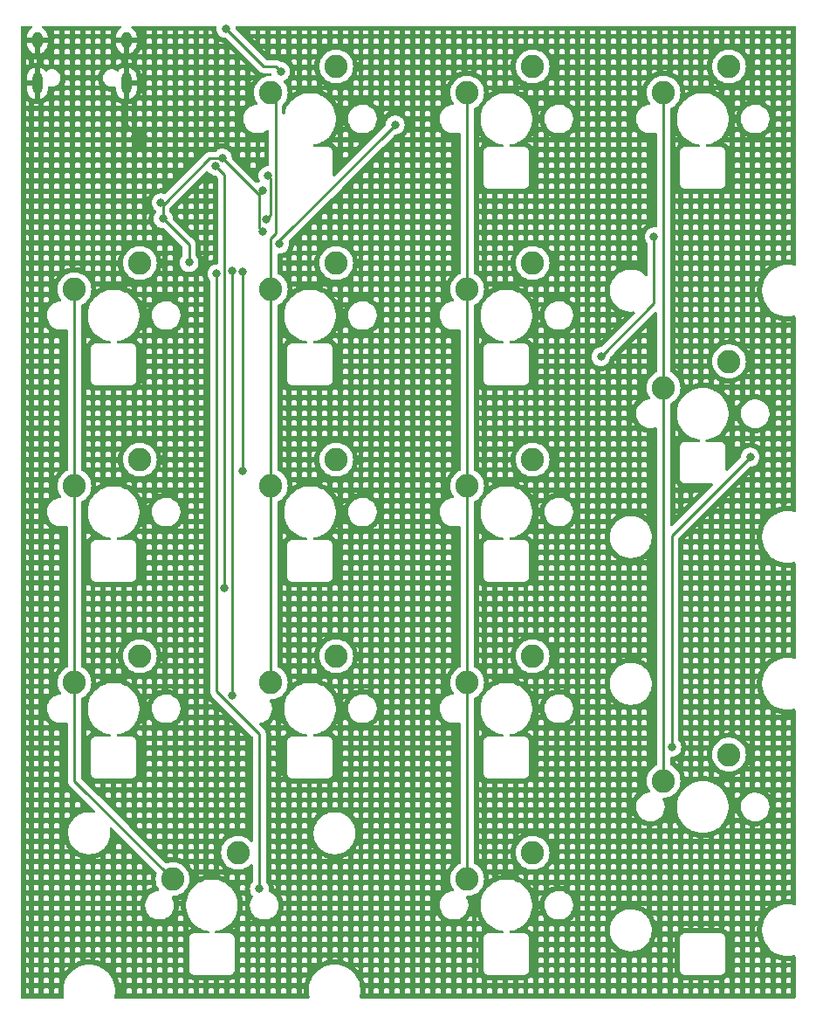
<source format=gbr>
G04 #@! TF.GenerationSoftware,KiCad,Pcbnew,(6.0.0)*
G04 #@! TF.CreationDate,2022-01-07T00:00:26+09:00*
G04 #@! TF.ProjectId,SkeletonNumPad,536b656c-6574-46f6-9e4e-756d5061642e,rev?*
G04 #@! TF.SameCoordinates,Original*
G04 #@! TF.FileFunction,Copper,L1,Top*
G04 #@! TF.FilePolarity,Positive*
%FSLAX46Y46*%
G04 Gerber Fmt 4.6, Leading zero omitted, Abs format (unit mm)*
G04 Created by KiCad (PCBNEW (6.0.0)) date 2022-01-07 00:00:26*
%MOMM*%
%LPD*%
G01*
G04 APERTURE LIST*
G04 #@! TA.AperFunction,ComponentPad*
%ADD10C,2.250000*%
G04 #@! TD*
G04 #@! TA.AperFunction,ComponentPad*
%ADD11O,1.000000X1.600000*%
G04 #@! TD*
G04 #@! TA.AperFunction,ComponentPad*
%ADD12O,1.000000X2.100000*%
G04 #@! TD*
G04 #@! TA.AperFunction,ViaPad*
%ADD13C,0.800000*%
G04 #@! TD*
G04 #@! TA.AperFunction,Conductor*
%ADD14C,0.250000*%
G04 #@! TD*
G04 APERTURE END LIST*
D10*
X78740000Y-80645000D03*
X72390000Y-83185000D03*
X59690000Y-42545000D03*
X53340000Y-45085000D03*
X78740000Y-42545000D03*
X72390000Y-45085000D03*
X40640000Y-42545000D03*
X34290000Y-45085000D03*
X97790000Y-90170000D03*
X91440000Y-92710000D03*
X78740000Y-99695000D03*
X72390000Y-102235000D03*
X40640000Y-80645000D03*
X34290000Y-83185000D03*
X78740000Y-23495000D03*
X72390000Y-26035000D03*
X97790000Y-23495000D03*
X91440000Y-26035000D03*
X59690000Y-61595000D03*
X53340000Y-64135000D03*
X59690000Y-23495000D03*
X53340000Y-26035000D03*
X97790000Y-52070000D03*
X91440000Y-54610000D03*
X78740000Y-61595000D03*
X72390000Y-64135000D03*
X40640000Y-61595000D03*
X34290000Y-64135000D03*
X59690000Y-80645000D03*
X53340000Y-83185000D03*
X50165000Y-99695000D03*
X43815000Y-102235000D03*
D11*
X39320000Y-20950000D03*
X30680000Y-20950000D03*
D12*
X30680000Y-25130000D03*
X39320000Y-25130000D03*
D13*
X47999900Y-33144200D03*
X48855500Y-73994700D03*
X99843900Y-61347300D03*
X92258800Y-89457100D03*
X90520500Y-40000000D03*
X85369500Y-51610000D03*
X52900600Y-38306900D03*
X53060000Y-34060000D03*
X52231300Y-103184300D03*
X48100900Y-43571400D03*
X49592500Y-43326100D03*
X49592500Y-84474100D03*
X50613500Y-43361500D03*
X50613500Y-62684100D03*
X54189100Y-40688800D03*
X65417800Y-29141500D03*
X42900300Y-38244100D03*
X42683100Y-36700400D03*
X52586900Y-39490200D03*
X52580400Y-35502900D03*
X45418200Y-42476000D03*
X48647400Y-32360200D03*
X40592400Y-30450500D03*
X54303400Y-23971400D03*
X48987500Y-19805000D03*
D14*
X34290000Y-64135000D02*
X34290000Y-45085000D01*
X34290000Y-83185000D02*
X34290000Y-64135000D01*
X34290000Y-92710000D02*
X34290000Y-83185000D01*
X43815000Y-102235000D02*
X34290000Y-92710000D01*
X91440000Y-92710000D02*
X91440000Y-54610000D01*
X91440000Y-54610000D02*
X91440000Y-26035000D01*
X72390000Y-64135000D02*
X72390000Y-83185000D01*
X72390000Y-102235000D02*
X72390000Y-83185000D01*
X72390000Y-26035000D02*
X72390000Y-45085000D01*
X72390000Y-45085000D02*
X72390000Y-64135000D01*
X53340000Y-83185000D02*
X53340000Y-64135000D01*
X53340000Y-64135000D02*
X53340000Y-45085000D01*
X53818900Y-26513900D02*
X53340000Y-26035000D01*
X53818900Y-39698300D02*
X53818900Y-26513900D01*
X53340000Y-40177200D02*
X53818900Y-39698300D01*
X53340000Y-45085000D02*
X53340000Y-40177200D01*
X48855500Y-33999800D02*
X48855500Y-73994700D01*
X47999900Y-33144200D02*
X48855500Y-33999800D01*
X92258800Y-68932400D02*
X92258800Y-89457100D01*
X99843900Y-61347300D02*
X92258800Y-68932400D01*
X90520500Y-46459000D02*
X85369500Y-51610000D01*
X90520500Y-40000000D02*
X90520500Y-46459000D01*
X53340000Y-34340000D02*
X53060000Y-34060000D01*
X53340000Y-37867500D02*
X53340000Y-34340000D01*
X52900600Y-38306900D02*
X53340000Y-37867500D01*
X48100900Y-84041400D02*
X48100900Y-43571400D01*
X52231300Y-88171800D02*
X48100900Y-84041400D01*
X52231300Y-103184300D02*
X52231300Y-88171800D01*
X49592500Y-43326100D02*
X49592500Y-84474100D01*
X50613500Y-43361500D02*
X50613500Y-62684100D01*
X54189100Y-40370200D02*
X65417800Y-29141500D01*
X54189100Y-40688800D02*
X54189100Y-40370200D01*
X45418200Y-40762000D02*
X45418200Y-42476000D01*
X42900300Y-38244100D02*
X45418200Y-40762000D01*
X52580400Y-35502900D02*
X52175300Y-35908000D01*
X52175300Y-39078600D02*
X52586900Y-39490200D01*
X52175300Y-35908000D02*
X52175300Y-39078600D01*
X42900300Y-38244100D02*
X42900300Y-36917600D01*
X42900300Y-36917600D02*
X42683100Y-36700400D01*
X48647400Y-32360200D02*
X48647400Y-32417200D01*
X48684500Y-32417200D02*
X48647400Y-32417200D01*
X52175300Y-35908000D02*
X48684500Y-32417200D01*
X47400700Y-32417200D02*
X42900300Y-36917600D01*
X48647400Y-32417200D02*
X47400700Y-32417200D01*
X30680000Y-20950000D02*
X30680000Y-25130000D01*
X39320000Y-20950000D02*
X39320000Y-25130000D01*
X39320000Y-29178100D02*
X40592400Y-30450500D01*
X39320000Y-25130000D02*
X39320000Y-29178100D01*
X52678400Y-23495900D02*
X48987500Y-19805000D01*
X53828000Y-23495900D02*
X52678400Y-23495900D01*
X53828000Y-23496000D02*
X53828000Y-23495900D01*
X54303400Y-23971400D02*
X53828000Y-23496000D01*
G04 #@! TA.AperFunction,Conductor*
G36*
X30148137Y-19578002D02*
G01*
X30194630Y-19631658D01*
X30204734Y-19701932D01*
X30175240Y-19766512D01*
X30138392Y-19795661D01*
X30130850Y-19799604D01*
X30120585Y-19806321D01*
X29976127Y-19922468D01*
X29967368Y-19931046D01*
X29848222Y-20073039D01*
X29841292Y-20083159D01*
X29751998Y-20245585D01*
X29747166Y-20256858D01*
X29691120Y-20433538D01*
X29688570Y-20445532D01*
X29672393Y-20589761D01*
X29672000Y-20596785D01*
X29672000Y-20677885D01*
X29676475Y-20693124D01*
X29677865Y-20694329D01*
X29685548Y-20696000D01*
X31669885Y-20696000D01*
X31685124Y-20691525D01*
X31686329Y-20690135D01*
X31688000Y-20682452D01*
X31688000Y-20603343D01*
X31687699Y-20597195D01*
X31674188Y-20459397D01*
X31671805Y-20447362D01*
X31618233Y-20269924D01*
X31613559Y-20258584D01*
X31600387Y-20233810D01*
X32335000Y-20233810D01*
X32413190Y-20312000D01*
X32758810Y-20312000D01*
X32837000Y-20233810D01*
X33335000Y-20233810D01*
X33413190Y-20312000D01*
X33758810Y-20312000D01*
X33837000Y-20233810D01*
X34335000Y-20233810D01*
X34413190Y-20312000D01*
X34758810Y-20312000D01*
X34837000Y-20233810D01*
X35335000Y-20233810D01*
X35413190Y-20312000D01*
X35758810Y-20312000D01*
X35837000Y-20233810D01*
X36335000Y-20233810D01*
X36413190Y-20312000D01*
X36758810Y-20312000D01*
X36837000Y-20233810D01*
X37335000Y-20233810D01*
X37413190Y-20312000D01*
X37758810Y-20312000D01*
X37837000Y-20233810D01*
X37837000Y-20056000D01*
X37335000Y-20056000D01*
X37335000Y-20233810D01*
X36837000Y-20233810D01*
X36837000Y-20056000D01*
X36335000Y-20056000D01*
X36335000Y-20233810D01*
X35837000Y-20233810D01*
X35837000Y-20056000D01*
X35335000Y-20056000D01*
X35335000Y-20233810D01*
X34837000Y-20233810D01*
X34837000Y-20056000D01*
X34335000Y-20056000D01*
X34335000Y-20233810D01*
X33837000Y-20233810D01*
X33837000Y-20056000D01*
X33335000Y-20056000D01*
X33335000Y-20233810D01*
X32837000Y-20233810D01*
X32837000Y-20056000D01*
X32335000Y-20056000D01*
X32335000Y-20233810D01*
X31600387Y-20233810D01*
X31526540Y-20094923D01*
X31519751Y-20084706D01*
X31402603Y-19941067D01*
X31393959Y-19932363D01*
X31251144Y-19814216D01*
X31240973Y-19807356D01*
X31217818Y-19794836D01*
X31167409Y-19744841D01*
X31152032Y-19675530D01*
X31176568Y-19608908D01*
X31233228Y-19566127D01*
X31277747Y-19558000D01*
X38720016Y-19558000D01*
X38788137Y-19578002D01*
X38834630Y-19631658D01*
X38844734Y-19701932D01*
X38815240Y-19766512D01*
X38778392Y-19795661D01*
X38770850Y-19799604D01*
X38760585Y-19806321D01*
X38616127Y-19922468D01*
X38607368Y-19931046D01*
X38488222Y-20073039D01*
X38481292Y-20083159D01*
X38391998Y-20245585D01*
X38387166Y-20256858D01*
X38331120Y-20433538D01*
X38328570Y-20445532D01*
X38312393Y-20589761D01*
X38312000Y-20596785D01*
X38312000Y-20677885D01*
X38316475Y-20693124D01*
X38317865Y-20694329D01*
X38325548Y-20696000D01*
X40309885Y-20696000D01*
X40325124Y-20691525D01*
X40326329Y-20690135D01*
X40328000Y-20682452D01*
X40328000Y-20603343D01*
X40327699Y-20597195D01*
X40314188Y-20459397D01*
X40311805Y-20447362D01*
X40258233Y-20269924D01*
X40253559Y-20258584D01*
X40240387Y-20233810D01*
X41335000Y-20233810D01*
X41413190Y-20312000D01*
X41758810Y-20312000D01*
X41837000Y-20233810D01*
X42335000Y-20233810D01*
X42413190Y-20312000D01*
X42758810Y-20312000D01*
X42837000Y-20233810D01*
X43335000Y-20233810D01*
X43413190Y-20312000D01*
X43758810Y-20312000D01*
X43837000Y-20233810D01*
X44335000Y-20233810D01*
X44413190Y-20312000D01*
X44758810Y-20312000D01*
X44837000Y-20233810D01*
X45335000Y-20233810D01*
X45413190Y-20312000D01*
X45758810Y-20312000D01*
X45837000Y-20233810D01*
X46335000Y-20233810D01*
X46413190Y-20312000D01*
X46758810Y-20312000D01*
X46837000Y-20233810D01*
X47335000Y-20233810D01*
X47413190Y-20312000D01*
X47673353Y-20312000D01*
X47620332Y-20148819D01*
X47618458Y-20142495D01*
X47611794Y-20117625D01*
X47610255Y-20111211D01*
X47604778Y-20085445D01*
X47603575Y-20078955D01*
X47599940Y-20056000D01*
X47335000Y-20056000D01*
X47335000Y-20233810D01*
X46837000Y-20233810D01*
X46837000Y-20056000D01*
X46335000Y-20056000D01*
X46335000Y-20233810D01*
X45837000Y-20233810D01*
X45837000Y-20056000D01*
X45335000Y-20056000D01*
X45335000Y-20233810D01*
X44837000Y-20233810D01*
X44837000Y-20056000D01*
X44335000Y-20056000D01*
X44335000Y-20233810D01*
X43837000Y-20233810D01*
X43837000Y-20056000D01*
X43335000Y-20056000D01*
X43335000Y-20233810D01*
X42837000Y-20233810D01*
X42837000Y-20056000D01*
X42335000Y-20056000D01*
X42335000Y-20233810D01*
X41837000Y-20233810D01*
X41837000Y-20056000D01*
X41335000Y-20056000D01*
X41335000Y-20233810D01*
X40240387Y-20233810D01*
X40166540Y-20094923D01*
X40159751Y-20084706D01*
X40042603Y-19941067D01*
X40033959Y-19932363D01*
X39891144Y-19814216D01*
X39880973Y-19807356D01*
X39857818Y-19794836D01*
X39807409Y-19744841D01*
X39792032Y-19675530D01*
X39816568Y-19608908D01*
X39873228Y-19566127D01*
X39917747Y-19558000D01*
X47960019Y-19558000D01*
X48028140Y-19578002D01*
X48074633Y-19631658D01*
X48085329Y-19697170D01*
X48073996Y-19805000D01*
X48093958Y-19994928D01*
X48152973Y-20176556D01*
X48248460Y-20341944D01*
X48252878Y-20346851D01*
X48252879Y-20346852D01*
X48341731Y-20445532D01*
X48376247Y-20483866D01*
X48530748Y-20596118D01*
X48536776Y-20598802D01*
X48536778Y-20598803D01*
X48699181Y-20671109D01*
X48705212Y-20673794D01*
X48796152Y-20693124D01*
X48885556Y-20712128D01*
X48885561Y-20712128D01*
X48892013Y-20713500D01*
X48947906Y-20713500D01*
X49016027Y-20733502D01*
X49037001Y-20750405D01*
X50619751Y-22333156D01*
X52174748Y-23888153D01*
X52182288Y-23896439D01*
X52186400Y-23902918D01*
X52192177Y-23908343D01*
X52236051Y-23949543D01*
X52238893Y-23952298D01*
X52258630Y-23972035D01*
X52261827Y-23974515D01*
X52270847Y-23982218D01*
X52303079Y-24012486D01*
X52310025Y-24016305D01*
X52310028Y-24016307D01*
X52320834Y-24022248D01*
X52337353Y-24033099D01*
X52353359Y-24045514D01*
X52360628Y-24048659D01*
X52360632Y-24048662D01*
X52393937Y-24063074D01*
X52404587Y-24068291D01*
X52443340Y-24089595D01*
X52451015Y-24091566D01*
X52451016Y-24091566D01*
X52462962Y-24094633D01*
X52481667Y-24101037D01*
X52500255Y-24109081D01*
X52508078Y-24110320D01*
X52508088Y-24110323D01*
X52543924Y-24115999D01*
X52555544Y-24118405D01*
X52590689Y-24127428D01*
X52598370Y-24129400D01*
X52618624Y-24129400D01*
X52638334Y-24130951D01*
X52658343Y-24134120D01*
X52666235Y-24133374D01*
X52702361Y-24129959D01*
X52714219Y-24129400D01*
X53307940Y-24129400D01*
X53376061Y-24149402D01*
X53422554Y-24203058D01*
X53427769Y-24216451D01*
X53433217Y-24233219D01*
X53435245Y-24304184D01*
X53398584Y-24364982D01*
X53334872Y-24396308D01*
X53323277Y-24397765D01*
X53083674Y-24416622D01*
X53078867Y-24417776D01*
X53078861Y-24417777D01*
X52928404Y-24453899D01*
X52833660Y-24476645D01*
X52829089Y-24478538D01*
X52829087Y-24478539D01*
X52600687Y-24573145D01*
X52600683Y-24573147D01*
X52596113Y-24575040D01*
X52376884Y-24709384D01*
X52181369Y-24876369D01*
X52014384Y-25071884D01*
X51880040Y-25291113D01*
X51878147Y-25295683D01*
X51878145Y-25295687D01*
X51788225Y-25512775D01*
X51781645Y-25528660D01*
X51780490Y-25533472D01*
X51732536Y-25733215D01*
X51721622Y-25778674D01*
X51701449Y-26035000D01*
X51721622Y-26291326D01*
X51722776Y-26296133D01*
X51722777Y-26296139D01*
X51760796Y-26454498D01*
X51781645Y-26541340D01*
X51783538Y-26545911D01*
X51783539Y-26545913D01*
X51868120Y-26750109D01*
X51880040Y-26778887D01*
X52014384Y-26998116D01*
X52015919Y-26999914D01*
X52039541Y-27066098D01*
X52023467Y-27135251D01*
X51972558Y-27184736D01*
X51924401Y-27198852D01*
X51841363Y-27205898D01*
X51841359Y-27205899D01*
X51836052Y-27206349D01*
X51830897Y-27207687D01*
X51830891Y-27207688D01*
X51670848Y-27249227D01*
X51608794Y-27265333D01*
X51603928Y-27267525D01*
X51603925Y-27267526D01*
X51399583Y-27359576D01*
X51399580Y-27359577D01*
X51394722Y-27361766D01*
X51199959Y-27492888D01*
X51030073Y-27654951D01*
X50889922Y-27843321D01*
X50887506Y-27848072D01*
X50887504Y-27848076D01*
X50799214Y-28021731D01*
X50783513Y-28052612D01*
X50713889Y-28276840D01*
X50713188Y-28282129D01*
X50696092Y-28411116D01*
X50683039Y-28509593D01*
X50691848Y-28744216D01*
X50697246Y-28769944D01*
X50734039Y-28945294D01*
X50740062Y-28974001D01*
X50826302Y-29192377D01*
X50948104Y-29393100D01*
X51101985Y-29570432D01*
X51106117Y-29573820D01*
X51279416Y-29715917D01*
X51279422Y-29715921D01*
X51283544Y-29719301D01*
X51288180Y-29721940D01*
X51288183Y-29721942D01*
X51442879Y-29810000D01*
X51487590Y-29835451D01*
X51708289Y-29915561D01*
X51713538Y-29916510D01*
X51713541Y-29916511D01*
X51781153Y-29928737D01*
X51939330Y-29957340D01*
X51943469Y-29957535D01*
X51943476Y-29957536D01*
X51962440Y-29958430D01*
X51962449Y-29958430D01*
X51963929Y-29958500D01*
X52128950Y-29958500D01*
X52210299Y-29951597D01*
X52298637Y-29944102D01*
X52298641Y-29944101D01*
X52303948Y-29943651D01*
X52309103Y-29942313D01*
X52309109Y-29942312D01*
X52526035Y-29886009D01*
X52526034Y-29886009D01*
X52531206Y-29884667D01*
X52536072Y-29882475D01*
X52536075Y-29882474D01*
X52740417Y-29790424D01*
X52740420Y-29790423D01*
X52745278Y-29788234D01*
X52940041Y-29657112D01*
X52943899Y-29653431D01*
X52943906Y-29653426D01*
X52972428Y-29626217D01*
X53035524Y-29593669D01*
X53106201Y-29600400D01*
X53162019Y-29644274D01*
X53185400Y-29717386D01*
X53185400Y-33025500D01*
X53165398Y-33093621D01*
X53111742Y-33140114D01*
X53059400Y-33151500D01*
X52964513Y-33151500D01*
X52958061Y-33152872D01*
X52958056Y-33152872D01*
X52871112Y-33171353D01*
X52777712Y-33191206D01*
X52771682Y-33193891D01*
X52771681Y-33193891D01*
X52609278Y-33266197D01*
X52609276Y-33266198D01*
X52603248Y-33268882D01*
X52448747Y-33381134D01*
X52320960Y-33523056D01*
X52317659Y-33528774D01*
X52229688Y-33681144D01*
X52225473Y-33688444D01*
X52166458Y-33870072D01*
X52165768Y-33876633D01*
X52165768Y-33876635D01*
X52151436Y-34012994D01*
X52146496Y-34060000D01*
X52147186Y-34066565D01*
X52163870Y-34225300D01*
X52166458Y-34249928D01*
X52225473Y-34431556D01*
X52228776Y-34437278D01*
X52228777Y-34437279D01*
X52263387Y-34497225D01*
X52280125Y-34566220D01*
X52256905Y-34633312D01*
X52205516Y-34675332D01*
X52129681Y-34709095D01*
X52129674Y-34709099D01*
X52123648Y-34711782D01*
X52118307Y-34715662D01*
X52118306Y-34715663D01*
X52066686Y-34753167D01*
X51999818Y-34777026D01*
X51930666Y-34760945D01*
X51903530Y-34740326D01*
X50397015Y-33233810D01*
X51335000Y-33233810D01*
X51413190Y-33312000D01*
X51758810Y-33312000D01*
X51837000Y-33233810D01*
X51837000Y-32888190D01*
X51758810Y-32810000D01*
X51413190Y-32810000D01*
X51335000Y-32888190D01*
X51335000Y-33233810D01*
X50397015Y-33233810D01*
X49596859Y-32433654D01*
X49562833Y-32371342D01*
X49560644Y-32357729D01*
X49556469Y-32318000D01*
X49547620Y-32233810D01*
X50335000Y-32233810D01*
X50413190Y-32312000D01*
X50758810Y-32312000D01*
X50837000Y-32233810D01*
X51335000Y-32233810D01*
X51413190Y-32312000D01*
X51758810Y-32312000D01*
X51837000Y-32233810D01*
X52335000Y-32233810D01*
X52413190Y-32312000D01*
X52687400Y-32312000D01*
X52687400Y-31810000D01*
X52413190Y-31810000D01*
X52335000Y-31888190D01*
X52335000Y-32233810D01*
X51837000Y-32233810D01*
X51837000Y-31888190D01*
X51758810Y-31810000D01*
X51413190Y-31810000D01*
X51335000Y-31888190D01*
X51335000Y-32233810D01*
X50837000Y-32233810D01*
X50837000Y-31888190D01*
X50758810Y-31810000D01*
X50413190Y-31810000D01*
X50335000Y-31888190D01*
X50335000Y-32233810D01*
X49547620Y-32233810D01*
X49540942Y-32170272D01*
X49481927Y-31988644D01*
X49460614Y-31951728D01*
X49435725Y-31908620D01*
X49386440Y-31823256D01*
X49380977Y-31817188D01*
X49263075Y-31686245D01*
X49263074Y-31686244D01*
X49258653Y-31681334D01*
X49129085Y-31587197D01*
X49109494Y-31572963D01*
X49109493Y-31572962D01*
X49104152Y-31569082D01*
X49098124Y-31566398D01*
X49098122Y-31566397D01*
X48935719Y-31494091D01*
X48935718Y-31494091D01*
X48929688Y-31491406D01*
X48835695Y-31471427D01*
X48749344Y-31453072D01*
X48749339Y-31453072D01*
X48742887Y-31451700D01*
X48551913Y-31451700D01*
X48545461Y-31453072D01*
X48545456Y-31453072D01*
X48459105Y-31471427D01*
X48365112Y-31491406D01*
X48359082Y-31494091D01*
X48359081Y-31494091D01*
X48196678Y-31566397D01*
X48196676Y-31566398D01*
X48190648Y-31569082D01*
X48185307Y-31572962D01*
X48185306Y-31572963D01*
X48155351Y-31594727D01*
X48036147Y-31681334D01*
X48031734Y-31686236D01*
X48031732Y-31686237D01*
X47981513Y-31742011D01*
X47921067Y-31779250D01*
X47887877Y-31783700D01*
X47479468Y-31783700D01*
X47468285Y-31783173D01*
X47460792Y-31781498D01*
X47452866Y-31781747D01*
X47452865Y-31781747D01*
X47392702Y-31783638D01*
X47388744Y-31783700D01*
X47360844Y-31783700D01*
X47356854Y-31784204D01*
X47345020Y-31785136D01*
X47300811Y-31786526D01*
X47293197Y-31788738D01*
X47293192Y-31788739D01*
X47281359Y-31792177D01*
X47261996Y-31796188D01*
X47241903Y-31798726D01*
X47234536Y-31801643D01*
X47234531Y-31801644D01*
X47200792Y-31815002D01*
X47189565Y-31818846D01*
X47182261Y-31820968D01*
X47147107Y-31831182D01*
X47140281Y-31835219D01*
X47129672Y-31841493D01*
X47111924Y-31850188D01*
X47093083Y-31857648D01*
X47086667Y-31862310D01*
X47086666Y-31862310D01*
X47057313Y-31883636D01*
X47047393Y-31890152D01*
X47016165Y-31908620D01*
X47016162Y-31908622D01*
X47009338Y-31912658D01*
X46995017Y-31926979D01*
X46979984Y-31939819D01*
X46963593Y-31951728D01*
X46958542Y-31957834D01*
X46935402Y-31985805D01*
X46927412Y-31994584D01*
X43113114Y-35808881D01*
X43050802Y-35842907D01*
X42979986Y-35837842D01*
X42972766Y-35834891D01*
X42965388Y-35831606D01*
X42871987Y-35811753D01*
X42785044Y-35793272D01*
X42785039Y-35793272D01*
X42778587Y-35791900D01*
X42587613Y-35791900D01*
X42581161Y-35793272D01*
X42581156Y-35793272D01*
X42494213Y-35811753D01*
X42400812Y-35831606D01*
X42394782Y-35834291D01*
X42394781Y-35834291D01*
X42232378Y-35906597D01*
X42232376Y-35906598D01*
X42226348Y-35909282D01*
X42221007Y-35913162D01*
X42221006Y-35913163D01*
X42170943Y-35949536D01*
X42071847Y-36021534D01*
X42067426Y-36026444D01*
X42067425Y-36026445D01*
X41966439Y-36138602D01*
X41944060Y-36163456D01*
X41848573Y-36328844D01*
X41789558Y-36510472D01*
X41769596Y-36700400D01*
X41789558Y-36890328D01*
X41848573Y-37071956D01*
X41944060Y-37237344D01*
X41948478Y-37242251D01*
X41948479Y-37242252D01*
X41988106Y-37286262D01*
X42071847Y-37379266D01*
X42191167Y-37465958D01*
X42234520Y-37522178D01*
X42240595Y-37592914D01*
X42210742Y-37652200D01*
X42161260Y-37707156D01*
X42065773Y-37872544D01*
X42006758Y-38054172D01*
X42006068Y-38060733D01*
X42006068Y-38060735D01*
X41992267Y-38192046D01*
X41986796Y-38244100D01*
X42006758Y-38434028D01*
X42065773Y-38615656D01*
X42161260Y-38781044D01*
X42165678Y-38785951D01*
X42165679Y-38785952D01*
X42282589Y-38915794D01*
X42289047Y-38922966D01*
X42310385Y-38938469D01*
X42436427Y-39030044D01*
X42443548Y-39035218D01*
X42449576Y-39037902D01*
X42449578Y-39037903D01*
X42609832Y-39109252D01*
X42618012Y-39112894D01*
X42697708Y-39129834D01*
X42798356Y-39151228D01*
X42798361Y-39151228D01*
X42804813Y-39152600D01*
X42860706Y-39152600D01*
X42928827Y-39172602D01*
X42949801Y-39189505D01*
X44747795Y-40987499D01*
X44781821Y-41049811D01*
X44784700Y-41076594D01*
X44784700Y-41773476D01*
X44764698Y-41841597D01*
X44752342Y-41857779D01*
X44679160Y-41939056D01*
X44583673Y-42104444D01*
X44524658Y-42286072D01*
X44523968Y-42292633D01*
X44523968Y-42292635D01*
X44522286Y-42308636D01*
X44504696Y-42476000D01*
X44524658Y-42665928D01*
X44583673Y-42847556D01*
X44679160Y-43012944D01*
X44683578Y-43017851D01*
X44683579Y-43017852D01*
X44719788Y-43058066D01*
X44806947Y-43154866D01*
X44868854Y-43199844D01*
X44954327Y-43261944D01*
X44961448Y-43267118D01*
X44967476Y-43269802D01*
X44967478Y-43269803D01*
X45033501Y-43299198D01*
X45135912Y-43344794D01*
X45229312Y-43364647D01*
X45316256Y-43383128D01*
X45316261Y-43383128D01*
X45322713Y-43384500D01*
X45513687Y-43384500D01*
X45520139Y-43383128D01*
X45520144Y-43383128D01*
X45607088Y-43364647D01*
X45700488Y-43344794D01*
X45774145Y-43312000D01*
X46554670Y-43312000D01*
X46714670Y-43312000D01*
X46716975Y-43297445D01*
X46718178Y-43290955D01*
X46723655Y-43265189D01*
X46725194Y-43258775D01*
X46731858Y-43233905D01*
X46733732Y-43227581D01*
X46792747Y-43045953D01*
X46794950Y-43039732D01*
X46804178Y-43015694D01*
X46806701Y-43009602D01*
X46817415Y-42985538D01*
X46820255Y-42979584D01*
X46831945Y-42956641D01*
X46835093Y-42950844D01*
X46837000Y-42947541D01*
X46837000Y-42888190D01*
X46781263Y-42832453D01*
X46726353Y-43001447D01*
X46724150Y-43007668D01*
X46714922Y-43031706D01*
X46712399Y-43037798D01*
X46701685Y-43061862D01*
X46698845Y-43067816D01*
X46687155Y-43090759D01*
X46684007Y-43096556D01*
X46588520Y-43261944D01*
X46585072Y-43267571D01*
X46571046Y-43289168D01*
X46567310Y-43294603D01*
X46554670Y-43312000D01*
X45774145Y-43312000D01*
X45802899Y-43299198D01*
X45868922Y-43269803D01*
X45868924Y-43269802D01*
X45874952Y-43267118D01*
X45882074Y-43261944D01*
X45967546Y-43199844D01*
X46029453Y-43154866D01*
X46116612Y-43058066D01*
X46152821Y-43017852D01*
X46152822Y-43017851D01*
X46157240Y-43012944D01*
X46252727Y-42847556D01*
X46311742Y-42665928D01*
X46331704Y-42476000D01*
X46314114Y-42308636D01*
X46312432Y-42292635D01*
X46312432Y-42292633D01*
X46311742Y-42286072D01*
X46252727Y-42104444D01*
X46157240Y-41939056D01*
X46084063Y-41857785D01*
X46061131Y-41810000D01*
X46657770Y-41810000D01*
X46684007Y-41855444D01*
X46687155Y-41861241D01*
X46698845Y-41884184D01*
X46701685Y-41890138D01*
X46712399Y-41914202D01*
X46714922Y-41920294D01*
X46724150Y-41944332D01*
X46726353Y-41950553D01*
X46785368Y-42132181D01*
X46787242Y-42138505D01*
X46793906Y-42163375D01*
X46795445Y-42169789D01*
X46800922Y-42195555D01*
X46802125Y-42202045D01*
X46806153Y-42227480D01*
X46807014Y-42234018D01*
X46809846Y-42260964D01*
X46837000Y-42233810D01*
X47335000Y-42233810D01*
X47413190Y-42312000D01*
X47471546Y-42312000D01*
X47616057Y-42247660D01*
X47622149Y-42245137D01*
X47646187Y-42235909D01*
X47652407Y-42233706D01*
X47677459Y-42225566D01*
X47683787Y-42223692D01*
X47708659Y-42217028D01*
X47715071Y-42215488D01*
X47724000Y-42213590D01*
X47724000Y-41810000D01*
X47413190Y-41810000D01*
X47335000Y-41888190D01*
X47335000Y-42233810D01*
X46837000Y-42233810D01*
X46837000Y-41888190D01*
X46758810Y-41810000D01*
X46657770Y-41810000D01*
X46061131Y-41810000D01*
X46053347Y-41793779D01*
X46051700Y-41773476D01*
X46051700Y-41312000D01*
X46549700Y-41312000D01*
X46758810Y-41312000D01*
X46837000Y-41233810D01*
X47335000Y-41233810D01*
X47413190Y-41312000D01*
X47724000Y-41312000D01*
X47724000Y-40810000D01*
X47413190Y-40810000D01*
X47335000Y-40888190D01*
X47335000Y-41233810D01*
X46837000Y-41233810D01*
X46837000Y-40888190D01*
X46758810Y-40810000D01*
X46551656Y-40810000D01*
X46551656Y-40814365D01*
X46550685Y-40845242D01*
X46550188Y-40853139D01*
X46549700Y-40858302D01*
X46549700Y-41312000D01*
X46051700Y-41312000D01*
X46051700Y-40840763D01*
X46052227Y-40829579D01*
X46053901Y-40822091D01*
X46051762Y-40754032D01*
X46051700Y-40750075D01*
X46051700Y-40722144D01*
X46051194Y-40718138D01*
X46050261Y-40706292D01*
X46049712Y-40688800D01*
X46048873Y-40662110D01*
X46043222Y-40642658D01*
X46039214Y-40623306D01*
X46037667Y-40611063D01*
X46036674Y-40603203D01*
X46033756Y-40595832D01*
X46020400Y-40562097D01*
X46016555Y-40550870D01*
X46012509Y-40536944D01*
X46004218Y-40508407D01*
X46000184Y-40501585D01*
X46000181Y-40501579D01*
X45993906Y-40490968D01*
X45985210Y-40473218D01*
X45980672Y-40461756D01*
X45980669Y-40461751D01*
X45977752Y-40454383D01*
X45965101Y-40436970D01*
X45951773Y-40418625D01*
X45945257Y-40408707D01*
X45926775Y-40377457D01*
X45922742Y-40370637D01*
X45908418Y-40356313D01*
X45895576Y-40341278D01*
X45883672Y-40324893D01*
X45849606Y-40296711D01*
X45840827Y-40288722D01*
X45644677Y-40092572D01*
X46335000Y-40092572D01*
X46347148Y-40110447D01*
X46351389Y-40117130D01*
X46364974Y-40140099D01*
X46380647Y-40161673D01*
X46385096Y-40168219D01*
X46401643Y-40194294D01*
X46405669Y-40201102D01*
X46420885Y-40228778D01*
X46424478Y-40235829D01*
X46437169Y-40262796D01*
X46450708Y-40289370D01*
X46454076Y-40296528D01*
X46460771Y-40312000D01*
X46758810Y-40312000D01*
X46837000Y-40233810D01*
X47335000Y-40233810D01*
X47413190Y-40312000D01*
X47724000Y-40312000D01*
X47724000Y-39810000D01*
X47413190Y-39810000D01*
X47335000Y-39888190D01*
X47335000Y-40233810D01*
X46837000Y-40233810D01*
X46837000Y-39888190D01*
X46758810Y-39810000D01*
X46413190Y-39810000D01*
X46335000Y-39888190D01*
X46335000Y-40092572D01*
X45644677Y-40092572D01*
X44630724Y-39078619D01*
X45335000Y-39078619D01*
X45568381Y-39312000D01*
X45758810Y-39312000D01*
X45837000Y-39233810D01*
X46335000Y-39233810D01*
X46413190Y-39312000D01*
X46758810Y-39312000D01*
X46837000Y-39233810D01*
X47335000Y-39233810D01*
X47413190Y-39312000D01*
X47724000Y-39312000D01*
X47724000Y-38810000D01*
X47413190Y-38810000D01*
X47335000Y-38888190D01*
X47335000Y-39233810D01*
X46837000Y-39233810D01*
X46837000Y-38888190D01*
X46758810Y-38810000D01*
X46413190Y-38810000D01*
X46335000Y-38888190D01*
X46335000Y-39233810D01*
X45837000Y-39233810D01*
X45837000Y-38888190D01*
X45758810Y-38810000D01*
X45413190Y-38810000D01*
X45335000Y-38888190D01*
X45335000Y-39078619D01*
X44630724Y-39078619D01*
X43847422Y-38295317D01*
X43813396Y-38233005D01*
X43811207Y-38219392D01*
X43796412Y-38078619D01*
X44335000Y-38078619D01*
X44568381Y-38312000D01*
X44758810Y-38312000D01*
X44837000Y-38233810D01*
X45335000Y-38233810D01*
X45413190Y-38312000D01*
X45758810Y-38312000D01*
X45837000Y-38233810D01*
X46335000Y-38233810D01*
X46413190Y-38312000D01*
X46758810Y-38312000D01*
X46837000Y-38233810D01*
X47335000Y-38233810D01*
X47413190Y-38312000D01*
X47724000Y-38312000D01*
X47724000Y-37810000D01*
X47413190Y-37810000D01*
X47335000Y-37888190D01*
X47335000Y-38233810D01*
X46837000Y-38233810D01*
X46837000Y-37888190D01*
X46758810Y-37810000D01*
X46413190Y-37810000D01*
X46335000Y-37888190D01*
X46335000Y-38233810D01*
X45837000Y-38233810D01*
X45837000Y-37888190D01*
X45758810Y-37810000D01*
X45413190Y-37810000D01*
X45335000Y-37888190D01*
X45335000Y-38233810D01*
X44837000Y-38233810D01*
X44837000Y-37888190D01*
X44758810Y-37810000D01*
X44413190Y-37810000D01*
X44335000Y-37888190D01*
X44335000Y-38078619D01*
X43796412Y-38078619D01*
X43794532Y-38060735D01*
X43794532Y-38060733D01*
X43793842Y-38054172D01*
X43734827Y-37872544D01*
X43639340Y-37707156D01*
X43566163Y-37625885D01*
X43535447Y-37561879D01*
X43533800Y-37541576D01*
X43533800Y-37233810D01*
X44335000Y-37233810D01*
X44413190Y-37312000D01*
X44758810Y-37312000D01*
X44837000Y-37233810D01*
X45335000Y-37233810D01*
X45413190Y-37312000D01*
X45758810Y-37312000D01*
X45837000Y-37233810D01*
X46335000Y-37233810D01*
X46413190Y-37312000D01*
X46758810Y-37312000D01*
X46837000Y-37233810D01*
X47335000Y-37233810D01*
X47413190Y-37312000D01*
X47724000Y-37312000D01*
X47724000Y-36810000D01*
X47413190Y-36810000D01*
X47335000Y-36888190D01*
X47335000Y-37233810D01*
X46837000Y-37233810D01*
X46837000Y-36888190D01*
X46758810Y-36810000D01*
X46413190Y-36810000D01*
X46335000Y-36888190D01*
X46335000Y-37233810D01*
X45837000Y-37233810D01*
X45837000Y-36888190D01*
X45758810Y-36810000D01*
X45413190Y-36810000D01*
X45335000Y-36888190D01*
X45335000Y-37233810D01*
X44837000Y-37233810D01*
X44837000Y-36888190D01*
X44758810Y-36810000D01*
X44608080Y-36810000D01*
X44335000Y-37083080D01*
X44335000Y-37233810D01*
X43533800Y-37233810D01*
X43533800Y-37232194D01*
X43553802Y-37164073D01*
X43570705Y-37143099D01*
X44479994Y-36233810D01*
X45335000Y-36233810D01*
X45413190Y-36312000D01*
X45758810Y-36312000D01*
X45837000Y-36233810D01*
X46335000Y-36233810D01*
X46413190Y-36312000D01*
X46758810Y-36312000D01*
X46837000Y-36233810D01*
X47335000Y-36233810D01*
X47413190Y-36312000D01*
X47724000Y-36312000D01*
X47724000Y-35810000D01*
X47413190Y-35810000D01*
X47335000Y-35888190D01*
X47335000Y-36233810D01*
X46837000Y-36233810D01*
X46837000Y-35888190D01*
X46758810Y-35810000D01*
X46413190Y-35810000D01*
X46335000Y-35888190D01*
X46335000Y-36233810D01*
X45837000Y-36233810D01*
X45837000Y-35888190D01*
X45758810Y-35810000D01*
X45608080Y-35810000D01*
X45335000Y-36083080D01*
X45335000Y-36233810D01*
X44479994Y-36233810D01*
X45479994Y-35233810D01*
X46335000Y-35233810D01*
X46413190Y-35312000D01*
X46758810Y-35312000D01*
X46837000Y-35233810D01*
X47335000Y-35233810D01*
X47413190Y-35312000D01*
X47724000Y-35312000D01*
X47724000Y-34810000D01*
X47413190Y-34810000D01*
X47335000Y-34888190D01*
X47335000Y-35233810D01*
X46837000Y-35233810D01*
X46837000Y-34888190D01*
X46758810Y-34810000D01*
X46608080Y-34810000D01*
X46335000Y-35083080D01*
X46335000Y-35233810D01*
X45479994Y-35233810D01*
X47061222Y-33652582D01*
X47123534Y-33618556D01*
X47194349Y-33623621D01*
X47251185Y-33666168D01*
X47254654Y-33671429D01*
X47257561Y-33675429D01*
X47260860Y-33681144D01*
X47388647Y-33823066D01*
X47543148Y-33935318D01*
X47549176Y-33938002D01*
X47549178Y-33938003D01*
X47711581Y-34010309D01*
X47717612Y-34012994D01*
X47811013Y-34032847D01*
X47897956Y-34051328D01*
X47897961Y-34051328D01*
X47904413Y-34052700D01*
X47960305Y-34052700D01*
X48028426Y-34072702D01*
X48049400Y-34089605D01*
X48185095Y-34225300D01*
X48219121Y-34287612D01*
X48222000Y-34314395D01*
X48222000Y-42536900D01*
X48201998Y-42605021D01*
X48148342Y-42651514D01*
X48096000Y-42662900D01*
X48005413Y-42662900D01*
X47998961Y-42664272D01*
X47998956Y-42664272D01*
X47930840Y-42678751D01*
X47818612Y-42702606D01*
X47812582Y-42705291D01*
X47812581Y-42705291D01*
X47650178Y-42777597D01*
X47650176Y-42777598D01*
X47644148Y-42780282D01*
X47638807Y-42784162D01*
X47638806Y-42784163D01*
X47608559Y-42806139D01*
X47489647Y-42892534D01*
X47485226Y-42897444D01*
X47485225Y-42897445D01*
X47416664Y-42973590D01*
X47361860Y-43034456D01*
X47311529Y-43121632D01*
X47269714Y-43194058D01*
X47266373Y-43199844D01*
X47207358Y-43381472D01*
X47206668Y-43388033D01*
X47206668Y-43388035D01*
X47194047Y-43508116D01*
X47187396Y-43571400D01*
X47188086Y-43577965D01*
X47204387Y-43733056D01*
X47207358Y-43761328D01*
X47266373Y-43942956D01*
X47269676Y-43948678D01*
X47269677Y-43948679D01*
X47276846Y-43961096D01*
X47361860Y-44108344D01*
X47435037Y-44189615D01*
X47465753Y-44253621D01*
X47467400Y-44273924D01*
X47467400Y-83962633D01*
X47466873Y-83973816D01*
X47465198Y-83981309D01*
X47465447Y-83989235D01*
X47465447Y-83989236D01*
X47467338Y-84049386D01*
X47467400Y-84053345D01*
X47467400Y-84081256D01*
X47467897Y-84085190D01*
X47467897Y-84085191D01*
X47467905Y-84085256D01*
X47468838Y-84097093D01*
X47470227Y-84141289D01*
X47475878Y-84160739D01*
X47479887Y-84180100D01*
X47482426Y-84200197D01*
X47485345Y-84207568D01*
X47485345Y-84207570D01*
X47498704Y-84241312D01*
X47502549Y-84252542D01*
X47505291Y-84261980D01*
X47514882Y-84294993D01*
X47518915Y-84301812D01*
X47518917Y-84301817D01*
X47525193Y-84312428D01*
X47533888Y-84330176D01*
X47541348Y-84349017D01*
X47546010Y-84355433D01*
X47546010Y-84355434D01*
X47567336Y-84384787D01*
X47573852Y-84394707D01*
X47585257Y-84413991D01*
X47596358Y-84432762D01*
X47610679Y-84447083D01*
X47623519Y-84462116D01*
X47635428Y-84478507D01*
X47641534Y-84483558D01*
X47669505Y-84506698D01*
X47678284Y-84514688D01*
X51560895Y-88397299D01*
X51594921Y-88459611D01*
X51597800Y-88486394D01*
X51597800Y-98515843D01*
X51577798Y-98583964D01*
X51524142Y-98630457D01*
X51453868Y-98640561D01*
X51389288Y-98611067D01*
X51375998Y-98597683D01*
X51323631Y-98536369D01*
X51128116Y-98369384D01*
X50908887Y-98235040D01*
X50904317Y-98233147D01*
X50904313Y-98233145D01*
X50675913Y-98138539D01*
X50675911Y-98138538D01*
X50671340Y-98136645D01*
X50584498Y-98115796D01*
X50426139Y-98077777D01*
X50426133Y-98077776D01*
X50421326Y-98076622D01*
X50165000Y-98056449D01*
X49908674Y-98076622D01*
X49903867Y-98077776D01*
X49903861Y-98077777D01*
X49745502Y-98115796D01*
X49658660Y-98136645D01*
X49654089Y-98138538D01*
X49654087Y-98138539D01*
X49425687Y-98233145D01*
X49425683Y-98233147D01*
X49421113Y-98235040D01*
X49201884Y-98369384D01*
X49006369Y-98536369D01*
X48839384Y-98731884D01*
X48705040Y-98951113D01*
X48703147Y-98955683D01*
X48703145Y-98955687D01*
X48608539Y-99184087D01*
X48606645Y-99188660D01*
X48546622Y-99438674D01*
X48526449Y-99695000D01*
X48546622Y-99951326D01*
X48547776Y-99956133D01*
X48547777Y-99956139D01*
X48582127Y-100099216D01*
X48606645Y-100201340D01*
X48608538Y-100205911D01*
X48608539Y-100205913D01*
X48652482Y-100312000D01*
X48705040Y-100438887D01*
X48839384Y-100658116D01*
X49006369Y-100853631D01*
X49201884Y-101020616D01*
X49421113Y-101154960D01*
X49425683Y-101156853D01*
X49425687Y-101156855D01*
X49654087Y-101251461D01*
X49658660Y-101253355D01*
X49693045Y-101261610D01*
X49903861Y-101312223D01*
X49903867Y-101312224D01*
X49908674Y-101313378D01*
X50165000Y-101333551D01*
X50421326Y-101313378D01*
X50426133Y-101312224D01*
X50426139Y-101312223D01*
X50636955Y-101261610D01*
X50671340Y-101253355D01*
X50675913Y-101251461D01*
X50904313Y-101156855D01*
X50904317Y-101156853D01*
X50908887Y-101154960D01*
X51128116Y-101020616D01*
X51323631Y-100853631D01*
X51375991Y-100792325D01*
X51435439Y-100753518D01*
X51506434Y-100753010D01*
X51566432Y-100790966D01*
X51596386Y-100855335D01*
X51597800Y-100874157D01*
X51597800Y-102481776D01*
X51577798Y-102549897D01*
X51565442Y-102566079D01*
X51492260Y-102647356D01*
X51396773Y-102812744D01*
X51337758Y-102994372D01*
X51337068Y-103000933D01*
X51337068Y-103000935D01*
X51335981Y-103011276D01*
X51317796Y-103184300D01*
X51318486Y-103190865D01*
X51328531Y-103286434D01*
X51337758Y-103374228D01*
X51396773Y-103555856D01*
X51492260Y-103721244D01*
X51496678Y-103726151D01*
X51496679Y-103726152D01*
X51572285Y-103810121D01*
X51603003Y-103874128D01*
X51594238Y-103944582D01*
X51579739Y-103969643D01*
X51561034Y-103994784D01*
X51524922Y-104043321D01*
X51522506Y-104048073D01*
X51425517Y-104238837D01*
X51418513Y-104252612D01*
X51348889Y-104476840D01*
X51348188Y-104482129D01*
X51321203Y-104685725D01*
X51318039Y-104709593D01*
X51326848Y-104944216D01*
X51332593Y-104971598D01*
X51373041Y-105164367D01*
X51375062Y-105174001D01*
X51461302Y-105392377D01*
X51464071Y-105396940D01*
X51579324Y-105586870D01*
X51583104Y-105593100D01*
X51736985Y-105770432D01*
X51741117Y-105773820D01*
X51914416Y-105915917D01*
X51914422Y-105915921D01*
X51918544Y-105919301D01*
X51923180Y-105921940D01*
X51923183Y-105921942D01*
X52030273Y-105982901D01*
X52122590Y-106035451D01*
X52343289Y-106115561D01*
X52348538Y-106116510D01*
X52348541Y-106116511D01*
X52429615Y-106131171D01*
X52574330Y-106157340D01*
X52578469Y-106157535D01*
X52578476Y-106157536D01*
X52597440Y-106158430D01*
X52597449Y-106158430D01*
X52598929Y-106158500D01*
X52763950Y-106158500D01*
X52845299Y-106151597D01*
X52933637Y-106144102D01*
X52933641Y-106144101D01*
X52938948Y-106143651D01*
X52944103Y-106142313D01*
X52944109Y-106142312D01*
X53161035Y-106086009D01*
X53161034Y-106086009D01*
X53166206Y-106084667D01*
X53171072Y-106082475D01*
X53171075Y-106082474D01*
X53375417Y-105990424D01*
X53375420Y-105990423D01*
X53380278Y-105988234D01*
X53388200Y-105982901D01*
X53461410Y-105933613D01*
X53575041Y-105857112D01*
X53580978Y-105851449D01*
X53716285Y-105722372D01*
X53744927Y-105695049D01*
X53885078Y-105506679D01*
X53908744Y-105460133D01*
X53984058Y-105312000D01*
X54508405Y-105312000D01*
X54758810Y-105312000D01*
X54837000Y-105233810D01*
X55335000Y-105233810D01*
X55413190Y-105312000D01*
X55758810Y-105312000D01*
X55837000Y-105233810D01*
X56335000Y-105233810D01*
X56413190Y-105312000D01*
X56758810Y-105312000D01*
X56837000Y-105233810D01*
X57335000Y-105233810D01*
X57413190Y-105312000D01*
X57758810Y-105312000D01*
X57837000Y-105233810D01*
X58335000Y-105233810D01*
X58413190Y-105312000D01*
X58758810Y-105312000D01*
X58837000Y-105233810D01*
X59335000Y-105233810D01*
X59413190Y-105312000D01*
X59758810Y-105312000D01*
X59837000Y-105233810D01*
X60335000Y-105233810D01*
X60413190Y-105312000D01*
X60758810Y-105312000D01*
X60837000Y-105233810D01*
X61335000Y-105233810D01*
X61413190Y-105312000D01*
X61758810Y-105312000D01*
X61837000Y-105233810D01*
X62335000Y-105233810D01*
X62413190Y-105312000D01*
X62758810Y-105312000D01*
X62837000Y-105233810D01*
X63335000Y-105233810D01*
X63413190Y-105312000D01*
X63758810Y-105312000D01*
X63837000Y-105233810D01*
X64335000Y-105233810D01*
X64413190Y-105312000D01*
X64758810Y-105312000D01*
X64837000Y-105233810D01*
X65335000Y-105233810D01*
X65413190Y-105312000D01*
X65758810Y-105312000D01*
X65837000Y-105233810D01*
X66335000Y-105233810D01*
X66413190Y-105312000D01*
X66758810Y-105312000D01*
X66837000Y-105233810D01*
X67335000Y-105233810D01*
X67413190Y-105312000D01*
X67758810Y-105312000D01*
X67837000Y-105233810D01*
X68335000Y-105233810D01*
X68413190Y-105312000D01*
X68758810Y-105312000D01*
X68837000Y-105233810D01*
X68837000Y-104888190D01*
X68758810Y-104810000D01*
X68413190Y-104810000D01*
X68335000Y-104888190D01*
X68335000Y-105233810D01*
X67837000Y-105233810D01*
X67837000Y-104888190D01*
X67758810Y-104810000D01*
X67413190Y-104810000D01*
X67335000Y-104888190D01*
X67335000Y-105233810D01*
X66837000Y-105233810D01*
X66837000Y-104888190D01*
X66758810Y-104810000D01*
X66413190Y-104810000D01*
X66335000Y-104888190D01*
X66335000Y-105233810D01*
X65837000Y-105233810D01*
X65837000Y-104888190D01*
X65758810Y-104810000D01*
X65413190Y-104810000D01*
X65335000Y-104888190D01*
X65335000Y-105233810D01*
X64837000Y-105233810D01*
X64837000Y-104888190D01*
X64758810Y-104810000D01*
X64413190Y-104810000D01*
X64335000Y-104888190D01*
X64335000Y-105233810D01*
X63837000Y-105233810D01*
X63837000Y-104888190D01*
X63758810Y-104810000D01*
X63413190Y-104810000D01*
X63335000Y-104888190D01*
X63335000Y-105233810D01*
X62837000Y-105233810D01*
X62837000Y-104888190D01*
X62758810Y-104810000D01*
X62413190Y-104810000D01*
X62335000Y-104888190D01*
X62335000Y-105233810D01*
X61837000Y-105233810D01*
X61837000Y-104888190D01*
X61758810Y-104810000D01*
X61413190Y-104810000D01*
X61335000Y-104888190D01*
X61335000Y-105233810D01*
X60837000Y-105233810D01*
X60837000Y-104888190D01*
X60758810Y-104810000D01*
X60413190Y-104810000D01*
X60335000Y-104888190D01*
X60335000Y-105233810D01*
X59837000Y-105233810D01*
X59837000Y-104888190D01*
X59758810Y-104810000D01*
X59413190Y-104810000D01*
X59335000Y-104888190D01*
X59335000Y-105233810D01*
X58837000Y-105233810D01*
X58837000Y-104888190D01*
X58758810Y-104810000D01*
X58413190Y-104810000D01*
X58335000Y-104888190D01*
X58335000Y-105233810D01*
X57837000Y-105233810D01*
X57837000Y-104888190D01*
X57758810Y-104810000D01*
X57413190Y-104810000D01*
X57335000Y-104888190D01*
X57335000Y-105233810D01*
X56837000Y-105233810D01*
X56837000Y-104888190D01*
X56758810Y-104810000D01*
X56413190Y-104810000D01*
X56335000Y-104888190D01*
X56335000Y-105233810D01*
X55837000Y-105233810D01*
X55837000Y-104888190D01*
X55758810Y-104810000D01*
X55413190Y-104810000D01*
X55335000Y-104888190D01*
X55335000Y-105233810D01*
X54837000Y-105233810D01*
X54837000Y-104888190D01*
X54758810Y-104810000D01*
X54589170Y-104810000D01*
X54589610Y-104821723D01*
X54589698Y-104827055D01*
X54589598Y-104847865D01*
X54589459Y-104853191D01*
X54588456Y-104874474D01*
X54588092Y-104879796D01*
X54586232Y-104900539D01*
X54585644Y-104905842D01*
X54554794Y-105138595D01*
X54553981Y-105143864D01*
X54550375Y-105164367D01*
X54549341Y-105169599D01*
X54544766Y-105190407D01*
X54543511Y-105195589D01*
X54538185Y-105215712D01*
X54536712Y-105220837D01*
X54508405Y-105312000D01*
X53984058Y-105312000D01*
X53989069Y-105302144D01*
X53989069Y-105302143D01*
X53991487Y-105297388D01*
X54061111Y-105073160D01*
X54074050Y-104975543D01*
X54091261Y-104845690D01*
X54091261Y-104845687D01*
X54091961Y-104840407D01*
X54091353Y-104824199D01*
X54087250Y-104714923D01*
X54087050Y-104709593D01*
X69733039Y-104709593D01*
X69741848Y-104944216D01*
X69747593Y-104971598D01*
X69788041Y-105164367D01*
X69790062Y-105174001D01*
X69876302Y-105392377D01*
X69879071Y-105396940D01*
X69994324Y-105586870D01*
X69998104Y-105593100D01*
X70151985Y-105770432D01*
X70156117Y-105773820D01*
X70329416Y-105915917D01*
X70329422Y-105915921D01*
X70333544Y-105919301D01*
X70338180Y-105921940D01*
X70338183Y-105921942D01*
X70445273Y-105982901D01*
X70537590Y-106035451D01*
X70758289Y-106115561D01*
X70763538Y-106116510D01*
X70763541Y-106116511D01*
X70844615Y-106131171D01*
X70989330Y-106157340D01*
X70993469Y-106157535D01*
X70993476Y-106157536D01*
X71012440Y-106158430D01*
X71012449Y-106158430D01*
X71013929Y-106158500D01*
X71178950Y-106158500D01*
X71260299Y-106151597D01*
X71348637Y-106144102D01*
X71348641Y-106144101D01*
X71353948Y-106143651D01*
X71359103Y-106142313D01*
X71359109Y-106142312D01*
X71576035Y-106086009D01*
X71576034Y-106086009D01*
X71581206Y-106084667D01*
X71586072Y-106082475D01*
X71586075Y-106082474D01*
X71790417Y-105990424D01*
X71790420Y-105990423D01*
X71795278Y-105988234D01*
X71803200Y-105982901D01*
X71876410Y-105933613D01*
X71990041Y-105857112D01*
X71995978Y-105851449D01*
X72131285Y-105722372D01*
X72159927Y-105695049D01*
X72300078Y-105506679D01*
X72323744Y-105460133D01*
X72404069Y-105302144D01*
X72404069Y-105302143D01*
X72406487Y-105297388D01*
X72476111Y-105073160D01*
X72489050Y-104975543D01*
X72494763Y-104932438D01*
X73697600Y-104932438D01*
X73737064Y-105244830D01*
X73815370Y-105549813D01*
X73931284Y-105842577D01*
X73933186Y-105846036D01*
X73933187Y-105846039D01*
X74071056Y-106096821D01*
X74082976Y-106118504D01*
X74175946Y-106246467D01*
X74220430Y-106307693D01*
X74268055Y-106373244D01*
X74483602Y-106602778D01*
X74726218Y-106803487D01*
X74992076Y-106972206D01*
X74995655Y-106973890D01*
X74995662Y-106973894D01*
X75273394Y-107104584D01*
X75273398Y-107104586D01*
X75276984Y-107106273D01*
X75280756Y-107107499D01*
X75280757Y-107107499D01*
X75323195Y-107121288D01*
X75576448Y-107203575D01*
X75723087Y-107231548D01*
X75831516Y-107252232D01*
X75894682Y-107284644D01*
X75930297Y-107346061D01*
X75927054Y-107416984D01*
X75885982Y-107474894D01*
X75820122Y-107501406D01*
X75807906Y-107502000D01*
X74498702Y-107502000D01*
X74497932Y-107501998D01*
X74497078Y-107501993D01*
X74420348Y-107501524D01*
X74411719Y-107503990D01*
X74411714Y-107503991D01*
X74391952Y-107509639D01*
X74375191Y-107513217D01*
X74354848Y-107516130D01*
X74354838Y-107516133D01*
X74345955Y-107517405D01*
X74322605Y-107528021D01*
X74305093Y-107534464D01*
X74297057Y-107536761D01*
X74280435Y-107541512D01*
X74255452Y-107557274D01*
X74240386Y-107565404D01*
X74213490Y-107577633D01*
X74194061Y-107594374D01*
X74179053Y-107605479D01*
X74157369Y-107619160D01*
X74151427Y-107625888D01*
X74137819Y-107641296D01*
X74125626Y-107653341D01*
X74115966Y-107661665D01*
X74103253Y-107672619D01*
X74098374Y-107680147D01*
X74098371Y-107680150D01*
X74089304Y-107694139D01*
X74078014Y-107709013D01*
X74061044Y-107728228D01*
X74048490Y-107754966D01*
X74040176Y-107769935D01*
X74024107Y-107794727D01*
X74021535Y-107803327D01*
X74016761Y-107819290D01*
X74010099Y-107836736D01*
X73999201Y-107859948D01*
X73996331Y-107878381D01*
X73994658Y-107889128D01*
X73990874Y-107905849D01*
X73984986Y-107925536D01*
X73984985Y-107925539D01*
X73982413Y-107934141D01*
X73982216Y-107966483D01*
X73982203Y-107968546D01*
X73982170Y-107969328D01*
X73982000Y-107970423D01*
X73982000Y-108001298D01*
X73981998Y-108002068D01*
X73981524Y-108079652D01*
X73981908Y-108080996D01*
X73982000Y-108082341D01*
X73982000Y-111001298D01*
X73981998Y-111002068D01*
X73981524Y-111079652D01*
X73983990Y-111088281D01*
X73983991Y-111088286D01*
X73989639Y-111108048D01*
X73993217Y-111124809D01*
X73996130Y-111145152D01*
X73996133Y-111145162D01*
X73997405Y-111154045D01*
X74008021Y-111177395D01*
X74014464Y-111194907D01*
X74016123Y-111200710D01*
X74021512Y-111219565D01*
X74037274Y-111244548D01*
X74045404Y-111259614D01*
X74057633Y-111286510D01*
X74074374Y-111305939D01*
X74085479Y-111320947D01*
X74099160Y-111342631D01*
X74105888Y-111348573D01*
X74121296Y-111362181D01*
X74133340Y-111374373D01*
X74152619Y-111396747D01*
X74160147Y-111401626D01*
X74160150Y-111401629D01*
X74174139Y-111410696D01*
X74189013Y-111421986D01*
X74208228Y-111438956D01*
X74216354Y-111442771D01*
X74216355Y-111442772D01*
X74222021Y-111445432D01*
X74234966Y-111451510D01*
X74249935Y-111459824D01*
X74274727Y-111475893D01*
X74291650Y-111480954D01*
X74299290Y-111483239D01*
X74316736Y-111489901D01*
X74339948Y-111500799D01*
X74369130Y-111505343D01*
X74385849Y-111509126D01*
X74405536Y-111515014D01*
X74405539Y-111515015D01*
X74414141Y-111517587D01*
X74423116Y-111517642D01*
X74423117Y-111517642D01*
X74429810Y-111517683D01*
X74448556Y-111517797D01*
X74449328Y-111517830D01*
X74450423Y-111518000D01*
X74481298Y-111518000D01*
X74482068Y-111518002D01*
X74555716Y-111518452D01*
X74555717Y-111518452D01*
X74559652Y-111518476D01*
X74560996Y-111518092D01*
X74562341Y-111518000D01*
X77881298Y-111518000D01*
X77882069Y-111518002D01*
X77959652Y-111518476D01*
X77968281Y-111516010D01*
X77968286Y-111516009D01*
X77988048Y-111510361D01*
X78004809Y-111506783D01*
X78025152Y-111503870D01*
X78025162Y-111503867D01*
X78034045Y-111502595D01*
X78057395Y-111491979D01*
X78074907Y-111485536D01*
X78090937Y-111480954D01*
X78099565Y-111478488D01*
X78124548Y-111462726D01*
X78139614Y-111454596D01*
X78166510Y-111442367D01*
X78185939Y-111425626D01*
X78200947Y-111414521D01*
X78215039Y-111405630D01*
X78222631Y-111400840D01*
X78242182Y-111378703D01*
X78254374Y-111366659D01*
X78269949Y-111353239D01*
X78269950Y-111353237D01*
X78276747Y-111347381D01*
X78281626Y-111339853D01*
X78281629Y-111339850D01*
X78290696Y-111325861D01*
X78301986Y-111310987D01*
X78313012Y-111298502D01*
X78318956Y-111291772D01*
X78331510Y-111265034D01*
X78339824Y-111250065D01*
X78350360Y-111233810D01*
X79335000Y-111233810D01*
X79413190Y-111312000D01*
X79758810Y-111312000D01*
X79837000Y-111233810D01*
X80335000Y-111233810D01*
X80413190Y-111312000D01*
X80758810Y-111312000D01*
X80837000Y-111233810D01*
X81335000Y-111233810D01*
X81413190Y-111312000D01*
X81758810Y-111312000D01*
X81837000Y-111233810D01*
X82335000Y-111233810D01*
X82413190Y-111312000D01*
X82758810Y-111312000D01*
X82837000Y-111233810D01*
X83335000Y-111233810D01*
X83413190Y-111312000D01*
X83758810Y-111312000D01*
X83837000Y-111233810D01*
X84335000Y-111233810D01*
X84413190Y-111312000D01*
X84758810Y-111312000D01*
X84837000Y-111233810D01*
X85335000Y-111233810D01*
X85413190Y-111312000D01*
X85758810Y-111312000D01*
X85837000Y-111233810D01*
X86335000Y-111233810D01*
X86413190Y-111312000D01*
X86758810Y-111312000D01*
X86837000Y-111233810D01*
X87335000Y-111233810D01*
X87413190Y-111312000D01*
X87758810Y-111312000D01*
X87837000Y-111233810D01*
X88335000Y-111233810D01*
X88413190Y-111312000D01*
X88758810Y-111312000D01*
X88837000Y-111233810D01*
X89335000Y-111233810D01*
X89413190Y-111312000D01*
X89758810Y-111312000D01*
X89837000Y-111233810D01*
X90335000Y-111233810D01*
X90413190Y-111312000D01*
X90758810Y-111312000D01*
X90837000Y-111233810D01*
X91335000Y-111233810D01*
X91413190Y-111312000D01*
X91758810Y-111312000D01*
X91837000Y-111233810D01*
X92335000Y-111233810D01*
X92413190Y-111312000D01*
X92576119Y-111312000D01*
X92575658Y-111310610D01*
X92565631Y-111276323D01*
X92563423Y-111267636D01*
X92556019Y-111233463D01*
X92554435Y-111224648D01*
X92553844Y-111220521D01*
X92552695Y-111216501D01*
X92550542Y-111207806D01*
X92543348Y-111173594D01*
X92541817Y-111164767D01*
X92536968Y-111129371D01*
X92536068Y-111120454D01*
X92533797Y-111085563D01*
X92533623Y-111079652D01*
X93031524Y-111079652D01*
X93033990Y-111088281D01*
X93033991Y-111088286D01*
X93039639Y-111108048D01*
X93043217Y-111124809D01*
X93046130Y-111145152D01*
X93046133Y-111145162D01*
X93047405Y-111154045D01*
X93058021Y-111177395D01*
X93064464Y-111194907D01*
X93066123Y-111200710D01*
X93071512Y-111219565D01*
X93087274Y-111244548D01*
X93095404Y-111259614D01*
X93107633Y-111286510D01*
X93124374Y-111305939D01*
X93135479Y-111320947D01*
X93149160Y-111342631D01*
X93155888Y-111348573D01*
X93171296Y-111362181D01*
X93183340Y-111374373D01*
X93202619Y-111396747D01*
X93210147Y-111401626D01*
X93210150Y-111401629D01*
X93224139Y-111410696D01*
X93239013Y-111421986D01*
X93258228Y-111438956D01*
X93266354Y-111442771D01*
X93266355Y-111442772D01*
X93272021Y-111445432D01*
X93284966Y-111451510D01*
X93299935Y-111459824D01*
X93324727Y-111475893D01*
X93341650Y-111480954D01*
X93349290Y-111483239D01*
X93366736Y-111489901D01*
X93389948Y-111500799D01*
X93419130Y-111505343D01*
X93435849Y-111509126D01*
X93455536Y-111515014D01*
X93455539Y-111515015D01*
X93464141Y-111517587D01*
X93473116Y-111517642D01*
X93473117Y-111517642D01*
X93479810Y-111517683D01*
X93498556Y-111517797D01*
X93499328Y-111517830D01*
X93500423Y-111518000D01*
X93531298Y-111518000D01*
X93532068Y-111518002D01*
X93605716Y-111518452D01*
X93605717Y-111518452D01*
X93609652Y-111518476D01*
X93610996Y-111518092D01*
X93612341Y-111518000D01*
X96931298Y-111518000D01*
X96932069Y-111518002D01*
X97009652Y-111518476D01*
X97018281Y-111516010D01*
X97018286Y-111516009D01*
X97038048Y-111510361D01*
X97054809Y-111506783D01*
X97075152Y-111503870D01*
X97075162Y-111503867D01*
X97084045Y-111502595D01*
X97107395Y-111491979D01*
X97124907Y-111485536D01*
X97140937Y-111480954D01*
X97149565Y-111478488D01*
X97174548Y-111462726D01*
X97189614Y-111454596D01*
X97216510Y-111442367D01*
X97235939Y-111425626D01*
X97250947Y-111414521D01*
X97265039Y-111405630D01*
X97272631Y-111400840D01*
X97292182Y-111378703D01*
X97304374Y-111366659D01*
X97319949Y-111353239D01*
X97319950Y-111353237D01*
X97326747Y-111347381D01*
X97331626Y-111339853D01*
X97331629Y-111339850D01*
X97340696Y-111325861D01*
X97351986Y-111310987D01*
X97363012Y-111298502D01*
X97368956Y-111291772D01*
X97381510Y-111265034D01*
X97389824Y-111250065D01*
X97400360Y-111233810D01*
X98335000Y-111233810D01*
X98413190Y-111312000D01*
X98758810Y-111312000D01*
X98837000Y-111233810D01*
X99335000Y-111233810D01*
X99413190Y-111312000D01*
X99758810Y-111312000D01*
X99837000Y-111233810D01*
X100335000Y-111233810D01*
X100413190Y-111312000D01*
X100758810Y-111312000D01*
X100837000Y-111233810D01*
X101335000Y-111233810D01*
X101413190Y-111312000D01*
X101758810Y-111312000D01*
X101837000Y-111233810D01*
X102335000Y-111233810D01*
X102413190Y-111312000D01*
X102758810Y-111312000D01*
X102837000Y-111233810D01*
X103335000Y-111233810D01*
X103413190Y-111312000D01*
X103758810Y-111312000D01*
X103769000Y-111301810D01*
X103769000Y-110820190D01*
X103758810Y-110810000D01*
X103413190Y-110810000D01*
X103335000Y-110888190D01*
X103335000Y-111233810D01*
X102837000Y-111233810D01*
X102837000Y-110888190D01*
X102758810Y-110810000D01*
X102413190Y-110810000D01*
X102335000Y-110888190D01*
X102335000Y-111233810D01*
X101837000Y-111233810D01*
X101837000Y-110888190D01*
X101758810Y-110810000D01*
X101413190Y-110810000D01*
X101335000Y-110888190D01*
X101335000Y-111233810D01*
X100837000Y-111233810D01*
X100837000Y-110888190D01*
X100758810Y-110810000D01*
X100413190Y-110810000D01*
X100335000Y-110888190D01*
X100335000Y-111233810D01*
X99837000Y-111233810D01*
X99837000Y-110888190D01*
X99758810Y-110810000D01*
X99413190Y-110810000D01*
X99335000Y-110888190D01*
X99335000Y-111233810D01*
X98837000Y-111233810D01*
X98837000Y-110888190D01*
X98758810Y-110810000D01*
X98413190Y-110810000D01*
X98335000Y-110888190D01*
X98335000Y-111233810D01*
X97400360Y-111233810D01*
X97405893Y-111225273D01*
X97413239Y-111200709D01*
X97419901Y-111183264D01*
X97426983Y-111168179D01*
X97430799Y-111160052D01*
X97435343Y-111130870D01*
X97439126Y-111114151D01*
X97445014Y-111094464D01*
X97445015Y-111094461D01*
X97447587Y-111085859D01*
X97447797Y-111051444D01*
X97447830Y-111050672D01*
X97448000Y-111049577D01*
X97448000Y-111018702D01*
X97448002Y-111017932D01*
X97448452Y-110944284D01*
X97448452Y-110944283D01*
X97448476Y-110940348D01*
X97448092Y-110939004D01*
X97448000Y-110937659D01*
X97448000Y-110233810D01*
X98335000Y-110233810D01*
X98413190Y-110312000D01*
X98758810Y-110312000D01*
X98837000Y-110233810D01*
X99335000Y-110233810D01*
X99413190Y-110312000D01*
X99758810Y-110312000D01*
X99837000Y-110233810D01*
X100335000Y-110233810D01*
X100413190Y-110312000D01*
X100758810Y-110312000D01*
X100837000Y-110233810D01*
X101335000Y-110233810D01*
X101413190Y-110312000D01*
X101758810Y-110312000D01*
X101837000Y-110233810D01*
X101837000Y-109953432D01*
X102335000Y-109953432D01*
X102335000Y-110233810D01*
X102413190Y-110312000D01*
X102758810Y-110312000D01*
X102837000Y-110233810D01*
X103335000Y-110233810D01*
X103413190Y-110312000D01*
X103758810Y-110312000D01*
X103769000Y-110301810D01*
X103769000Y-110177723D01*
X103614917Y-110187417D01*
X103612932Y-110187527D01*
X103605224Y-110187890D01*
X103603260Y-110187967D01*
X103595348Y-110188216D01*
X103593371Y-110188262D01*
X103585633Y-110188384D01*
X103583647Y-110188400D01*
X103426353Y-110188400D01*
X103424367Y-110188384D01*
X103416629Y-110188262D01*
X103414652Y-110188216D01*
X103406740Y-110187967D01*
X103404776Y-110187890D01*
X103397068Y-110187527D01*
X103395083Y-110187417D01*
X103335000Y-110183637D01*
X103335000Y-110233810D01*
X102837000Y-110233810D01*
X102837000Y-110115076D01*
X102788132Y-110105754D01*
X102784256Y-110104952D01*
X102769175Y-110101581D01*
X102765326Y-110100657D01*
X102750000Y-110096722D01*
X102746180Y-110095676D01*
X102731339Y-110091364D01*
X102727558Y-110090201D01*
X102428094Y-109992899D01*
X102424345Y-109991616D01*
X102409803Y-109986380D01*
X102406104Y-109984982D01*
X102391392Y-109979157D01*
X102387740Y-109977644D01*
X102373559Y-109971508D01*
X102369947Y-109969877D01*
X102335000Y-109953432D01*
X101837000Y-109953432D01*
X101837000Y-109888190D01*
X101758810Y-109810000D01*
X101413190Y-109810000D01*
X101335000Y-109888190D01*
X101335000Y-110233810D01*
X100837000Y-110233810D01*
X100837000Y-109888190D01*
X100758810Y-109810000D01*
X100413190Y-109810000D01*
X100335000Y-109888190D01*
X100335000Y-110233810D01*
X99837000Y-110233810D01*
X99837000Y-109888190D01*
X99758810Y-109810000D01*
X99413190Y-109810000D01*
X99335000Y-109888190D01*
X99335000Y-110233810D01*
X98837000Y-110233810D01*
X98837000Y-109888190D01*
X98758810Y-109810000D01*
X98413190Y-109810000D01*
X98335000Y-109888190D01*
X98335000Y-110233810D01*
X97448000Y-110233810D01*
X97448000Y-109233810D01*
X98335000Y-109233810D01*
X98413190Y-109312000D01*
X98758810Y-109312000D01*
X98837000Y-109233810D01*
X99335000Y-109233810D01*
X99413190Y-109312000D01*
X99758810Y-109312000D01*
X99837000Y-109233810D01*
X100335000Y-109233810D01*
X100413190Y-109312000D01*
X100758810Y-109312000D01*
X100837000Y-109233810D01*
X100837000Y-108888190D01*
X100758810Y-108810000D01*
X100413190Y-108810000D01*
X100335000Y-108888190D01*
X100335000Y-109233810D01*
X99837000Y-109233810D01*
X99837000Y-108888190D01*
X99758810Y-108810000D01*
X99413190Y-108810000D01*
X99335000Y-108888190D01*
X99335000Y-109233810D01*
X98837000Y-109233810D01*
X98837000Y-108888190D01*
X98758810Y-108810000D01*
X98413190Y-108810000D01*
X98335000Y-108888190D01*
X98335000Y-109233810D01*
X97448000Y-109233810D01*
X97448000Y-108233810D01*
X98335000Y-108233810D01*
X98413190Y-108312000D01*
X98758810Y-108312000D01*
X98837000Y-108233810D01*
X99335000Y-108233810D01*
X99413190Y-108312000D01*
X99758810Y-108312000D01*
X99837000Y-108233810D01*
X100335000Y-108233810D01*
X100413190Y-108312000D01*
X100723010Y-108312000D01*
X100657341Y-108146140D01*
X100655943Y-108142440D01*
X100650709Y-108127903D01*
X100649427Y-108124157D01*
X100644537Y-108109108D01*
X100643372Y-108105324D01*
X100639059Y-108090479D01*
X100638014Y-108086660D01*
X100566980Y-107810000D01*
X100413190Y-107810000D01*
X100335000Y-107888190D01*
X100335000Y-108233810D01*
X99837000Y-108233810D01*
X99837000Y-107888190D01*
X99758810Y-107810000D01*
X99413190Y-107810000D01*
X99335000Y-107888190D01*
X99335000Y-108233810D01*
X98837000Y-108233810D01*
X98837000Y-107888190D01*
X98758810Y-107810000D01*
X98413190Y-107810000D01*
X98335000Y-107888190D01*
X98335000Y-108233810D01*
X97448000Y-108233810D01*
X97448000Y-108018702D01*
X97448002Y-108017932D01*
X97448104Y-108001298D01*
X97448476Y-107940348D01*
X97446010Y-107931719D01*
X97446009Y-107931714D01*
X97440361Y-107911952D01*
X97436783Y-107895191D01*
X97433870Y-107874848D01*
X97433867Y-107874838D01*
X97432595Y-107865955D01*
X97421979Y-107842605D01*
X97415536Y-107825093D01*
X97410954Y-107809063D01*
X97408488Y-107800435D01*
X97392726Y-107775452D01*
X97384596Y-107760386D01*
X97372367Y-107733490D01*
X97355626Y-107714061D01*
X97344521Y-107699053D01*
X97335630Y-107684961D01*
X97330840Y-107677369D01*
X97308703Y-107657818D01*
X97296659Y-107645626D01*
X97283239Y-107630051D01*
X97283237Y-107630050D01*
X97277381Y-107623253D01*
X97269853Y-107618374D01*
X97269850Y-107618371D01*
X97255861Y-107609304D01*
X97240987Y-107598014D01*
X97228502Y-107586988D01*
X97221772Y-107581044D01*
X97213646Y-107577229D01*
X97213645Y-107577228D01*
X97207979Y-107574568D01*
X97195034Y-107568490D01*
X97180065Y-107560176D01*
X97155273Y-107544107D01*
X97130709Y-107536761D01*
X97113264Y-107530099D01*
X97108827Y-107528016D01*
X97090052Y-107519201D01*
X97060870Y-107514657D01*
X97044151Y-107510874D01*
X97024464Y-107504986D01*
X97024461Y-107504985D01*
X97015859Y-107502413D01*
X97006884Y-107502358D01*
X97006883Y-107502358D01*
X97000190Y-107502317D01*
X96981444Y-107502203D01*
X96980672Y-107502170D01*
X96979577Y-107502000D01*
X96948702Y-107502000D01*
X96947932Y-107501998D01*
X96874284Y-107501548D01*
X96874283Y-107501548D01*
X96870348Y-107501524D01*
X96869004Y-107501908D01*
X96867659Y-107502000D01*
X93548702Y-107502000D01*
X93547932Y-107501998D01*
X93547078Y-107501993D01*
X93470348Y-107501524D01*
X93461719Y-107503990D01*
X93461714Y-107503991D01*
X93441952Y-107509639D01*
X93425191Y-107513217D01*
X93404848Y-107516130D01*
X93404838Y-107516133D01*
X93395955Y-107517405D01*
X93372605Y-107528021D01*
X93355093Y-107534464D01*
X93347057Y-107536761D01*
X93330435Y-107541512D01*
X93305452Y-107557274D01*
X93290386Y-107565404D01*
X93263490Y-107577633D01*
X93244061Y-107594374D01*
X93229053Y-107605479D01*
X93207369Y-107619160D01*
X93201427Y-107625888D01*
X93187819Y-107641296D01*
X93175626Y-107653341D01*
X93165966Y-107661665D01*
X93153253Y-107672619D01*
X93148374Y-107680147D01*
X93148371Y-107680150D01*
X93139304Y-107694139D01*
X93128014Y-107709013D01*
X93111044Y-107728228D01*
X93098490Y-107754966D01*
X93090176Y-107769935D01*
X93074107Y-107794727D01*
X93071535Y-107803327D01*
X93066761Y-107819290D01*
X93060099Y-107836736D01*
X93049201Y-107859948D01*
X93046331Y-107878381D01*
X93044658Y-107889128D01*
X93040874Y-107905849D01*
X93034986Y-107925536D01*
X93034985Y-107925539D01*
X93032413Y-107934141D01*
X93032216Y-107966483D01*
X93032203Y-107968546D01*
X93032170Y-107969328D01*
X93032000Y-107970423D01*
X93032000Y-108001298D01*
X93031998Y-108002068D01*
X93031524Y-108079652D01*
X93031908Y-108080996D01*
X93032000Y-108082341D01*
X93032000Y-111001298D01*
X93031998Y-111002068D01*
X93031524Y-111079652D01*
X92533623Y-111079652D01*
X92533533Y-111076609D01*
X92534000Y-111000170D01*
X92534000Y-110810000D01*
X92413190Y-110810000D01*
X92335000Y-110888190D01*
X92335000Y-111233810D01*
X91837000Y-111233810D01*
X91837000Y-110888190D01*
X91758810Y-110810000D01*
X91413190Y-110810000D01*
X91335000Y-110888190D01*
X91335000Y-111233810D01*
X90837000Y-111233810D01*
X90837000Y-110888190D01*
X90758810Y-110810000D01*
X90413190Y-110810000D01*
X90335000Y-110888190D01*
X90335000Y-111233810D01*
X89837000Y-111233810D01*
X89837000Y-110888190D01*
X89758810Y-110810000D01*
X89413190Y-110810000D01*
X89335000Y-110888190D01*
X89335000Y-111233810D01*
X88837000Y-111233810D01*
X88837000Y-110888190D01*
X88758810Y-110810000D01*
X88413190Y-110810000D01*
X88335000Y-110888190D01*
X88335000Y-111233810D01*
X87837000Y-111233810D01*
X87837000Y-110888190D01*
X87758810Y-110810000D01*
X87413190Y-110810000D01*
X87335000Y-110888190D01*
X87335000Y-111233810D01*
X86837000Y-111233810D01*
X86837000Y-110888190D01*
X86758810Y-110810000D01*
X86413190Y-110810000D01*
X86335000Y-110888190D01*
X86335000Y-111233810D01*
X85837000Y-111233810D01*
X85837000Y-110888190D01*
X85758810Y-110810000D01*
X85413190Y-110810000D01*
X85335000Y-110888190D01*
X85335000Y-111233810D01*
X84837000Y-111233810D01*
X84837000Y-110888190D01*
X84758810Y-110810000D01*
X84413190Y-110810000D01*
X84335000Y-110888190D01*
X84335000Y-111233810D01*
X83837000Y-111233810D01*
X83837000Y-110888190D01*
X83758810Y-110810000D01*
X83413190Y-110810000D01*
X83335000Y-110888190D01*
X83335000Y-111233810D01*
X82837000Y-111233810D01*
X82837000Y-110888190D01*
X82758810Y-110810000D01*
X82413190Y-110810000D01*
X82335000Y-110888190D01*
X82335000Y-111233810D01*
X81837000Y-111233810D01*
X81837000Y-110888190D01*
X81758810Y-110810000D01*
X81413190Y-110810000D01*
X81335000Y-110888190D01*
X81335000Y-111233810D01*
X80837000Y-111233810D01*
X80837000Y-110888190D01*
X80758810Y-110810000D01*
X80413190Y-110810000D01*
X80335000Y-110888190D01*
X80335000Y-111233810D01*
X79837000Y-111233810D01*
X79837000Y-110888190D01*
X79758810Y-110810000D01*
X79413190Y-110810000D01*
X79335000Y-110888190D01*
X79335000Y-111233810D01*
X78350360Y-111233810D01*
X78355893Y-111225273D01*
X78363239Y-111200709D01*
X78369901Y-111183264D01*
X78376983Y-111168179D01*
X78380799Y-111160052D01*
X78385343Y-111130870D01*
X78389126Y-111114151D01*
X78395014Y-111094464D01*
X78395015Y-111094461D01*
X78397587Y-111085859D01*
X78397797Y-111051444D01*
X78397830Y-111050672D01*
X78398000Y-111049577D01*
X78398000Y-111018702D01*
X78398002Y-111017932D01*
X78398452Y-110944284D01*
X78398452Y-110944283D01*
X78398476Y-110940348D01*
X78398092Y-110939004D01*
X78398000Y-110937659D01*
X78398000Y-110233810D01*
X79335000Y-110233810D01*
X79413190Y-110312000D01*
X79758810Y-110312000D01*
X79837000Y-110233810D01*
X80335000Y-110233810D01*
X80413190Y-110312000D01*
X80758810Y-110312000D01*
X80837000Y-110233810D01*
X81335000Y-110233810D01*
X81413190Y-110312000D01*
X81758810Y-110312000D01*
X81837000Y-110233810D01*
X82335000Y-110233810D01*
X82413190Y-110312000D01*
X82758810Y-110312000D01*
X82837000Y-110233810D01*
X83335000Y-110233810D01*
X83413190Y-110312000D01*
X83758810Y-110312000D01*
X83837000Y-110233810D01*
X84335000Y-110233810D01*
X84413190Y-110312000D01*
X84758810Y-110312000D01*
X84837000Y-110233810D01*
X85335000Y-110233810D01*
X85413190Y-110312000D01*
X85758810Y-110312000D01*
X85837000Y-110233810D01*
X86335000Y-110233810D01*
X86413190Y-110312000D01*
X86758810Y-110312000D01*
X86837000Y-110233810D01*
X87335000Y-110233810D01*
X87413190Y-110312000D01*
X87758810Y-110312000D01*
X87837000Y-110233810D01*
X88335000Y-110233810D01*
X88413190Y-110312000D01*
X88758810Y-110312000D01*
X88837000Y-110233810D01*
X89335000Y-110233810D01*
X89413190Y-110312000D01*
X89758810Y-110312000D01*
X89837000Y-110233810D01*
X90335000Y-110233810D01*
X90413190Y-110312000D01*
X90758810Y-110312000D01*
X90837000Y-110233810D01*
X91335000Y-110233810D01*
X91413190Y-110312000D01*
X91758810Y-110312000D01*
X91837000Y-110233810D01*
X92335000Y-110233810D01*
X92413190Y-110312000D01*
X92534000Y-110312000D01*
X92534000Y-109810000D01*
X92413190Y-109810000D01*
X92335000Y-109888190D01*
X92335000Y-110233810D01*
X91837000Y-110233810D01*
X91837000Y-109888190D01*
X91758810Y-109810000D01*
X91413190Y-109810000D01*
X91335000Y-109888190D01*
X91335000Y-110233810D01*
X90837000Y-110233810D01*
X90837000Y-109888190D01*
X90758810Y-109810000D01*
X90413190Y-109810000D01*
X90335000Y-109888190D01*
X90335000Y-110233810D01*
X89837000Y-110233810D01*
X89837000Y-109888190D01*
X89758810Y-109810000D01*
X89413190Y-109810000D01*
X89335000Y-109888190D01*
X89335000Y-110233810D01*
X88837000Y-110233810D01*
X88837000Y-109888190D01*
X88758810Y-109810000D01*
X88413190Y-109810000D01*
X88335000Y-109888190D01*
X88335000Y-110233810D01*
X87837000Y-110233810D01*
X87837000Y-109888190D01*
X87758810Y-109810000D01*
X87413190Y-109810000D01*
X87335000Y-109888190D01*
X87335000Y-110233810D01*
X86837000Y-110233810D01*
X86837000Y-109888190D01*
X86758810Y-109810000D01*
X86413190Y-109810000D01*
X86335000Y-109888190D01*
X86335000Y-110233810D01*
X85837000Y-110233810D01*
X85837000Y-109888190D01*
X85758810Y-109810000D01*
X85413190Y-109810000D01*
X85335000Y-109888190D01*
X85335000Y-110233810D01*
X84837000Y-110233810D01*
X84837000Y-109888190D01*
X84758810Y-109810000D01*
X84413190Y-109810000D01*
X84335000Y-109888190D01*
X84335000Y-110233810D01*
X83837000Y-110233810D01*
X83837000Y-109888190D01*
X83758810Y-109810000D01*
X83413190Y-109810000D01*
X83335000Y-109888190D01*
X83335000Y-110233810D01*
X82837000Y-110233810D01*
X82837000Y-109888190D01*
X82758810Y-109810000D01*
X82413190Y-109810000D01*
X82335000Y-109888190D01*
X82335000Y-110233810D01*
X81837000Y-110233810D01*
X81837000Y-109888190D01*
X81758810Y-109810000D01*
X81413190Y-109810000D01*
X81335000Y-109888190D01*
X81335000Y-110233810D01*
X80837000Y-110233810D01*
X80837000Y-109888190D01*
X80758810Y-109810000D01*
X80413190Y-109810000D01*
X80335000Y-109888190D01*
X80335000Y-110233810D01*
X79837000Y-110233810D01*
X79837000Y-109888190D01*
X79758810Y-109810000D01*
X79413190Y-109810000D01*
X79335000Y-109888190D01*
X79335000Y-110233810D01*
X78398000Y-110233810D01*
X78398000Y-109233810D01*
X79335000Y-109233810D01*
X79413190Y-109312000D01*
X79758810Y-109312000D01*
X79837000Y-109233810D01*
X80335000Y-109233810D01*
X80413190Y-109312000D01*
X80758810Y-109312000D01*
X80837000Y-109233810D01*
X81335000Y-109233810D01*
X81413190Y-109312000D01*
X81758810Y-109312000D01*
X81837000Y-109233810D01*
X82335000Y-109233810D01*
X82413190Y-109312000D01*
X82758810Y-109312000D01*
X82837000Y-109233810D01*
X83335000Y-109233810D01*
X83413190Y-109312000D01*
X83758810Y-109312000D01*
X83837000Y-109233810D01*
X84335000Y-109233810D01*
X84413190Y-109312000D01*
X84758810Y-109312000D01*
X84837000Y-109233810D01*
X85335000Y-109233810D01*
X85413190Y-109312000D01*
X85758810Y-109312000D01*
X85837000Y-109233810D01*
X86335000Y-109233810D01*
X86413190Y-109312000D01*
X86758810Y-109312000D01*
X89646709Y-109312000D01*
X89758810Y-109312000D01*
X89837000Y-109233810D01*
X90335000Y-109233810D01*
X90413190Y-109312000D01*
X90758810Y-109312000D01*
X90837000Y-109233810D01*
X91335000Y-109233810D01*
X91413190Y-109312000D01*
X91758810Y-109312000D01*
X91837000Y-109233810D01*
X92335000Y-109233810D01*
X92413190Y-109312000D01*
X92534000Y-109312000D01*
X92534000Y-108810000D01*
X92413190Y-108810000D01*
X92335000Y-108888190D01*
X92335000Y-109233810D01*
X91837000Y-109233810D01*
X91837000Y-108888190D01*
X91758810Y-108810000D01*
X91413190Y-108810000D01*
X91335000Y-108888190D01*
X91335000Y-109233810D01*
X90837000Y-109233810D01*
X90837000Y-108888190D01*
X90758810Y-108810000D01*
X90413190Y-108810000D01*
X90335000Y-108888190D01*
X90335000Y-109233810D01*
X89837000Y-109233810D01*
X89837000Y-109173745D01*
X89646709Y-109312000D01*
X86758810Y-109312000D01*
X86808821Y-109261989D01*
X86803509Y-109258670D01*
X86799820Y-109256275D01*
X86785586Y-109246674D01*
X86781985Y-109244152D01*
X86767764Y-109233820D01*
X86764252Y-109231174D01*
X86750720Y-109220602D01*
X86747301Y-109217833D01*
X86529551Y-109035119D01*
X86526230Y-109032232D01*
X86513464Y-109020737D01*
X86510246Y-109017736D01*
X86497601Y-109005524D01*
X86494493Y-109002415D01*
X86482571Y-108990069D01*
X86479573Y-108986854D01*
X86364328Y-108858862D01*
X86335000Y-108888190D01*
X86335000Y-109233810D01*
X85837000Y-109233810D01*
X85837000Y-108888190D01*
X85758810Y-108810000D01*
X85413190Y-108810000D01*
X85335000Y-108888190D01*
X85335000Y-109233810D01*
X84837000Y-109233810D01*
X84837000Y-108888190D01*
X84758810Y-108810000D01*
X84413190Y-108810000D01*
X84335000Y-108888190D01*
X84335000Y-109233810D01*
X83837000Y-109233810D01*
X83837000Y-108888190D01*
X83758810Y-108810000D01*
X83413190Y-108810000D01*
X83335000Y-108888190D01*
X83335000Y-109233810D01*
X82837000Y-109233810D01*
X82837000Y-108888190D01*
X82758810Y-108810000D01*
X82413190Y-108810000D01*
X82335000Y-108888190D01*
X82335000Y-109233810D01*
X81837000Y-109233810D01*
X81837000Y-108888190D01*
X81758810Y-108810000D01*
X81413190Y-108810000D01*
X81335000Y-108888190D01*
X81335000Y-109233810D01*
X80837000Y-109233810D01*
X80837000Y-108888190D01*
X80758810Y-108810000D01*
X80413190Y-108810000D01*
X80335000Y-108888190D01*
X80335000Y-109233810D01*
X79837000Y-109233810D01*
X79837000Y-108888190D01*
X79758810Y-108810000D01*
X79413190Y-108810000D01*
X79335000Y-108888190D01*
X79335000Y-109233810D01*
X78398000Y-109233810D01*
X78398000Y-108233810D01*
X79335000Y-108233810D01*
X79413190Y-108312000D01*
X79758810Y-108312000D01*
X79837000Y-108233810D01*
X80335000Y-108233810D01*
X80413190Y-108312000D01*
X80758810Y-108312000D01*
X80837000Y-108233810D01*
X81335000Y-108233810D01*
X81413190Y-108312000D01*
X81758810Y-108312000D01*
X81837000Y-108233810D01*
X82335000Y-108233810D01*
X82413190Y-108312000D01*
X82758810Y-108312000D01*
X82837000Y-108233810D01*
X83335000Y-108233810D01*
X83413190Y-108312000D01*
X83758810Y-108312000D01*
X83837000Y-108233810D01*
X84335000Y-108233810D01*
X84413190Y-108312000D01*
X84758810Y-108312000D01*
X84837000Y-108233810D01*
X85335000Y-108233810D01*
X85413190Y-108312000D01*
X85758810Y-108312000D01*
X85837000Y-108233810D01*
X85837000Y-107904254D01*
X85829268Y-107880458D01*
X85758810Y-107810000D01*
X85413190Y-107810000D01*
X85335000Y-107888190D01*
X85335000Y-108233810D01*
X84837000Y-108233810D01*
X84837000Y-107888190D01*
X84758810Y-107810000D01*
X84413190Y-107810000D01*
X84335000Y-107888190D01*
X84335000Y-108233810D01*
X83837000Y-108233810D01*
X83837000Y-107888190D01*
X83758810Y-107810000D01*
X83413190Y-107810000D01*
X83335000Y-107888190D01*
X83335000Y-108233810D01*
X82837000Y-108233810D01*
X82837000Y-107888190D01*
X82758810Y-107810000D01*
X82413190Y-107810000D01*
X82335000Y-107888190D01*
X82335000Y-108233810D01*
X81837000Y-108233810D01*
X81837000Y-107888190D01*
X81758810Y-107810000D01*
X81413190Y-107810000D01*
X81335000Y-107888190D01*
X81335000Y-108233810D01*
X80837000Y-108233810D01*
X80837000Y-107888190D01*
X80758810Y-107810000D01*
X80413190Y-107810000D01*
X80335000Y-107888190D01*
X80335000Y-108233810D01*
X79837000Y-108233810D01*
X79837000Y-107888190D01*
X79758810Y-107810000D01*
X79413190Y-107810000D01*
X79335000Y-107888190D01*
X79335000Y-108233810D01*
X78398000Y-108233810D01*
X78398000Y-108018702D01*
X78398002Y-108017932D01*
X78398104Y-108001298D01*
X78398476Y-107940348D01*
X78396010Y-107931719D01*
X78396009Y-107931714D01*
X78390361Y-107911952D01*
X78386783Y-107895191D01*
X78383870Y-107874848D01*
X78383867Y-107874838D01*
X78382595Y-107865955D01*
X78371979Y-107842605D01*
X78365536Y-107825093D01*
X78360954Y-107809063D01*
X78358488Y-107800435D01*
X78342726Y-107775452D01*
X78334596Y-107760386D01*
X78322367Y-107733490D01*
X78305626Y-107714061D01*
X78294521Y-107699053D01*
X78285630Y-107684961D01*
X78280840Y-107677369D01*
X78258703Y-107657818D01*
X78246659Y-107645626D01*
X78233239Y-107630051D01*
X78233237Y-107630050D01*
X78227381Y-107623253D01*
X78219853Y-107618374D01*
X78219850Y-107618371D01*
X78205861Y-107609304D01*
X78190987Y-107598014D01*
X78178502Y-107586988D01*
X78171772Y-107581044D01*
X78163646Y-107577229D01*
X78163645Y-107577228D01*
X78157979Y-107574568D01*
X78145034Y-107568490D01*
X78130065Y-107560176D01*
X78105273Y-107544107D01*
X78080709Y-107536761D01*
X78063264Y-107530099D01*
X78058827Y-107528016D01*
X78040052Y-107519201D01*
X78010870Y-107514657D01*
X77994151Y-107510874D01*
X77974464Y-107504986D01*
X77974461Y-107504985D01*
X77965859Y-107502413D01*
X77956884Y-107502358D01*
X77956883Y-107502358D01*
X77950190Y-107502317D01*
X77931444Y-107502203D01*
X77930672Y-107502170D01*
X77929577Y-107502000D01*
X77898702Y-107502000D01*
X77897932Y-107501998D01*
X77824284Y-107501548D01*
X77824283Y-107501548D01*
X77820348Y-107501524D01*
X77819004Y-107501908D01*
X77817659Y-107502000D01*
X76592094Y-107502000D01*
X76523973Y-107481998D01*
X76477480Y-107428342D01*
X76467376Y-107358068D01*
X76496870Y-107293488D01*
X76556596Y-107255104D01*
X76568484Y-107252232D01*
X76676913Y-107231548D01*
X76823552Y-107203575D01*
X77076805Y-107121288D01*
X77119243Y-107107499D01*
X77119244Y-107107499D01*
X77123016Y-107106273D01*
X77126602Y-107104586D01*
X77126606Y-107104584D01*
X77129354Y-107103291D01*
X78335000Y-107103291D01*
X78337837Y-107104727D01*
X78368453Y-107121611D01*
X78376139Y-107126213D01*
X78379643Y-107128484D01*
X78383417Y-107130256D01*
X78391387Y-107134350D01*
X78421899Y-107151420D01*
X78429558Y-107156069D01*
X78459416Y-107175682D01*
X78466726Y-107180865D01*
X78494509Y-107202088D01*
X78499875Y-107206498D01*
X78505586Y-107210495D01*
X78533500Y-107231548D01*
X78540459Y-107237196D01*
X78567380Y-107260681D01*
X78573919Y-107266808D01*
X78598563Y-107291604D01*
X78604644Y-107298174D01*
X78607371Y-107301339D01*
X78610503Y-107304105D01*
X78617000Y-107310268D01*
X78618701Y-107312000D01*
X78758810Y-107312000D01*
X78837000Y-107233810D01*
X79335000Y-107233810D01*
X79413190Y-107312000D01*
X79758810Y-107312000D01*
X79837000Y-107233810D01*
X80335000Y-107233810D01*
X80413190Y-107312000D01*
X80758810Y-107312000D01*
X80837000Y-107233810D01*
X81335000Y-107233810D01*
X81413190Y-107312000D01*
X81758810Y-107312000D01*
X81837000Y-107233810D01*
X82335000Y-107233810D01*
X82413190Y-107312000D01*
X82758810Y-107312000D01*
X82837000Y-107233810D01*
X83335000Y-107233810D01*
X83413190Y-107312000D01*
X83758810Y-107312000D01*
X83837000Y-107233810D01*
X84335000Y-107233810D01*
X84413190Y-107312000D01*
X84758810Y-107312000D01*
X84837000Y-107233810D01*
X85335000Y-107233810D01*
X85413190Y-107312000D01*
X85737288Y-107312000D01*
X85731082Y-107134273D01*
X85731005Y-107129876D01*
X85731005Y-107116894D01*
X86228778Y-107116894D01*
X86228931Y-107121282D01*
X86228931Y-107121288D01*
X86237200Y-107358068D01*
X86238698Y-107400973D01*
X86239460Y-107405296D01*
X86239461Y-107405303D01*
X86269193Y-107573918D01*
X86288058Y-107680907D01*
X86289413Y-107685078D01*
X86289415Y-107685085D01*
X86340741Y-107843048D01*
X86375897Y-107951247D01*
X86377825Y-107955200D01*
X86377827Y-107955205D01*
X86400684Y-108002068D01*
X86500505Y-108206731D01*
X86502960Y-108210370D01*
X86502963Y-108210376D01*
X86656997Y-108438741D01*
X86657002Y-108438748D01*
X86659457Y-108442387D01*
X86662401Y-108445656D01*
X86662402Y-108445658D01*
X86846711Y-108650354D01*
X86849659Y-108653628D01*
X87067409Y-108836342D01*
X87308469Y-108986973D01*
X87568147Y-109102589D01*
X87841388Y-109180940D01*
X87845738Y-109181551D01*
X87845741Y-109181552D01*
X87950217Y-109196235D01*
X88122874Y-109220500D01*
X88335976Y-109220500D01*
X88338161Y-109220347D01*
X88338167Y-109220347D01*
X88544175Y-109205942D01*
X88544180Y-109205941D01*
X88548560Y-109205635D01*
X88826601Y-109146535D01*
X88830732Y-109145031D01*
X88830737Y-109145030D01*
X88977988Y-109091435D01*
X89093711Y-109049315D01*
X89210960Y-108986973D01*
X89340799Y-108917937D01*
X89340805Y-108917933D01*
X89344691Y-108915867D01*
X89348251Y-108913281D01*
X89348255Y-108913278D01*
X89571093Y-108751376D01*
X89571096Y-108751374D01*
X89574656Y-108748787D01*
X89670267Y-108656457D01*
X89775968Y-108554383D01*
X89775971Y-108554379D01*
X89779130Y-108551329D01*
X89954133Y-108327335D01*
X89962987Y-108312000D01*
X90537285Y-108312000D01*
X90758810Y-108312000D01*
X90837000Y-108233810D01*
X91335000Y-108233810D01*
X91413190Y-108312000D01*
X91758810Y-108312000D01*
X91837000Y-108233810D01*
X92335000Y-108233810D01*
X92413190Y-108312000D01*
X92534000Y-108312000D01*
X92534000Y-108088685D01*
X92533797Y-108085568D01*
X92533533Y-108076609D01*
X92534000Y-108000170D01*
X92534000Y-107970423D01*
X92534094Y-107965559D01*
X92534233Y-107961950D01*
X92534422Y-107931100D01*
X92534796Y-107922148D01*
X92537494Y-107887285D01*
X92538502Y-107878381D01*
X92543783Y-107843048D01*
X92545421Y-107834243D01*
X92550829Y-107810000D01*
X92413190Y-107810000D01*
X92335000Y-107888190D01*
X92335000Y-108233810D01*
X91837000Y-108233810D01*
X91837000Y-107888190D01*
X91758810Y-107810000D01*
X91413190Y-107810000D01*
X91335000Y-107888190D01*
X91335000Y-108233810D01*
X90837000Y-108233810D01*
X90837000Y-107888190D01*
X90758810Y-107810000D01*
X90717885Y-107810000D01*
X90685949Y-107938088D01*
X90684810Y-107942338D01*
X90680077Y-107958843D01*
X90678792Y-107963047D01*
X90673360Y-107979765D01*
X90671927Y-107983926D01*
X90666054Y-108000061D01*
X90664479Y-108004164D01*
X90557997Y-108267718D01*
X90556279Y-108271767D01*
X90549296Y-108287451D01*
X90547438Y-108291436D01*
X90539732Y-108307236D01*
X90537735Y-108311154D01*
X90537285Y-108312000D01*
X89962987Y-108312000D01*
X90029904Y-108196097D01*
X90094055Y-108084985D01*
X90094058Y-108084980D01*
X90096260Y-108081165D01*
X90097910Y-108077081D01*
X90097913Y-108077075D01*
X90201093Y-107821693D01*
X90201094Y-107821690D01*
X90202742Y-107817611D01*
X90206304Y-107803327D01*
X90254679Y-107609304D01*
X90271509Y-107541802D01*
X90272281Y-107534464D01*
X90300763Y-107263475D01*
X90300763Y-107263472D01*
X90301222Y-107259106D01*
X90300769Y-107246124D01*
X90291456Y-106979424D01*
X90291455Y-106979417D01*
X90291302Y-106975027D01*
X90290431Y-106970082D01*
X90264147Y-106821020D01*
X90769830Y-106821020D01*
X90781737Y-106888549D01*
X90782426Y-106892899D01*
X90784816Y-106909910D01*
X90785351Y-106914273D01*
X90787188Y-106931756D01*
X90787571Y-106936136D01*
X90788768Y-106953258D01*
X90788998Y-106957648D01*
X90798918Y-107241727D01*
X90798995Y-107246124D01*
X90798995Y-107263287D01*
X90798918Y-107267681D01*
X90798766Y-107272044D01*
X90837000Y-107233810D01*
X91335000Y-107233810D01*
X91413190Y-107312000D01*
X91758810Y-107312000D01*
X91837000Y-107233810D01*
X92335000Y-107233810D01*
X92413190Y-107312000D01*
X92758810Y-107312000D01*
X92837000Y-107233810D01*
X92837000Y-107080660D01*
X97335000Y-107080660D01*
X97339152Y-107082231D01*
X97347413Y-107085697D01*
X97379841Y-107100681D01*
X97387837Y-107104727D01*
X97418453Y-107121611D01*
X97426139Y-107126213D01*
X97429643Y-107128484D01*
X97433417Y-107130256D01*
X97441387Y-107134350D01*
X97471899Y-107151420D01*
X97479558Y-107156069D01*
X97509416Y-107175682D01*
X97516726Y-107180865D01*
X97544509Y-107202088D01*
X97549875Y-107206498D01*
X97555586Y-107210495D01*
X97583500Y-107231548D01*
X97590459Y-107237196D01*
X97617380Y-107260681D01*
X97623919Y-107266808D01*
X97648563Y-107291604D01*
X97654644Y-107298174D01*
X97657371Y-107301339D01*
X97660503Y-107304105D01*
X97667000Y-107310268D01*
X97668701Y-107312000D01*
X97758810Y-107312000D01*
X97837000Y-107233810D01*
X98335000Y-107233810D01*
X98413190Y-107312000D01*
X98758810Y-107312000D01*
X98837000Y-107233810D01*
X99335000Y-107233810D01*
X99413190Y-107312000D01*
X99758810Y-107312000D01*
X99837000Y-107233810D01*
X100335000Y-107233810D01*
X100413190Y-107312000D01*
X100504600Y-107312000D01*
X100504600Y-107030562D01*
X100504662Y-107026601D01*
X100505148Y-107011148D01*
X100505335Y-107007194D01*
X100506329Y-106991402D01*
X100506639Y-106987457D01*
X100508093Y-106972078D01*
X100508528Y-106968146D01*
X100528506Y-106810000D01*
X100413190Y-106810000D01*
X100335000Y-106888190D01*
X100335000Y-107233810D01*
X99837000Y-107233810D01*
X99837000Y-106888190D01*
X99758810Y-106810000D01*
X99413190Y-106810000D01*
X99335000Y-106888190D01*
X99335000Y-107233810D01*
X98837000Y-107233810D01*
X98837000Y-106888190D01*
X98758810Y-106810000D01*
X98413190Y-106810000D01*
X98335000Y-106888190D01*
X98335000Y-107233810D01*
X97837000Y-107233810D01*
X97837000Y-106888190D01*
X97758810Y-106810000D01*
X97413190Y-106810000D01*
X97335000Y-106888190D01*
X97335000Y-107080660D01*
X92837000Y-107080660D01*
X92837000Y-107022323D01*
X93335000Y-107022323D01*
X93342194Y-107020542D01*
X93376406Y-107013348D01*
X93385233Y-107011817D01*
X93420629Y-107006968D01*
X93429546Y-107006068D01*
X93464437Y-107003797D01*
X93473391Y-107003533D01*
X93549830Y-107004000D01*
X93837000Y-107004000D01*
X94335000Y-107004000D01*
X94837000Y-107004000D01*
X95335000Y-107004000D01*
X95837000Y-107004000D01*
X96335000Y-107004000D01*
X96837000Y-107004000D01*
X96837000Y-106888190D01*
X96758810Y-106810000D01*
X96413190Y-106810000D01*
X96335000Y-106888190D01*
X96335000Y-107004000D01*
X95837000Y-107004000D01*
X95837000Y-106888190D01*
X95758810Y-106810000D01*
X95413190Y-106810000D01*
X95335000Y-106888190D01*
X95335000Y-107004000D01*
X94837000Y-107004000D01*
X94837000Y-106888190D01*
X94758810Y-106810000D01*
X94413190Y-106810000D01*
X94335000Y-106888190D01*
X94335000Y-107004000D01*
X93837000Y-107004000D01*
X93837000Y-106888190D01*
X93758810Y-106810000D01*
X93413190Y-106810000D01*
X93335000Y-106888190D01*
X93335000Y-107022323D01*
X92837000Y-107022323D01*
X92837000Y-106888190D01*
X92758810Y-106810000D01*
X92413190Y-106810000D01*
X92335000Y-106888190D01*
X92335000Y-107233810D01*
X91837000Y-107233810D01*
X91837000Y-106888190D01*
X91758810Y-106810000D01*
X91413190Y-106810000D01*
X91335000Y-106888190D01*
X91335000Y-107233810D01*
X90837000Y-107233810D01*
X90837000Y-106888190D01*
X90769830Y-106821020D01*
X90264147Y-106821020D01*
X90242704Y-106699416D01*
X90241942Y-106695093D01*
X90240587Y-106690922D01*
X90240585Y-106690915D01*
X90155464Y-106428942D01*
X90154103Y-106424753D01*
X90128981Y-106373244D01*
X90095402Y-106304398D01*
X90029495Y-106169269D01*
X90027040Y-106165630D01*
X90027037Y-106165624D01*
X89873003Y-105937259D01*
X89872998Y-105937252D01*
X89870543Y-105933613D01*
X89860035Y-105921942D01*
X89772861Y-105825126D01*
X90398064Y-105825126D01*
X90442356Y-105890792D01*
X90444750Y-105894479D01*
X90453849Y-105909040D01*
X90456115Y-105912811D01*
X90464904Y-105928034D01*
X90467037Y-105931882D01*
X90475098Y-105947043D01*
X90477094Y-105950960D01*
X90601702Y-106206444D01*
X90603560Y-106210429D01*
X90610545Y-106226117D01*
X90612265Y-106230168D01*
X90618850Y-106246467D01*
X90620425Y-106250571D01*
X90626297Y-106266704D01*
X90627729Y-106270863D01*
X90641095Y-106312000D01*
X90758810Y-106312000D01*
X90837000Y-106233810D01*
X91335000Y-106233810D01*
X91413190Y-106312000D01*
X91758810Y-106312000D01*
X91837000Y-106233810D01*
X92335000Y-106233810D01*
X92413190Y-106312000D01*
X92758810Y-106312000D01*
X92837000Y-106233810D01*
X93335000Y-106233810D01*
X93413190Y-106312000D01*
X93758810Y-106312000D01*
X93837000Y-106233810D01*
X94335000Y-106233810D01*
X94413190Y-106312000D01*
X94758810Y-106312000D01*
X94837000Y-106233810D01*
X95335000Y-106233810D01*
X95413190Y-106312000D01*
X95758810Y-106312000D01*
X95837000Y-106233810D01*
X96335000Y-106233810D01*
X96413190Y-106312000D01*
X96758810Y-106312000D01*
X96837000Y-106233810D01*
X97335000Y-106233810D01*
X97413190Y-106312000D01*
X97758810Y-106312000D01*
X97837000Y-106233810D01*
X98335000Y-106233810D01*
X98413190Y-106312000D01*
X98758810Y-106312000D01*
X98837000Y-106233810D01*
X99335000Y-106233810D01*
X99413190Y-106312000D01*
X99758810Y-106312000D01*
X99837000Y-106233810D01*
X100335000Y-106233810D01*
X100413190Y-106312000D01*
X100632197Y-106312000D01*
X100638015Y-106289340D01*
X100639059Y-106285521D01*
X100643372Y-106270676D01*
X100644537Y-106266892D01*
X100649427Y-106251843D01*
X100650709Y-106248097D01*
X100655943Y-106233560D01*
X100657341Y-106229860D01*
X100773255Y-105937096D01*
X100774770Y-105933440D01*
X100780907Y-105919258D01*
X100782536Y-105915650D01*
X100789273Y-105901333D01*
X100791017Y-105897773D01*
X100798034Y-105884003D01*
X100799883Y-105880510D01*
X100810325Y-105861515D01*
X100758810Y-105810000D01*
X100413190Y-105810000D01*
X100335000Y-105888190D01*
X100335000Y-106233810D01*
X99837000Y-106233810D01*
X99837000Y-105888190D01*
X99758810Y-105810000D01*
X99413190Y-105810000D01*
X99335000Y-105888190D01*
X99335000Y-106233810D01*
X98837000Y-106233810D01*
X98837000Y-105888190D01*
X98758810Y-105810000D01*
X98413190Y-105810000D01*
X98335000Y-105888190D01*
X98335000Y-106233810D01*
X97837000Y-106233810D01*
X97837000Y-105888190D01*
X97758810Y-105810000D01*
X97413190Y-105810000D01*
X97335000Y-105888190D01*
X97335000Y-106233810D01*
X96837000Y-106233810D01*
X96837000Y-105888190D01*
X96758810Y-105810000D01*
X96413190Y-105810000D01*
X96335000Y-105888190D01*
X96335000Y-106233810D01*
X95837000Y-106233810D01*
X95837000Y-105888190D01*
X95758810Y-105810000D01*
X95413190Y-105810000D01*
X95335000Y-105888190D01*
X95335000Y-106233810D01*
X94837000Y-106233810D01*
X94837000Y-105888190D01*
X94758810Y-105810000D01*
X94413190Y-105810000D01*
X94335000Y-105888190D01*
X94335000Y-106233810D01*
X93837000Y-106233810D01*
X93837000Y-105888190D01*
X93758810Y-105810000D01*
X93413190Y-105810000D01*
X93335000Y-105888190D01*
X93335000Y-106233810D01*
X92837000Y-106233810D01*
X92837000Y-105888190D01*
X92758810Y-105810000D01*
X92413190Y-105810000D01*
X92335000Y-105888190D01*
X92335000Y-106233810D01*
X91837000Y-106233810D01*
X91837000Y-105888190D01*
X91758810Y-105810000D01*
X91413190Y-105810000D01*
X91335000Y-105888190D01*
X91335000Y-106233810D01*
X90837000Y-106233810D01*
X90837000Y-105888190D01*
X90758810Y-105810000D01*
X90413190Y-105810000D01*
X90398064Y-105825126D01*
X89772861Y-105825126D01*
X89683289Y-105725646D01*
X89683288Y-105725645D01*
X89680341Y-105722372D01*
X89462591Y-105539658D01*
X89221531Y-105389027D01*
X88979934Y-105281461D01*
X88965867Y-105275198D01*
X88965865Y-105275197D01*
X88961853Y-105273411D01*
X88823749Y-105233810D01*
X90335000Y-105233810D01*
X90413190Y-105312000D01*
X90758810Y-105312000D01*
X90837000Y-105233810D01*
X91335000Y-105233810D01*
X91413190Y-105312000D01*
X91758810Y-105312000D01*
X91837000Y-105233810D01*
X92335000Y-105233810D01*
X92413190Y-105312000D01*
X92758810Y-105312000D01*
X92837000Y-105233810D01*
X93335000Y-105233810D01*
X93413190Y-105312000D01*
X93758810Y-105312000D01*
X93837000Y-105233810D01*
X94335000Y-105233810D01*
X94413190Y-105312000D01*
X94758810Y-105312000D01*
X94837000Y-105233810D01*
X95335000Y-105233810D01*
X95413190Y-105312000D01*
X95758810Y-105312000D01*
X95837000Y-105233810D01*
X96335000Y-105233810D01*
X96413190Y-105312000D01*
X96758810Y-105312000D01*
X96837000Y-105233810D01*
X97335000Y-105233810D01*
X97413190Y-105312000D01*
X97758810Y-105312000D01*
X97837000Y-105233810D01*
X98335000Y-105233810D01*
X98413190Y-105312000D01*
X98758810Y-105312000D01*
X98837000Y-105233810D01*
X99335000Y-105233810D01*
X99413190Y-105312000D01*
X99758810Y-105312000D01*
X99837000Y-105233810D01*
X100335000Y-105233810D01*
X100413190Y-105312000D01*
X100758810Y-105312000D01*
X100837000Y-105233810D01*
X100837000Y-105115771D01*
X101335000Y-105115771D01*
X101425576Y-105019317D01*
X101428331Y-105016475D01*
X101439259Y-105005547D01*
X101442101Y-105002792D01*
X101453636Y-104991960D01*
X101456567Y-104989293D01*
X101468159Y-104979074D01*
X101471166Y-104976506D01*
X101672438Y-104810000D01*
X101413190Y-104810000D01*
X101335000Y-104888190D01*
X101335000Y-105115771D01*
X100837000Y-105115771D01*
X100837000Y-104888190D01*
X100758810Y-104810000D01*
X100413190Y-104810000D01*
X100335000Y-104888190D01*
X100335000Y-105233810D01*
X99837000Y-105233810D01*
X99837000Y-104888190D01*
X99758810Y-104810000D01*
X99413190Y-104810000D01*
X99335000Y-104888190D01*
X99335000Y-105233810D01*
X98837000Y-105233810D01*
X98837000Y-104888190D01*
X98758810Y-104810000D01*
X98413190Y-104810000D01*
X98335000Y-104888190D01*
X98335000Y-105233810D01*
X97837000Y-105233810D01*
X97837000Y-104888190D01*
X97758810Y-104810000D01*
X97413190Y-104810000D01*
X97335000Y-104888190D01*
X97335000Y-105233810D01*
X96837000Y-105233810D01*
X96837000Y-104888190D01*
X96758810Y-104810000D01*
X96413190Y-104810000D01*
X96335000Y-104888190D01*
X96335000Y-105233810D01*
X95837000Y-105233810D01*
X95837000Y-104888190D01*
X95758810Y-104810000D01*
X95413190Y-104810000D01*
X95335000Y-104888190D01*
X95335000Y-105233810D01*
X94837000Y-105233810D01*
X94837000Y-104888190D01*
X94758810Y-104810000D01*
X94413190Y-104810000D01*
X94335000Y-104888190D01*
X94335000Y-105233810D01*
X93837000Y-105233810D01*
X93837000Y-104888190D01*
X93758810Y-104810000D01*
X93413190Y-104810000D01*
X93335000Y-104888190D01*
X93335000Y-105233810D01*
X92837000Y-105233810D01*
X92837000Y-104888190D01*
X92758810Y-104810000D01*
X92413190Y-104810000D01*
X92335000Y-104888190D01*
X92335000Y-105233810D01*
X91837000Y-105233810D01*
X91837000Y-104888190D01*
X91758810Y-104810000D01*
X91413190Y-104810000D01*
X91335000Y-104888190D01*
X91335000Y-105233810D01*
X90837000Y-105233810D01*
X90837000Y-104888190D01*
X90758810Y-104810000D01*
X90413190Y-104810000D01*
X90335000Y-104888190D01*
X90335000Y-105233810D01*
X88823749Y-105233810D01*
X88688612Y-105195060D01*
X88684262Y-105194449D01*
X88684259Y-105194448D01*
X88538768Y-105174001D01*
X88407126Y-105155500D01*
X88194024Y-105155500D01*
X88191839Y-105155653D01*
X88191833Y-105155653D01*
X87985825Y-105170058D01*
X87985820Y-105170059D01*
X87981440Y-105170365D01*
X87703399Y-105229465D01*
X87699268Y-105230969D01*
X87699263Y-105230970D01*
X87585988Y-105272199D01*
X87436289Y-105326685D01*
X87432402Y-105328752D01*
X87189201Y-105458063D01*
X87189195Y-105458067D01*
X87185309Y-105460133D01*
X87181749Y-105462719D01*
X87181745Y-105462722D01*
X87002489Y-105592960D01*
X86955344Y-105627213D01*
X86952180Y-105630269D01*
X86952177Y-105630271D01*
X86754032Y-105821617D01*
X86754029Y-105821621D01*
X86750870Y-105824671D01*
X86575867Y-106048665D01*
X86508340Y-106165624D01*
X86436913Y-106289340D01*
X86433740Y-106294835D01*
X86432090Y-106298919D01*
X86432087Y-106298925D01*
X86328907Y-106554307D01*
X86327258Y-106558389D01*
X86326194Y-106562658D01*
X86326193Y-106562660D01*
X86315561Y-106605302D01*
X86258491Y-106834198D01*
X86258032Y-106838568D01*
X86258031Y-106838572D01*
X86230482Y-107100681D01*
X86228778Y-107116894D01*
X85731005Y-107116894D01*
X85731005Y-107112713D01*
X85731082Y-107108319D01*
X85731695Y-107090751D01*
X85731925Y-107086358D01*
X85733123Y-107069222D01*
X85733506Y-107064838D01*
X85760150Y-106811340D01*
X85758810Y-106810000D01*
X85413190Y-106810000D01*
X85335000Y-106888190D01*
X85335000Y-107233810D01*
X84837000Y-107233810D01*
X84837000Y-106888190D01*
X84758810Y-106810000D01*
X84413190Y-106810000D01*
X84335000Y-106888190D01*
X84335000Y-107233810D01*
X83837000Y-107233810D01*
X83837000Y-106888190D01*
X83758810Y-106810000D01*
X83413190Y-106810000D01*
X83335000Y-106888190D01*
X83335000Y-107233810D01*
X82837000Y-107233810D01*
X82837000Y-106888190D01*
X82758810Y-106810000D01*
X82413190Y-106810000D01*
X82335000Y-106888190D01*
X82335000Y-107233810D01*
X81837000Y-107233810D01*
X81837000Y-106888190D01*
X81758810Y-106810000D01*
X81413190Y-106810000D01*
X81335000Y-106888190D01*
X81335000Y-107233810D01*
X80837000Y-107233810D01*
X80837000Y-106888190D01*
X80758810Y-106810000D01*
X80413190Y-106810000D01*
X80335000Y-106888190D01*
X80335000Y-107233810D01*
X79837000Y-107233810D01*
X79837000Y-106888190D01*
X79758810Y-106810000D01*
X79413190Y-106810000D01*
X79335000Y-106888190D01*
X79335000Y-107233810D01*
X78837000Y-107233810D01*
X78837000Y-106888190D01*
X78758810Y-106810000D01*
X78413190Y-106810000D01*
X78335000Y-106888190D01*
X78335000Y-107103291D01*
X77129354Y-107103291D01*
X77404338Y-106973894D01*
X77404345Y-106973890D01*
X77407924Y-106972206D01*
X77673782Y-106803487D01*
X77916398Y-106602778D01*
X78131945Y-106373244D01*
X78179571Y-106307693D01*
X78224054Y-106246467D01*
X78233250Y-106233810D01*
X79335000Y-106233810D01*
X79413190Y-106312000D01*
X79758810Y-106312000D01*
X79777760Y-106293050D01*
X82394240Y-106293050D01*
X82413190Y-106312000D01*
X82758810Y-106312000D01*
X82837000Y-106233810D01*
X83335000Y-106233810D01*
X83413190Y-106312000D01*
X83758810Y-106312000D01*
X83837000Y-106233810D01*
X84335000Y-106233810D01*
X84413190Y-106312000D01*
X84758810Y-106312000D01*
X84837000Y-106233810D01*
X85335000Y-106233810D01*
X85413190Y-106312000D01*
X85758810Y-106312000D01*
X85837000Y-106233810D01*
X85837000Y-105888190D01*
X85758810Y-105810000D01*
X85413190Y-105810000D01*
X85335000Y-105888190D01*
X85335000Y-106233810D01*
X84837000Y-106233810D01*
X84837000Y-105888190D01*
X84758810Y-105810000D01*
X84413190Y-105810000D01*
X84335000Y-105888190D01*
X84335000Y-106233810D01*
X83837000Y-106233810D01*
X83837000Y-105888190D01*
X83758810Y-105810000D01*
X83413190Y-105810000D01*
X83335000Y-105888190D01*
X83335000Y-106233810D01*
X82837000Y-106233810D01*
X82837000Y-105888190D01*
X82814032Y-105865222D01*
X82719470Y-105992319D01*
X82716197Y-105996529D01*
X82703078Y-106012686D01*
X82699632Y-106016751D01*
X82685515Y-106032708D01*
X82681898Y-106036627D01*
X82667454Y-106051624D01*
X82663673Y-106055387D01*
X82493787Y-106217450D01*
X82489848Y-106221051D01*
X82474185Y-106234774D01*
X82470101Y-106238202D01*
X82453496Y-106251552D01*
X82449272Y-106254803D01*
X82432516Y-106267145D01*
X82428158Y-106270215D01*
X82394240Y-106293050D01*
X79777760Y-106293050D01*
X79837000Y-106233810D01*
X79837000Y-105982901D01*
X79781974Y-105919489D01*
X79778566Y-105915389D01*
X79765607Y-105899112D01*
X79762378Y-105894876D01*
X79749824Y-105877662D01*
X79746772Y-105873285D01*
X79735222Y-105855951D01*
X79732358Y-105851449D01*
X79707206Y-105810000D01*
X79413190Y-105810000D01*
X79335000Y-105888190D01*
X79335000Y-106233810D01*
X78233250Y-106233810D01*
X78317024Y-106118504D01*
X78328945Y-106096821D01*
X78466813Y-105846039D01*
X78466814Y-105846036D01*
X78468716Y-105842577D01*
X78584630Y-105549813D01*
X78662936Y-105244830D01*
X78664328Y-105233810D01*
X79335000Y-105233810D01*
X79413190Y-105312000D01*
X79472005Y-105312000D01*
X79470440Y-105306783D01*
X79469016Y-105301642D01*
X79463881Y-105281461D01*
X79462675Y-105276265D01*
X79414461Y-105046480D01*
X79413477Y-105041240D01*
X79410067Y-105020698D01*
X79409305Y-105015416D01*
X79406709Y-104994269D01*
X79406172Y-104988968D01*
X79404512Y-104968224D01*
X79404199Y-104962900D01*
X79398991Y-104824199D01*
X79335000Y-104888190D01*
X79335000Y-105233810D01*
X78664328Y-105233810D01*
X78702400Y-104932438D01*
X78702400Y-104709593D01*
X79893039Y-104709593D01*
X79901848Y-104944216D01*
X79907593Y-104971598D01*
X79948041Y-105164367D01*
X79950062Y-105174001D01*
X80036302Y-105392377D01*
X80039071Y-105396940D01*
X80154324Y-105586870D01*
X80158104Y-105593100D01*
X80311985Y-105770432D01*
X80316117Y-105773820D01*
X80489416Y-105915917D01*
X80489422Y-105915921D01*
X80493544Y-105919301D01*
X80498180Y-105921940D01*
X80498183Y-105921942D01*
X80605273Y-105982901D01*
X80697590Y-106035451D01*
X80918289Y-106115561D01*
X80923538Y-106116510D01*
X80923541Y-106116511D01*
X81004615Y-106131171D01*
X81149330Y-106157340D01*
X81153469Y-106157535D01*
X81153476Y-106157536D01*
X81172440Y-106158430D01*
X81172449Y-106158430D01*
X81173929Y-106158500D01*
X81338950Y-106158500D01*
X81420299Y-106151597D01*
X81508637Y-106144102D01*
X81508641Y-106144101D01*
X81513948Y-106143651D01*
X81519103Y-106142313D01*
X81519109Y-106142312D01*
X81736035Y-106086009D01*
X81736034Y-106086009D01*
X81741206Y-106084667D01*
X81746072Y-106082475D01*
X81746075Y-106082474D01*
X81950417Y-105990424D01*
X81950420Y-105990423D01*
X81955278Y-105988234D01*
X81963200Y-105982901D01*
X82036410Y-105933613D01*
X82150041Y-105857112D01*
X82155978Y-105851449D01*
X82291285Y-105722372D01*
X82319927Y-105695049D01*
X82460078Y-105506679D01*
X82483744Y-105460133D01*
X82564069Y-105302144D01*
X82564069Y-105302143D01*
X82566487Y-105297388D01*
X82586228Y-105233810D01*
X83335000Y-105233810D01*
X83413190Y-105312000D01*
X83758810Y-105312000D01*
X83837000Y-105233810D01*
X84335000Y-105233810D01*
X84413190Y-105312000D01*
X84758810Y-105312000D01*
X84837000Y-105233810D01*
X85335000Y-105233810D01*
X85413190Y-105312000D01*
X85758810Y-105312000D01*
X85837000Y-105233810D01*
X86335000Y-105233810D01*
X86413190Y-105312000D01*
X86564856Y-105312000D01*
X86609404Y-105268981D01*
X86612624Y-105265979D01*
X86625387Y-105254488D01*
X86628704Y-105251604D01*
X86642170Y-105240305D01*
X86645584Y-105237541D01*
X86659111Y-105226972D01*
X86662626Y-105224323D01*
X86837000Y-105097632D01*
X86837000Y-104894417D01*
X89335000Y-104894417D01*
X89424086Y-104934081D01*
X89428071Y-104935940D01*
X89443508Y-104943469D01*
X89447429Y-104945467D01*
X89462950Y-104953720D01*
X89466796Y-104955851D01*
X89481662Y-104964434D01*
X89485431Y-104966699D01*
X89726491Y-105117330D01*
X89730180Y-105119725D01*
X89744414Y-105129326D01*
X89748015Y-105131848D01*
X89762236Y-105142180D01*
X89765748Y-105144826D01*
X89779280Y-105155398D01*
X89782699Y-105158168D01*
X89837000Y-105203732D01*
X89837000Y-104888190D01*
X89758810Y-104810000D01*
X89413190Y-104810000D01*
X89335000Y-104888190D01*
X89335000Y-104894417D01*
X86837000Y-104894417D01*
X86837000Y-104888190D01*
X86758810Y-104810000D01*
X86413190Y-104810000D01*
X86335000Y-104888190D01*
X86335000Y-105233810D01*
X85837000Y-105233810D01*
X85837000Y-104888190D01*
X85758810Y-104810000D01*
X85413190Y-104810000D01*
X85335000Y-104888190D01*
X85335000Y-105233810D01*
X84837000Y-105233810D01*
X84837000Y-104888190D01*
X84758810Y-104810000D01*
X84413190Y-104810000D01*
X84335000Y-104888190D01*
X84335000Y-105233810D01*
X83837000Y-105233810D01*
X83837000Y-104888190D01*
X83758810Y-104810000D01*
X83413190Y-104810000D01*
X83335000Y-104888190D01*
X83335000Y-105233810D01*
X82586228Y-105233810D01*
X82636111Y-105073160D01*
X82649050Y-104975543D01*
X82666261Y-104845690D01*
X82666261Y-104845687D01*
X82666961Y-104840407D01*
X82666353Y-104824199D01*
X82662250Y-104714923D01*
X82658152Y-104605784D01*
X82640358Y-104520978D01*
X82611035Y-104381226D01*
X82611034Y-104381223D01*
X82609938Y-104375999D01*
X82553785Y-104233810D01*
X83335000Y-104233810D01*
X83413190Y-104312000D01*
X83758810Y-104312000D01*
X83837000Y-104233810D01*
X84335000Y-104233810D01*
X84413190Y-104312000D01*
X84758810Y-104312000D01*
X84837000Y-104233810D01*
X85335000Y-104233810D01*
X85413190Y-104312000D01*
X85758810Y-104312000D01*
X85837000Y-104233810D01*
X86335000Y-104233810D01*
X86413190Y-104312000D01*
X86758810Y-104312000D01*
X86837000Y-104233810D01*
X87335000Y-104233810D01*
X87413190Y-104312000D01*
X87758810Y-104312000D01*
X87837000Y-104233810D01*
X88335000Y-104233810D01*
X88413190Y-104312000D01*
X88758810Y-104312000D01*
X88837000Y-104233810D01*
X89335000Y-104233810D01*
X89413190Y-104312000D01*
X89758810Y-104312000D01*
X89837000Y-104233810D01*
X90335000Y-104233810D01*
X90413190Y-104312000D01*
X90758810Y-104312000D01*
X90837000Y-104233810D01*
X91335000Y-104233810D01*
X91413190Y-104312000D01*
X91758810Y-104312000D01*
X91837000Y-104233810D01*
X92335000Y-104233810D01*
X92413190Y-104312000D01*
X92758810Y-104312000D01*
X92837000Y-104233810D01*
X93335000Y-104233810D01*
X93413190Y-104312000D01*
X93758810Y-104312000D01*
X93837000Y-104233810D01*
X94335000Y-104233810D01*
X94413190Y-104312000D01*
X94758810Y-104312000D01*
X94837000Y-104233810D01*
X95335000Y-104233810D01*
X95413190Y-104312000D01*
X95758810Y-104312000D01*
X95837000Y-104233810D01*
X96335000Y-104233810D01*
X96413190Y-104312000D01*
X96758810Y-104312000D01*
X96837000Y-104233810D01*
X97335000Y-104233810D01*
X97413190Y-104312000D01*
X97758810Y-104312000D01*
X97837000Y-104233810D01*
X98335000Y-104233810D01*
X98413190Y-104312000D01*
X98758810Y-104312000D01*
X98837000Y-104233810D01*
X99335000Y-104233810D01*
X99413190Y-104312000D01*
X99758810Y-104312000D01*
X99837000Y-104233810D01*
X100335000Y-104233810D01*
X100413190Y-104312000D01*
X100758810Y-104312000D01*
X100837000Y-104233810D01*
X101335000Y-104233810D01*
X101413190Y-104312000D01*
X101758810Y-104312000D01*
X101837000Y-104233810D01*
X102335000Y-104233810D01*
X102413190Y-104312000D01*
X102646920Y-104312000D01*
X102727558Y-104285799D01*
X102731339Y-104284636D01*
X102746180Y-104280324D01*
X102750000Y-104279278D01*
X102765326Y-104275343D01*
X102769175Y-104274419D01*
X102784256Y-104271048D01*
X102788132Y-104270246D01*
X102803495Y-104267315D01*
X102837000Y-104233810D01*
X102837000Y-104192363D01*
X103335000Y-104192363D01*
X103395083Y-104188583D01*
X103397068Y-104188473D01*
X103404776Y-104188110D01*
X103406740Y-104188033D01*
X103414652Y-104187784D01*
X103416629Y-104187738D01*
X103424367Y-104187616D01*
X103426353Y-104187600D01*
X103583647Y-104187600D01*
X103585633Y-104187616D01*
X103593371Y-104187738D01*
X103595348Y-104187784D01*
X103603260Y-104188033D01*
X103605224Y-104188110D01*
X103612932Y-104188473D01*
X103614917Y-104188583D01*
X103769000Y-104198277D01*
X103769000Y-103820190D01*
X103758810Y-103810000D01*
X103413190Y-103810000D01*
X103335000Y-103888190D01*
X103335000Y-104192363D01*
X102837000Y-104192363D01*
X102837000Y-103888190D01*
X102758810Y-103810000D01*
X102413190Y-103810000D01*
X102335000Y-103888190D01*
X102335000Y-104233810D01*
X101837000Y-104233810D01*
X101837000Y-103888190D01*
X101758810Y-103810000D01*
X101413190Y-103810000D01*
X101335000Y-103888190D01*
X101335000Y-104233810D01*
X100837000Y-104233810D01*
X100837000Y-103888190D01*
X100758810Y-103810000D01*
X100413190Y-103810000D01*
X100335000Y-103888190D01*
X100335000Y-104233810D01*
X99837000Y-104233810D01*
X99837000Y-103888190D01*
X99758810Y-103810000D01*
X99413190Y-103810000D01*
X99335000Y-103888190D01*
X99335000Y-104233810D01*
X98837000Y-104233810D01*
X98837000Y-103888190D01*
X98758810Y-103810000D01*
X98413190Y-103810000D01*
X98335000Y-103888190D01*
X98335000Y-104233810D01*
X97837000Y-104233810D01*
X97837000Y-103888190D01*
X97758810Y-103810000D01*
X97413190Y-103810000D01*
X97335000Y-103888190D01*
X97335000Y-104233810D01*
X96837000Y-104233810D01*
X96837000Y-103888190D01*
X96758810Y-103810000D01*
X96413190Y-103810000D01*
X96335000Y-103888190D01*
X96335000Y-104233810D01*
X95837000Y-104233810D01*
X95837000Y-103888190D01*
X95758810Y-103810000D01*
X95413190Y-103810000D01*
X95335000Y-103888190D01*
X95335000Y-104233810D01*
X94837000Y-104233810D01*
X94837000Y-103888190D01*
X94758810Y-103810000D01*
X94413190Y-103810000D01*
X94335000Y-103888190D01*
X94335000Y-104233810D01*
X93837000Y-104233810D01*
X93837000Y-103888190D01*
X93758810Y-103810000D01*
X93413190Y-103810000D01*
X93335000Y-103888190D01*
X93335000Y-104233810D01*
X92837000Y-104233810D01*
X92837000Y-103888190D01*
X92758810Y-103810000D01*
X92413190Y-103810000D01*
X92335000Y-103888190D01*
X92335000Y-104233810D01*
X91837000Y-104233810D01*
X91837000Y-103888190D01*
X91758810Y-103810000D01*
X91413190Y-103810000D01*
X91335000Y-103888190D01*
X91335000Y-104233810D01*
X90837000Y-104233810D01*
X90837000Y-103888190D01*
X90758810Y-103810000D01*
X90413190Y-103810000D01*
X90335000Y-103888190D01*
X90335000Y-104233810D01*
X89837000Y-104233810D01*
X89837000Y-103888190D01*
X89758810Y-103810000D01*
X89413190Y-103810000D01*
X89335000Y-103888190D01*
X89335000Y-104233810D01*
X88837000Y-104233810D01*
X88837000Y-103888190D01*
X88758810Y-103810000D01*
X88413190Y-103810000D01*
X88335000Y-103888190D01*
X88335000Y-104233810D01*
X87837000Y-104233810D01*
X87837000Y-103888190D01*
X87758810Y-103810000D01*
X87413190Y-103810000D01*
X87335000Y-103888190D01*
X87335000Y-104233810D01*
X86837000Y-104233810D01*
X86837000Y-103888190D01*
X86758810Y-103810000D01*
X86413190Y-103810000D01*
X86335000Y-103888190D01*
X86335000Y-104233810D01*
X85837000Y-104233810D01*
X85837000Y-103888190D01*
X85758810Y-103810000D01*
X85413190Y-103810000D01*
X85335000Y-103888190D01*
X85335000Y-104233810D01*
X84837000Y-104233810D01*
X84837000Y-103888190D01*
X84758810Y-103810000D01*
X84413190Y-103810000D01*
X84335000Y-103888190D01*
X84335000Y-104233810D01*
X83837000Y-104233810D01*
X83837000Y-103888190D01*
X83758810Y-103810000D01*
X83413190Y-103810000D01*
X83335000Y-103888190D01*
X83335000Y-104233810D01*
X82553785Y-104233810D01*
X82523698Y-104157623D01*
X82447296Y-104031716D01*
X82404664Y-103961461D01*
X82404662Y-103961458D01*
X82401896Y-103956900D01*
X82248015Y-103779568D01*
X82237938Y-103771306D01*
X82070584Y-103634083D01*
X82070578Y-103634079D01*
X82066456Y-103630699D01*
X82061820Y-103628060D01*
X82061817Y-103628058D01*
X81867053Y-103517192D01*
X81862410Y-103514549D01*
X81641711Y-103434439D01*
X81636462Y-103433490D01*
X81636459Y-103433489D01*
X81555385Y-103418829D01*
X81410670Y-103392660D01*
X81406531Y-103392465D01*
X81406524Y-103392464D01*
X81387560Y-103391570D01*
X81387551Y-103391570D01*
X81386071Y-103391500D01*
X81221050Y-103391500D01*
X81139701Y-103398403D01*
X81051363Y-103405898D01*
X81051359Y-103405899D01*
X81046052Y-103406349D01*
X81040897Y-103407687D01*
X81040891Y-103407688D01*
X80889579Y-103446961D01*
X80818794Y-103465333D01*
X80813928Y-103467525D01*
X80813925Y-103467526D01*
X80609583Y-103559576D01*
X80609580Y-103559577D01*
X80604722Y-103561766D01*
X80409959Y-103692888D01*
X80406102Y-103696567D01*
X80406100Y-103696569D01*
X80398351Y-103703961D01*
X80240073Y-103854951D01*
X80236891Y-103859228D01*
X80236890Y-103859229D01*
X80207096Y-103899274D01*
X80099922Y-104043321D01*
X80097506Y-104048072D01*
X80097504Y-104048076D01*
X79998525Y-104242754D01*
X79993513Y-104252612D01*
X79923889Y-104476840D01*
X79923188Y-104482129D01*
X79896203Y-104685725D01*
X79893039Y-104709593D01*
X78702400Y-104709593D01*
X78702400Y-104617562D01*
X78662936Y-104305170D01*
X78644614Y-104233810D01*
X79335000Y-104233810D01*
X79413190Y-104312000D01*
X79453617Y-104312000D01*
X79517912Y-104104935D01*
X79519601Y-104099876D01*
X79526610Y-104080274D01*
X79528511Y-104075293D01*
X79536527Y-104055552D01*
X79538638Y-104050655D01*
X79547279Y-104031716D01*
X79549594Y-104026912D01*
X79656003Y-103817621D01*
X79658519Y-103812921D01*
X79660163Y-103810000D01*
X79413190Y-103810000D01*
X79335000Y-103888190D01*
X79335000Y-104233810D01*
X78644614Y-104233810D01*
X78584630Y-104000187D01*
X78468716Y-103707423D01*
X78462749Y-103696569D01*
X78318933Y-103434968D01*
X78318931Y-103434965D01*
X78317024Y-103431496D01*
X78181964Y-103245602D01*
X78134273Y-103179960D01*
X78134272Y-103179958D01*
X78131945Y-103176756D01*
X77916398Y-102947222D01*
X77750525Y-102810000D01*
X78470695Y-102810000D01*
X78494971Y-102835851D01*
X78497637Y-102838781D01*
X78507858Y-102850375D01*
X78510427Y-102853383D01*
X78520513Y-102865575D01*
X78522988Y-102868664D01*
X78532459Y-102880874D01*
X78534835Y-102884039D01*
X78719914Y-103138779D01*
X78722188Y-103142015D01*
X78730871Y-103154791D01*
X78733045Y-103158099D01*
X78741524Y-103171459D01*
X78743595Y-103174839D01*
X78751465Y-103188147D01*
X78753425Y-103191583D01*
X78798052Y-103272758D01*
X78837000Y-103233810D01*
X79335000Y-103233810D01*
X79413190Y-103312000D01*
X79758810Y-103312000D01*
X79837000Y-103233810D01*
X79837000Y-103211675D01*
X82335000Y-103211675D01*
X82335034Y-103211696D01*
X82339491Y-103214622D01*
X82357050Y-103226690D01*
X82361378Y-103229801D01*
X82378020Y-103242307D01*
X82382216Y-103245602D01*
X82463194Y-103312000D01*
X82758810Y-103312000D01*
X82837000Y-103233810D01*
X83335000Y-103233810D01*
X83413190Y-103312000D01*
X83758810Y-103312000D01*
X83837000Y-103233810D01*
X84335000Y-103233810D01*
X84413190Y-103312000D01*
X84758810Y-103312000D01*
X84837000Y-103233810D01*
X85335000Y-103233810D01*
X85413190Y-103312000D01*
X85758810Y-103312000D01*
X85837000Y-103233810D01*
X86335000Y-103233810D01*
X86413190Y-103312000D01*
X86758810Y-103312000D01*
X86837000Y-103233810D01*
X87335000Y-103233810D01*
X87413190Y-103312000D01*
X87758810Y-103312000D01*
X87837000Y-103233810D01*
X88335000Y-103233810D01*
X88413190Y-103312000D01*
X88758810Y-103312000D01*
X88837000Y-103233810D01*
X89335000Y-103233810D01*
X89413190Y-103312000D01*
X89758810Y-103312000D01*
X89837000Y-103233810D01*
X90335000Y-103233810D01*
X90413190Y-103312000D01*
X90758810Y-103312000D01*
X90837000Y-103233810D01*
X91335000Y-103233810D01*
X91413190Y-103312000D01*
X91758810Y-103312000D01*
X91837000Y-103233810D01*
X92335000Y-103233810D01*
X92413190Y-103312000D01*
X92758810Y-103312000D01*
X92837000Y-103233810D01*
X93335000Y-103233810D01*
X93413190Y-103312000D01*
X93758810Y-103312000D01*
X93837000Y-103233810D01*
X94335000Y-103233810D01*
X94413190Y-103312000D01*
X94758810Y-103312000D01*
X94837000Y-103233810D01*
X95335000Y-103233810D01*
X95413190Y-103312000D01*
X95758810Y-103312000D01*
X95837000Y-103233810D01*
X96335000Y-103233810D01*
X96413190Y-103312000D01*
X96758810Y-103312000D01*
X96837000Y-103233810D01*
X97335000Y-103233810D01*
X97413190Y-103312000D01*
X97758810Y-103312000D01*
X97837000Y-103233810D01*
X98335000Y-103233810D01*
X98413190Y-103312000D01*
X98758810Y-103312000D01*
X98837000Y-103233810D01*
X99335000Y-103233810D01*
X99413190Y-103312000D01*
X99758810Y-103312000D01*
X99837000Y-103233810D01*
X100335000Y-103233810D01*
X100413190Y-103312000D01*
X100758810Y-103312000D01*
X100837000Y-103233810D01*
X101335000Y-103233810D01*
X101413190Y-103312000D01*
X101758810Y-103312000D01*
X101837000Y-103233810D01*
X102335000Y-103233810D01*
X102413190Y-103312000D01*
X102758810Y-103312000D01*
X102837000Y-103233810D01*
X103335000Y-103233810D01*
X103413190Y-103312000D01*
X103758810Y-103312000D01*
X103769000Y-103301810D01*
X103769000Y-102820190D01*
X103758810Y-102810000D01*
X103413190Y-102810000D01*
X103335000Y-102888190D01*
X103335000Y-103233810D01*
X102837000Y-103233810D01*
X102837000Y-102888190D01*
X102758810Y-102810000D01*
X102413190Y-102810000D01*
X102335000Y-102888190D01*
X102335000Y-103233810D01*
X101837000Y-103233810D01*
X101837000Y-102888190D01*
X101758810Y-102810000D01*
X101413190Y-102810000D01*
X101335000Y-102888190D01*
X101335000Y-103233810D01*
X100837000Y-103233810D01*
X100837000Y-102888190D01*
X100758810Y-102810000D01*
X100413190Y-102810000D01*
X100335000Y-102888190D01*
X100335000Y-103233810D01*
X99837000Y-103233810D01*
X99837000Y-102888190D01*
X99758810Y-102810000D01*
X99413190Y-102810000D01*
X99335000Y-102888190D01*
X99335000Y-103233810D01*
X98837000Y-103233810D01*
X98837000Y-102888190D01*
X98758810Y-102810000D01*
X98413190Y-102810000D01*
X98335000Y-102888190D01*
X98335000Y-103233810D01*
X97837000Y-103233810D01*
X97837000Y-102888190D01*
X97758810Y-102810000D01*
X97413190Y-102810000D01*
X97335000Y-102888190D01*
X97335000Y-103233810D01*
X96837000Y-103233810D01*
X96837000Y-102888190D01*
X96758810Y-102810000D01*
X96413190Y-102810000D01*
X96335000Y-102888190D01*
X96335000Y-103233810D01*
X95837000Y-103233810D01*
X95837000Y-102888190D01*
X95758810Y-102810000D01*
X95413190Y-102810000D01*
X95335000Y-102888190D01*
X95335000Y-103233810D01*
X94837000Y-103233810D01*
X94837000Y-102888190D01*
X94758810Y-102810000D01*
X94413190Y-102810000D01*
X94335000Y-102888190D01*
X94335000Y-103233810D01*
X93837000Y-103233810D01*
X93837000Y-102888190D01*
X93758810Y-102810000D01*
X93413190Y-102810000D01*
X93335000Y-102888190D01*
X93335000Y-103233810D01*
X92837000Y-103233810D01*
X92837000Y-102888190D01*
X92758810Y-102810000D01*
X92413190Y-102810000D01*
X92335000Y-102888190D01*
X92335000Y-103233810D01*
X91837000Y-103233810D01*
X91837000Y-102888190D01*
X91758810Y-102810000D01*
X91413190Y-102810000D01*
X91335000Y-102888190D01*
X91335000Y-103233810D01*
X90837000Y-103233810D01*
X90837000Y-102888190D01*
X90758810Y-102810000D01*
X90413190Y-102810000D01*
X90335000Y-102888190D01*
X90335000Y-103233810D01*
X89837000Y-103233810D01*
X89837000Y-102888190D01*
X89758810Y-102810000D01*
X89413190Y-102810000D01*
X89335000Y-102888190D01*
X89335000Y-103233810D01*
X88837000Y-103233810D01*
X88837000Y-102888190D01*
X88758810Y-102810000D01*
X88413190Y-102810000D01*
X88335000Y-102888190D01*
X88335000Y-103233810D01*
X87837000Y-103233810D01*
X87837000Y-102888190D01*
X87758810Y-102810000D01*
X87413190Y-102810000D01*
X87335000Y-102888190D01*
X87335000Y-103233810D01*
X86837000Y-103233810D01*
X86837000Y-102888190D01*
X86758810Y-102810000D01*
X86413190Y-102810000D01*
X86335000Y-102888190D01*
X86335000Y-103233810D01*
X85837000Y-103233810D01*
X85837000Y-102888190D01*
X85758810Y-102810000D01*
X85413190Y-102810000D01*
X85335000Y-102888190D01*
X85335000Y-103233810D01*
X84837000Y-103233810D01*
X84837000Y-102888190D01*
X84758810Y-102810000D01*
X84413190Y-102810000D01*
X84335000Y-102888190D01*
X84335000Y-103233810D01*
X83837000Y-103233810D01*
X83837000Y-102888190D01*
X83758810Y-102810000D01*
X83413190Y-102810000D01*
X83335000Y-102888190D01*
X83335000Y-103233810D01*
X82837000Y-103233810D01*
X82837000Y-102888190D01*
X82758810Y-102810000D01*
X82413190Y-102810000D01*
X82335000Y-102888190D01*
X82335000Y-103211675D01*
X79837000Y-103211675D01*
X79837000Y-103143380D01*
X80335000Y-103143380D01*
X80348825Y-103134899D01*
X80353432Y-103132206D01*
X80372048Y-103121844D01*
X80376766Y-103119347D01*
X80395372Y-103110000D01*
X80400183Y-103107709D01*
X80614255Y-103011276D01*
X80619160Y-103009190D01*
X80638488Y-103001449D01*
X80643483Y-102999570D01*
X80663580Y-102992493D01*
X80668645Y-102990830D01*
X80688553Y-102984753D01*
X80693685Y-102983304D01*
X80837000Y-102946107D01*
X80837000Y-102893500D01*
X81335000Y-102893500D01*
X81386071Y-102893500D01*
X81387548Y-102893509D01*
X81393349Y-102893577D01*
X81394843Y-102893603D01*
X81400778Y-102893743D01*
X81402268Y-102893787D01*
X81408055Y-102893992D01*
X81409529Y-102894053D01*
X81434128Y-102895213D01*
X81438270Y-102895477D01*
X81454423Y-102896773D01*
X81458555Y-102897173D01*
X81475041Y-102899044D01*
X81479158Y-102899580D01*
X81495191Y-102901937D01*
X81499286Y-102902608D01*
X81730327Y-102944387D01*
X81735551Y-102945446D01*
X81755859Y-102950013D01*
X81761036Y-102951293D01*
X81781606Y-102956843D01*
X81786725Y-102958341D01*
X81806578Y-102964610D01*
X81811628Y-102966323D01*
X81837000Y-102975533D01*
X81837000Y-102888190D01*
X81758810Y-102810000D01*
X81413190Y-102810000D01*
X81335000Y-102888190D01*
X81335000Y-102893500D01*
X80837000Y-102893500D01*
X80837000Y-102888190D01*
X80758810Y-102810000D01*
X80413190Y-102810000D01*
X80335000Y-102888190D01*
X80335000Y-103143380D01*
X79837000Y-103143380D01*
X79837000Y-102888190D01*
X79758810Y-102810000D01*
X79413190Y-102810000D01*
X79335000Y-102888190D01*
X79335000Y-103233810D01*
X78837000Y-103233810D01*
X78837000Y-102888190D01*
X78758810Y-102810000D01*
X78470695Y-102810000D01*
X77750525Y-102810000D01*
X77673782Y-102746513D01*
X77407924Y-102577794D01*
X77404345Y-102576110D01*
X77404338Y-102576106D01*
X77126606Y-102445416D01*
X77126602Y-102445414D01*
X77123016Y-102443727D01*
X76823552Y-102346425D01*
X76514254Y-102287423D01*
X76420700Y-102281537D01*
X76280642Y-102272725D01*
X76280626Y-102272724D01*
X76278647Y-102272600D01*
X76121353Y-102272600D01*
X76119374Y-102272724D01*
X76119358Y-102272725D01*
X75979300Y-102281537D01*
X75885746Y-102287423D01*
X75576448Y-102346425D01*
X75276984Y-102443727D01*
X75273398Y-102445414D01*
X75273394Y-102445416D01*
X74995662Y-102576106D01*
X74995655Y-102576110D01*
X74992076Y-102577794D01*
X74726218Y-102746513D01*
X74483602Y-102947222D01*
X74268055Y-103176756D01*
X74265728Y-103179958D01*
X74265727Y-103179960D01*
X74218036Y-103245602D01*
X74082976Y-103431496D01*
X74081069Y-103434965D01*
X74081067Y-103434968D01*
X73937251Y-103696569D01*
X73931284Y-103707423D01*
X73815370Y-104000187D01*
X73737064Y-104305170D01*
X73697600Y-104617562D01*
X73697600Y-104932438D01*
X72494763Y-104932438D01*
X72506261Y-104845690D01*
X72506261Y-104845687D01*
X72506961Y-104840407D01*
X72506353Y-104824199D01*
X72502250Y-104714923D01*
X72498152Y-104605784D01*
X72480358Y-104520978D01*
X72451035Y-104381226D01*
X72451034Y-104381223D01*
X72449938Y-104375999D01*
X72363698Y-104157623D01*
X72360928Y-104153059D01*
X72360926Y-104153054D01*
X72306522Y-104063398D01*
X72288283Y-103994784D01*
X72310035Y-103927202D01*
X72364871Y-103882108D01*
X72404353Y-103872421D01*
X72646326Y-103853378D01*
X72651133Y-103852224D01*
X72651139Y-103852223D01*
X72814842Y-103812921D01*
X72896340Y-103793355D01*
X72900913Y-103791461D01*
X73129313Y-103696855D01*
X73129317Y-103696853D01*
X73133887Y-103694960D01*
X73353116Y-103560616D01*
X73548631Y-103393631D01*
X73715616Y-103198116D01*
X73849960Y-102978887D01*
X73855165Y-102966323D01*
X73946461Y-102745913D01*
X73946462Y-102745911D01*
X73948355Y-102741340D01*
X73988024Y-102576106D01*
X74007223Y-102496139D01*
X74007224Y-102496133D01*
X74008378Y-102491326D01*
X74028551Y-102235000D01*
X74008378Y-101978674D01*
X73998998Y-101939601D01*
X73967883Y-101810000D01*
X74480035Y-101810000D01*
X74492619Y-101862418D01*
X74493679Y-101867252D01*
X74497447Y-101886196D01*
X74498317Y-101891065D01*
X74501410Y-101910593D01*
X74502087Y-101915491D01*
X74504358Y-101934674D01*
X74504844Y-101939601D01*
X74525017Y-102195927D01*
X74525308Y-102200868D01*
X74526066Y-102220169D01*
X74526163Y-102225114D01*
X74526163Y-102244886D01*
X74526066Y-102249831D01*
X74525308Y-102269132D01*
X74525017Y-102274073D01*
X74524163Y-102284923D01*
X74725234Y-102157319D01*
X74728610Y-102155250D01*
X74741911Y-102147384D01*
X74745347Y-102145424D01*
X74759213Y-102137801D01*
X74762713Y-102135948D01*
X74776485Y-102128931D01*
X74780039Y-102127190D01*
X74837000Y-102100386D01*
X74837000Y-101993099D01*
X77335000Y-101993099D01*
X77335053Y-101993123D01*
X77619961Y-102127190D01*
X77623515Y-102128931D01*
X77637287Y-102135948D01*
X77640787Y-102137801D01*
X77654653Y-102145424D01*
X77658089Y-102147384D01*
X77671390Y-102155250D01*
X77674766Y-102157319D01*
X77820809Y-102250001D01*
X77837000Y-102233810D01*
X78335000Y-102233810D01*
X78413190Y-102312000D01*
X78758810Y-102312000D01*
X78837000Y-102233810D01*
X79335000Y-102233810D01*
X79413190Y-102312000D01*
X79758810Y-102312000D01*
X79837000Y-102233810D01*
X80335000Y-102233810D01*
X80413190Y-102312000D01*
X80758810Y-102312000D01*
X80837000Y-102233810D01*
X81335000Y-102233810D01*
X81413190Y-102312000D01*
X81758810Y-102312000D01*
X81837000Y-102233810D01*
X82335000Y-102233810D01*
X82413190Y-102312000D01*
X82758810Y-102312000D01*
X82837000Y-102233810D01*
X83335000Y-102233810D01*
X83413190Y-102312000D01*
X83758810Y-102312000D01*
X83837000Y-102233810D01*
X84335000Y-102233810D01*
X84413190Y-102312000D01*
X84758810Y-102312000D01*
X84837000Y-102233810D01*
X85335000Y-102233810D01*
X85413190Y-102312000D01*
X85758810Y-102312000D01*
X85837000Y-102233810D01*
X86335000Y-102233810D01*
X86413190Y-102312000D01*
X86758810Y-102312000D01*
X86837000Y-102233810D01*
X87335000Y-102233810D01*
X87413190Y-102312000D01*
X87758810Y-102312000D01*
X87837000Y-102233810D01*
X88335000Y-102233810D01*
X88413190Y-102312000D01*
X88758810Y-102312000D01*
X88837000Y-102233810D01*
X89335000Y-102233810D01*
X89413190Y-102312000D01*
X89758810Y-102312000D01*
X89837000Y-102233810D01*
X90335000Y-102233810D01*
X90413190Y-102312000D01*
X90758810Y-102312000D01*
X90837000Y-102233810D01*
X91335000Y-102233810D01*
X91413190Y-102312000D01*
X91758810Y-102312000D01*
X91837000Y-102233810D01*
X92335000Y-102233810D01*
X92413190Y-102312000D01*
X92758810Y-102312000D01*
X92837000Y-102233810D01*
X93335000Y-102233810D01*
X93413190Y-102312000D01*
X93758810Y-102312000D01*
X93837000Y-102233810D01*
X94335000Y-102233810D01*
X94413190Y-102312000D01*
X94758810Y-102312000D01*
X94837000Y-102233810D01*
X95335000Y-102233810D01*
X95413190Y-102312000D01*
X95758810Y-102312000D01*
X95837000Y-102233810D01*
X96335000Y-102233810D01*
X96413190Y-102312000D01*
X96758810Y-102312000D01*
X96837000Y-102233810D01*
X97335000Y-102233810D01*
X97413190Y-102312000D01*
X97758810Y-102312000D01*
X97837000Y-102233810D01*
X98335000Y-102233810D01*
X98413190Y-102312000D01*
X98758810Y-102312000D01*
X98837000Y-102233810D01*
X99335000Y-102233810D01*
X99413190Y-102312000D01*
X99758810Y-102312000D01*
X99837000Y-102233810D01*
X100335000Y-102233810D01*
X100413190Y-102312000D01*
X100758810Y-102312000D01*
X100837000Y-102233810D01*
X101335000Y-102233810D01*
X101413190Y-102312000D01*
X101758810Y-102312000D01*
X101837000Y-102233810D01*
X102335000Y-102233810D01*
X102413190Y-102312000D01*
X102758810Y-102312000D01*
X102837000Y-102233810D01*
X103335000Y-102233810D01*
X103413190Y-102312000D01*
X103758810Y-102312000D01*
X103769000Y-102301810D01*
X103769000Y-101820190D01*
X103758810Y-101810000D01*
X103413190Y-101810000D01*
X103335000Y-101888190D01*
X103335000Y-102233810D01*
X102837000Y-102233810D01*
X102837000Y-101888190D01*
X102758810Y-101810000D01*
X102413190Y-101810000D01*
X102335000Y-101888190D01*
X102335000Y-102233810D01*
X101837000Y-102233810D01*
X101837000Y-101888190D01*
X101758810Y-101810000D01*
X101413190Y-101810000D01*
X101335000Y-101888190D01*
X101335000Y-102233810D01*
X100837000Y-102233810D01*
X100837000Y-101888190D01*
X100758810Y-101810000D01*
X100413190Y-101810000D01*
X100335000Y-101888190D01*
X100335000Y-102233810D01*
X99837000Y-102233810D01*
X99837000Y-101888190D01*
X99758810Y-101810000D01*
X99413190Y-101810000D01*
X99335000Y-101888190D01*
X99335000Y-102233810D01*
X98837000Y-102233810D01*
X98837000Y-101888190D01*
X98758810Y-101810000D01*
X98413190Y-101810000D01*
X98335000Y-101888190D01*
X98335000Y-102233810D01*
X97837000Y-102233810D01*
X97837000Y-101888190D01*
X97758810Y-101810000D01*
X97413190Y-101810000D01*
X97335000Y-101888190D01*
X97335000Y-102233810D01*
X96837000Y-102233810D01*
X96837000Y-101888190D01*
X96758810Y-101810000D01*
X96413190Y-101810000D01*
X96335000Y-101888190D01*
X96335000Y-102233810D01*
X95837000Y-102233810D01*
X95837000Y-101888190D01*
X95758810Y-101810000D01*
X95413190Y-101810000D01*
X95335000Y-101888190D01*
X95335000Y-102233810D01*
X94837000Y-102233810D01*
X94837000Y-101888190D01*
X94758810Y-101810000D01*
X94413190Y-101810000D01*
X94335000Y-101888190D01*
X94335000Y-102233810D01*
X93837000Y-102233810D01*
X93837000Y-101888190D01*
X93758810Y-101810000D01*
X93413190Y-101810000D01*
X93335000Y-101888190D01*
X93335000Y-102233810D01*
X92837000Y-102233810D01*
X92837000Y-101888190D01*
X92758810Y-101810000D01*
X92413190Y-101810000D01*
X92335000Y-101888190D01*
X92335000Y-102233810D01*
X91837000Y-102233810D01*
X91837000Y-101888190D01*
X91758810Y-101810000D01*
X91413190Y-101810000D01*
X91335000Y-101888190D01*
X91335000Y-102233810D01*
X90837000Y-102233810D01*
X90837000Y-101888190D01*
X90758810Y-101810000D01*
X90413190Y-101810000D01*
X90335000Y-101888190D01*
X90335000Y-102233810D01*
X89837000Y-102233810D01*
X89837000Y-101888190D01*
X89758810Y-101810000D01*
X89413190Y-101810000D01*
X89335000Y-101888190D01*
X89335000Y-102233810D01*
X88837000Y-102233810D01*
X88837000Y-101888190D01*
X88758810Y-101810000D01*
X88413190Y-101810000D01*
X88335000Y-101888190D01*
X88335000Y-102233810D01*
X87837000Y-102233810D01*
X87837000Y-101888190D01*
X87758810Y-101810000D01*
X87413190Y-101810000D01*
X87335000Y-101888190D01*
X87335000Y-102233810D01*
X86837000Y-102233810D01*
X86837000Y-101888190D01*
X86758810Y-101810000D01*
X86413190Y-101810000D01*
X86335000Y-101888190D01*
X86335000Y-102233810D01*
X85837000Y-102233810D01*
X85837000Y-101888190D01*
X85758810Y-101810000D01*
X85413190Y-101810000D01*
X85335000Y-101888190D01*
X85335000Y-102233810D01*
X84837000Y-102233810D01*
X84837000Y-101888190D01*
X84758810Y-101810000D01*
X84413190Y-101810000D01*
X84335000Y-101888190D01*
X84335000Y-102233810D01*
X83837000Y-102233810D01*
X83837000Y-101888190D01*
X83758810Y-101810000D01*
X83413190Y-101810000D01*
X83335000Y-101888190D01*
X83335000Y-102233810D01*
X82837000Y-102233810D01*
X82837000Y-101888190D01*
X82758810Y-101810000D01*
X82413190Y-101810000D01*
X82335000Y-101888190D01*
X82335000Y-102233810D01*
X81837000Y-102233810D01*
X81837000Y-101888190D01*
X81758810Y-101810000D01*
X81413190Y-101810000D01*
X81335000Y-101888190D01*
X81335000Y-102233810D01*
X80837000Y-102233810D01*
X80837000Y-101888190D01*
X80758810Y-101810000D01*
X80413190Y-101810000D01*
X80335000Y-101888190D01*
X80335000Y-102233810D01*
X79837000Y-102233810D01*
X79837000Y-101888190D01*
X79758810Y-101810000D01*
X79413190Y-101810000D01*
X79335000Y-101888190D01*
X79335000Y-102233810D01*
X78837000Y-102233810D01*
X78837000Y-101888190D01*
X78778841Y-101830031D01*
X78774132Y-101830308D01*
X78754831Y-101831066D01*
X78749886Y-101831163D01*
X78730114Y-101831163D01*
X78725169Y-101831066D01*
X78705868Y-101830308D01*
X78700927Y-101830017D01*
X78446583Y-101810000D01*
X78413190Y-101810000D01*
X78335000Y-101888190D01*
X78335000Y-102233810D01*
X77837000Y-102233810D01*
X77837000Y-101888190D01*
X77758810Y-101810000D01*
X77413190Y-101810000D01*
X77335000Y-101888190D01*
X77335000Y-101993099D01*
X74837000Y-101993099D01*
X74837000Y-101901248D01*
X75335000Y-101901248D01*
X75422558Y-101872799D01*
X75426339Y-101871636D01*
X75441180Y-101867324D01*
X75445000Y-101866278D01*
X75460326Y-101862343D01*
X75464175Y-101861419D01*
X75479256Y-101858048D01*
X75483132Y-101857246D01*
X75730803Y-101810000D01*
X75413190Y-101810000D01*
X75335000Y-101888190D01*
X75335000Y-101901248D01*
X74837000Y-101901248D01*
X74837000Y-101888190D01*
X74758810Y-101810000D01*
X74480035Y-101810000D01*
X73967883Y-101810000D01*
X73949510Y-101733472D01*
X73948355Y-101728660D01*
X73903783Y-101621053D01*
X73851855Y-101495687D01*
X73851853Y-101495683D01*
X73849960Y-101491113D01*
X73715616Y-101271884D01*
X73683098Y-101233810D01*
X74335000Y-101233810D01*
X74413190Y-101312000D01*
X74758810Y-101312000D01*
X74837000Y-101233810D01*
X75335000Y-101233810D01*
X75413190Y-101312000D01*
X75758810Y-101312000D01*
X75837000Y-101233810D01*
X76335000Y-101233810D01*
X76413190Y-101312000D01*
X76758810Y-101312000D01*
X76837000Y-101233810D01*
X76837000Y-100888190D01*
X76758810Y-100810000D01*
X76413190Y-100810000D01*
X76335000Y-100888190D01*
X76335000Y-101233810D01*
X75837000Y-101233810D01*
X75837000Y-100888190D01*
X75758810Y-100810000D01*
X75413190Y-100810000D01*
X75335000Y-100888190D01*
X75335000Y-101233810D01*
X74837000Y-101233810D01*
X74837000Y-100888190D01*
X74758810Y-100810000D01*
X74413190Y-100810000D01*
X74335000Y-100888190D01*
X74335000Y-101233810D01*
X73683098Y-101233810D01*
X73548631Y-101076369D01*
X73353116Y-100909384D01*
X73133887Y-100775040D01*
X73129317Y-100773147D01*
X73129309Y-100773143D01*
X73101283Y-100761535D01*
X73046002Y-100716988D01*
X73023500Y-100645126D01*
X73023500Y-100312000D01*
X73521500Y-100312000D01*
X73758810Y-100312000D01*
X73837000Y-100233810D01*
X74335000Y-100233810D01*
X74413190Y-100312000D01*
X74758810Y-100312000D01*
X74837000Y-100233810D01*
X75335000Y-100233810D01*
X75413190Y-100312000D01*
X75758810Y-100312000D01*
X75837000Y-100233810D01*
X76335000Y-100233810D01*
X76413190Y-100312000D01*
X76696061Y-100312000D01*
X76637381Y-100067582D01*
X76636321Y-100062748D01*
X76632553Y-100043804D01*
X76631683Y-100038935D01*
X76628590Y-100019407D01*
X76627913Y-100014509D01*
X76625642Y-99995326D01*
X76625156Y-99990399D01*
X76610958Y-99810000D01*
X76413190Y-99810000D01*
X76335000Y-99888190D01*
X76335000Y-100233810D01*
X75837000Y-100233810D01*
X75837000Y-99888190D01*
X75758810Y-99810000D01*
X75413190Y-99810000D01*
X75335000Y-99888190D01*
X75335000Y-100233810D01*
X74837000Y-100233810D01*
X74837000Y-99888190D01*
X74758810Y-99810000D01*
X74413190Y-99810000D01*
X74335000Y-99888190D01*
X74335000Y-100233810D01*
X73837000Y-100233810D01*
X73837000Y-99888190D01*
X73758810Y-99810000D01*
X73521500Y-99810000D01*
X73521500Y-100312000D01*
X73023500Y-100312000D01*
X73023500Y-99695000D01*
X77101449Y-99695000D01*
X77121622Y-99951326D01*
X77122776Y-99956133D01*
X77122777Y-99956139D01*
X77157127Y-100099216D01*
X77181645Y-100201340D01*
X77183538Y-100205911D01*
X77183539Y-100205913D01*
X77227482Y-100312000D01*
X77280040Y-100438887D01*
X77414384Y-100658116D01*
X77581369Y-100853631D01*
X77776884Y-101020616D01*
X77996113Y-101154960D01*
X78000683Y-101156853D01*
X78000687Y-101156855D01*
X78229087Y-101251461D01*
X78233660Y-101253355D01*
X78268045Y-101261610D01*
X78478861Y-101312223D01*
X78478867Y-101312224D01*
X78483674Y-101313378D01*
X78740000Y-101333551D01*
X78996326Y-101313378D01*
X79001133Y-101312224D01*
X79001139Y-101312223D01*
X79211955Y-101261610D01*
X79246340Y-101253355D01*
X79250913Y-101251461D01*
X79293526Y-101233810D01*
X80335000Y-101233810D01*
X80413190Y-101312000D01*
X80758810Y-101312000D01*
X80837000Y-101233810D01*
X81335000Y-101233810D01*
X81413190Y-101312000D01*
X81758810Y-101312000D01*
X81837000Y-101233810D01*
X82335000Y-101233810D01*
X82413190Y-101312000D01*
X82758810Y-101312000D01*
X82837000Y-101233810D01*
X83335000Y-101233810D01*
X83413190Y-101312000D01*
X83758810Y-101312000D01*
X83837000Y-101233810D01*
X84335000Y-101233810D01*
X84413190Y-101312000D01*
X84758810Y-101312000D01*
X84837000Y-101233810D01*
X85335000Y-101233810D01*
X85413190Y-101312000D01*
X85758810Y-101312000D01*
X85837000Y-101233810D01*
X86335000Y-101233810D01*
X86413190Y-101312000D01*
X86758810Y-101312000D01*
X86837000Y-101233810D01*
X87335000Y-101233810D01*
X87413190Y-101312000D01*
X87758810Y-101312000D01*
X87837000Y-101233810D01*
X88335000Y-101233810D01*
X88413190Y-101312000D01*
X88758810Y-101312000D01*
X88837000Y-101233810D01*
X89335000Y-101233810D01*
X89413190Y-101312000D01*
X89758810Y-101312000D01*
X89837000Y-101233810D01*
X90335000Y-101233810D01*
X90413190Y-101312000D01*
X90758810Y-101312000D01*
X90837000Y-101233810D01*
X91335000Y-101233810D01*
X91413190Y-101312000D01*
X91758810Y-101312000D01*
X91837000Y-101233810D01*
X92335000Y-101233810D01*
X92413190Y-101312000D01*
X92758810Y-101312000D01*
X92837000Y-101233810D01*
X93335000Y-101233810D01*
X93413190Y-101312000D01*
X93758810Y-101312000D01*
X93837000Y-101233810D01*
X94335000Y-101233810D01*
X94413190Y-101312000D01*
X94758810Y-101312000D01*
X94837000Y-101233810D01*
X95335000Y-101233810D01*
X95413190Y-101312000D01*
X95758810Y-101312000D01*
X95837000Y-101233810D01*
X96335000Y-101233810D01*
X96413190Y-101312000D01*
X96758810Y-101312000D01*
X96837000Y-101233810D01*
X97335000Y-101233810D01*
X97413190Y-101312000D01*
X97758810Y-101312000D01*
X97837000Y-101233810D01*
X98335000Y-101233810D01*
X98413190Y-101312000D01*
X98758810Y-101312000D01*
X98837000Y-101233810D01*
X99335000Y-101233810D01*
X99413190Y-101312000D01*
X99758810Y-101312000D01*
X99837000Y-101233810D01*
X100335000Y-101233810D01*
X100413190Y-101312000D01*
X100758810Y-101312000D01*
X100837000Y-101233810D01*
X101335000Y-101233810D01*
X101413190Y-101312000D01*
X101758810Y-101312000D01*
X101837000Y-101233810D01*
X102335000Y-101233810D01*
X102413190Y-101312000D01*
X102758810Y-101312000D01*
X102837000Y-101233810D01*
X103335000Y-101233810D01*
X103413190Y-101312000D01*
X103758810Y-101312000D01*
X103769000Y-101301810D01*
X103769000Y-100820190D01*
X103758810Y-100810000D01*
X103413190Y-100810000D01*
X103335000Y-100888190D01*
X103335000Y-101233810D01*
X102837000Y-101233810D01*
X102837000Y-100888190D01*
X102758810Y-100810000D01*
X102413190Y-100810000D01*
X102335000Y-100888190D01*
X102335000Y-101233810D01*
X101837000Y-101233810D01*
X101837000Y-100888190D01*
X101758810Y-100810000D01*
X101413190Y-100810000D01*
X101335000Y-100888190D01*
X101335000Y-101233810D01*
X100837000Y-101233810D01*
X100837000Y-100888190D01*
X100758810Y-100810000D01*
X100413190Y-100810000D01*
X100335000Y-100888190D01*
X100335000Y-101233810D01*
X99837000Y-101233810D01*
X99837000Y-100888190D01*
X99758810Y-100810000D01*
X99413190Y-100810000D01*
X99335000Y-100888190D01*
X99335000Y-101233810D01*
X98837000Y-101233810D01*
X98837000Y-100888190D01*
X98758810Y-100810000D01*
X98413190Y-100810000D01*
X98335000Y-100888190D01*
X98335000Y-101233810D01*
X97837000Y-101233810D01*
X97837000Y-100888190D01*
X97758810Y-100810000D01*
X97413190Y-100810000D01*
X97335000Y-100888190D01*
X97335000Y-101233810D01*
X96837000Y-101233810D01*
X96837000Y-100888190D01*
X96758810Y-100810000D01*
X96413190Y-100810000D01*
X96335000Y-100888190D01*
X96335000Y-101233810D01*
X95837000Y-101233810D01*
X95837000Y-100888190D01*
X95758810Y-100810000D01*
X95413190Y-100810000D01*
X95335000Y-100888190D01*
X95335000Y-101233810D01*
X94837000Y-101233810D01*
X94837000Y-100888190D01*
X94758810Y-100810000D01*
X94413190Y-100810000D01*
X94335000Y-100888190D01*
X94335000Y-101233810D01*
X93837000Y-101233810D01*
X93837000Y-100888190D01*
X93758810Y-100810000D01*
X93413190Y-100810000D01*
X93335000Y-100888190D01*
X93335000Y-101233810D01*
X92837000Y-101233810D01*
X92837000Y-100888190D01*
X92758810Y-100810000D01*
X92413190Y-100810000D01*
X92335000Y-100888190D01*
X92335000Y-101233810D01*
X91837000Y-101233810D01*
X91837000Y-100888190D01*
X91758810Y-100810000D01*
X91413190Y-100810000D01*
X91335000Y-100888190D01*
X91335000Y-101233810D01*
X90837000Y-101233810D01*
X90837000Y-100888190D01*
X90758810Y-100810000D01*
X90413190Y-100810000D01*
X90335000Y-100888190D01*
X90335000Y-101233810D01*
X89837000Y-101233810D01*
X89837000Y-100888190D01*
X89758810Y-100810000D01*
X89413190Y-100810000D01*
X89335000Y-100888190D01*
X89335000Y-101233810D01*
X88837000Y-101233810D01*
X88837000Y-100888190D01*
X88758810Y-100810000D01*
X88413190Y-100810000D01*
X88335000Y-100888190D01*
X88335000Y-101233810D01*
X87837000Y-101233810D01*
X87837000Y-100888190D01*
X87758810Y-100810000D01*
X87413190Y-100810000D01*
X87335000Y-100888190D01*
X87335000Y-101233810D01*
X86837000Y-101233810D01*
X86837000Y-100888190D01*
X86758810Y-100810000D01*
X86413190Y-100810000D01*
X86335000Y-100888190D01*
X86335000Y-101233810D01*
X85837000Y-101233810D01*
X85837000Y-100888190D01*
X85758810Y-100810000D01*
X85413190Y-100810000D01*
X85335000Y-100888190D01*
X85335000Y-101233810D01*
X84837000Y-101233810D01*
X84837000Y-100888190D01*
X84758810Y-100810000D01*
X84413190Y-100810000D01*
X84335000Y-100888190D01*
X84335000Y-101233810D01*
X83837000Y-101233810D01*
X83837000Y-100888190D01*
X83758810Y-100810000D01*
X83413190Y-100810000D01*
X83335000Y-100888190D01*
X83335000Y-101233810D01*
X82837000Y-101233810D01*
X82837000Y-100888190D01*
X82758810Y-100810000D01*
X82413190Y-100810000D01*
X82335000Y-100888190D01*
X82335000Y-101233810D01*
X81837000Y-101233810D01*
X81837000Y-100888190D01*
X81758810Y-100810000D01*
X81413190Y-100810000D01*
X81335000Y-100888190D01*
X81335000Y-101233810D01*
X80837000Y-101233810D01*
X80837000Y-100888190D01*
X80758810Y-100810000D01*
X80556610Y-100810000D01*
X80490230Y-100918321D01*
X80487564Y-100922487D01*
X80476828Y-100938555D01*
X80473995Y-100942619D01*
X80462373Y-100958614D01*
X80459387Y-100962559D01*
X80447434Y-100977720D01*
X80444298Y-100981540D01*
X80335000Y-101109512D01*
X80335000Y-101233810D01*
X79293526Y-101233810D01*
X79479313Y-101156855D01*
X79479317Y-101156853D01*
X79483887Y-101154960D01*
X79703116Y-101020616D01*
X79898631Y-100853631D01*
X80065616Y-100658116D01*
X80199960Y-100438887D01*
X80252519Y-100312000D01*
X80266216Y-100278931D01*
X80791879Y-100278931D01*
X80837000Y-100233810D01*
X81335000Y-100233810D01*
X81413190Y-100312000D01*
X81758810Y-100312000D01*
X81837000Y-100233810D01*
X82335000Y-100233810D01*
X82413190Y-100312000D01*
X82758810Y-100312000D01*
X82837000Y-100233810D01*
X83335000Y-100233810D01*
X83413190Y-100312000D01*
X83758810Y-100312000D01*
X83837000Y-100233810D01*
X84335000Y-100233810D01*
X84413190Y-100312000D01*
X84758810Y-100312000D01*
X84837000Y-100233810D01*
X85335000Y-100233810D01*
X85413190Y-100312000D01*
X85758810Y-100312000D01*
X85837000Y-100233810D01*
X86335000Y-100233810D01*
X86413190Y-100312000D01*
X86758810Y-100312000D01*
X86837000Y-100233810D01*
X87335000Y-100233810D01*
X87413190Y-100312000D01*
X87758810Y-100312000D01*
X87837000Y-100233810D01*
X88335000Y-100233810D01*
X88413190Y-100312000D01*
X88758810Y-100312000D01*
X88837000Y-100233810D01*
X89335000Y-100233810D01*
X89413190Y-100312000D01*
X89758810Y-100312000D01*
X89837000Y-100233810D01*
X90335000Y-100233810D01*
X90413190Y-100312000D01*
X90758810Y-100312000D01*
X90837000Y-100233810D01*
X91335000Y-100233810D01*
X91413190Y-100312000D01*
X91758810Y-100312000D01*
X91837000Y-100233810D01*
X92335000Y-100233810D01*
X92413190Y-100312000D01*
X92758810Y-100312000D01*
X92837000Y-100233810D01*
X93335000Y-100233810D01*
X93413190Y-100312000D01*
X93758810Y-100312000D01*
X93837000Y-100233810D01*
X94335000Y-100233810D01*
X94413190Y-100312000D01*
X94758810Y-100312000D01*
X94837000Y-100233810D01*
X95335000Y-100233810D01*
X95413190Y-100312000D01*
X95758810Y-100312000D01*
X95837000Y-100233810D01*
X96335000Y-100233810D01*
X96413190Y-100312000D01*
X96758810Y-100312000D01*
X96837000Y-100233810D01*
X97335000Y-100233810D01*
X97413190Y-100312000D01*
X97758810Y-100312000D01*
X97837000Y-100233810D01*
X98335000Y-100233810D01*
X98413190Y-100312000D01*
X98758810Y-100312000D01*
X98837000Y-100233810D01*
X99335000Y-100233810D01*
X99413190Y-100312000D01*
X99758810Y-100312000D01*
X99837000Y-100233810D01*
X100335000Y-100233810D01*
X100413190Y-100312000D01*
X100758810Y-100312000D01*
X100837000Y-100233810D01*
X101335000Y-100233810D01*
X101413190Y-100312000D01*
X101758810Y-100312000D01*
X101837000Y-100233810D01*
X102335000Y-100233810D01*
X102413190Y-100312000D01*
X102758810Y-100312000D01*
X102837000Y-100233810D01*
X103335000Y-100233810D01*
X103413190Y-100312000D01*
X103758810Y-100312000D01*
X103769000Y-100301810D01*
X103769000Y-99820190D01*
X103758810Y-99810000D01*
X103413190Y-99810000D01*
X103335000Y-99888190D01*
X103335000Y-100233810D01*
X102837000Y-100233810D01*
X102837000Y-99888190D01*
X102758810Y-99810000D01*
X102413190Y-99810000D01*
X102335000Y-99888190D01*
X102335000Y-100233810D01*
X101837000Y-100233810D01*
X101837000Y-99888190D01*
X101758810Y-99810000D01*
X101413190Y-99810000D01*
X101335000Y-99888190D01*
X101335000Y-100233810D01*
X100837000Y-100233810D01*
X100837000Y-99888190D01*
X100758810Y-99810000D01*
X100413190Y-99810000D01*
X100335000Y-99888190D01*
X100335000Y-100233810D01*
X99837000Y-100233810D01*
X99837000Y-99888190D01*
X99758810Y-99810000D01*
X99413190Y-99810000D01*
X99335000Y-99888190D01*
X99335000Y-100233810D01*
X98837000Y-100233810D01*
X98837000Y-99888190D01*
X98758810Y-99810000D01*
X98413190Y-99810000D01*
X98335000Y-99888190D01*
X98335000Y-100233810D01*
X97837000Y-100233810D01*
X97837000Y-99888190D01*
X97758810Y-99810000D01*
X97413190Y-99810000D01*
X97335000Y-99888190D01*
X97335000Y-100233810D01*
X96837000Y-100233810D01*
X96837000Y-99888190D01*
X96758810Y-99810000D01*
X96413190Y-99810000D01*
X96335000Y-99888190D01*
X96335000Y-100233810D01*
X95837000Y-100233810D01*
X95837000Y-99888190D01*
X95758810Y-99810000D01*
X95413190Y-99810000D01*
X95335000Y-99888190D01*
X95335000Y-100233810D01*
X94837000Y-100233810D01*
X94837000Y-99888190D01*
X94758810Y-99810000D01*
X94413190Y-99810000D01*
X94335000Y-99888190D01*
X94335000Y-100233810D01*
X93837000Y-100233810D01*
X93837000Y-99888190D01*
X93758810Y-99810000D01*
X93413190Y-99810000D01*
X93335000Y-99888190D01*
X93335000Y-100233810D01*
X92837000Y-100233810D01*
X92837000Y-99888190D01*
X92758810Y-99810000D01*
X92413190Y-99810000D01*
X92335000Y-99888190D01*
X92335000Y-100233810D01*
X91837000Y-100233810D01*
X91837000Y-99888190D01*
X91758810Y-99810000D01*
X91413190Y-99810000D01*
X91335000Y-99888190D01*
X91335000Y-100233810D01*
X90837000Y-100233810D01*
X90837000Y-99888190D01*
X90758810Y-99810000D01*
X90413190Y-99810000D01*
X90335000Y-99888190D01*
X90335000Y-100233810D01*
X89837000Y-100233810D01*
X89837000Y-99888190D01*
X89758810Y-99810000D01*
X89413190Y-99810000D01*
X89335000Y-99888190D01*
X89335000Y-100233810D01*
X88837000Y-100233810D01*
X88837000Y-99888190D01*
X88758810Y-99810000D01*
X88413190Y-99810000D01*
X88335000Y-99888190D01*
X88335000Y-100233810D01*
X87837000Y-100233810D01*
X87837000Y-99888190D01*
X87758810Y-99810000D01*
X87413190Y-99810000D01*
X87335000Y-99888190D01*
X87335000Y-100233810D01*
X86837000Y-100233810D01*
X86837000Y-99888190D01*
X86758810Y-99810000D01*
X86413190Y-99810000D01*
X86335000Y-99888190D01*
X86335000Y-100233810D01*
X85837000Y-100233810D01*
X85837000Y-99888190D01*
X85758810Y-99810000D01*
X85413190Y-99810000D01*
X85335000Y-99888190D01*
X85335000Y-100233810D01*
X84837000Y-100233810D01*
X84837000Y-99888190D01*
X84758810Y-99810000D01*
X84413190Y-99810000D01*
X84335000Y-99888190D01*
X84335000Y-100233810D01*
X83837000Y-100233810D01*
X83837000Y-99888190D01*
X83758810Y-99810000D01*
X83413190Y-99810000D01*
X83335000Y-99888190D01*
X83335000Y-100233810D01*
X82837000Y-100233810D01*
X82837000Y-99888190D01*
X82758810Y-99810000D01*
X82413190Y-99810000D01*
X82335000Y-99888190D01*
X82335000Y-100233810D01*
X81837000Y-100233810D01*
X81837000Y-99888190D01*
X81758810Y-99810000D01*
X81413190Y-99810000D01*
X81335000Y-99888190D01*
X81335000Y-100233810D01*
X80837000Y-100233810D01*
X80837000Y-100090987D01*
X80791879Y-100278931D01*
X80266216Y-100278931D01*
X80296461Y-100205913D01*
X80296462Y-100205911D01*
X80298355Y-100201340D01*
X80322873Y-100099216D01*
X80357223Y-99956139D01*
X80357224Y-99956133D01*
X80358378Y-99951326D01*
X80378551Y-99695000D01*
X80358378Y-99438674D01*
X80298355Y-99188660D01*
X80296461Y-99184087D01*
X80201855Y-98955687D01*
X80201853Y-98955683D01*
X80199960Y-98951113D01*
X80113486Y-98810000D01*
X80680540Y-98810000D01*
X80758447Y-98998084D01*
X80760249Y-99002688D01*
X80766934Y-99020807D01*
X80768556Y-99025484D01*
X80774666Y-99044288D01*
X80776102Y-99049022D01*
X80781346Y-99067615D01*
X80782596Y-99072404D01*
X80824377Y-99246433D01*
X80837000Y-99233810D01*
X81335000Y-99233810D01*
X81413190Y-99312000D01*
X81758810Y-99312000D01*
X81837000Y-99233810D01*
X82335000Y-99233810D01*
X82413190Y-99312000D01*
X82758810Y-99312000D01*
X82837000Y-99233810D01*
X83335000Y-99233810D01*
X83413190Y-99312000D01*
X83758810Y-99312000D01*
X83837000Y-99233810D01*
X84335000Y-99233810D01*
X84413190Y-99312000D01*
X84758810Y-99312000D01*
X84837000Y-99233810D01*
X85335000Y-99233810D01*
X85413190Y-99312000D01*
X85758810Y-99312000D01*
X85837000Y-99233810D01*
X86335000Y-99233810D01*
X86413190Y-99312000D01*
X86758810Y-99312000D01*
X86837000Y-99233810D01*
X87335000Y-99233810D01*
X87413190Y-99312000D01*
X87758810Y-99312000D01*
X87837000Y-99233810D01*
X88335000Y-99233810D01*
X88413190Y-99312000D01*
X88758810Y-99312000D01*
X88837000Y-99233810D01*
X89335000Y-99233810D01*
X89413190Y-99312000D01*
X89758810Y-99312000D01*
X89837000Y-99233810D01*
X90335000Y-99233810D01*
X90413190Y-99312000D01*
X90758810Y-99312000D01*
X90837000Y-99233810D01*
X91335000Y-99233810D01*
X91413190Y-99312000D01*
X91758810Y-99312000D01*
X91837000Y-99233810D01*
X92335000Y-99233810D01*
X92413190Y-99312000D01*
X92758810Y-99312000D01*
X92837000Y-99233810D01*
X93335000Y-99233810D01*
X93413190Y-99312000D01*
X93758810Y-99312000D01*
X93837000Y-99233810D01*
X94335000Y-99233810D01*
X94413190Y-99312000D01*
X94758810Y-99312000D01*
X94837000Y-99233810D01*
X95335000Y-99233810D01*
X95413190Y-99312000D01*
X95758810Y-99312000D01*
X95837000Y-99233810D01*
X96335000Y-99233810D01*
X96413190Y-99312000D01*
X96758810Y-99312000D01*
X96837000Y-99233810D01*
X97335000Y-99233810D01*
X97413190Y-99312000D01*
X97758810Y-99312000D01*
X97837000Y-99233810D01*
X98335000Y-99233810D01*
X98413190Y-99312000D01*
X98758810Y-99312000D01*
X98837000Y-99233810D01*
X99335000Y-99233810D01*
X99413190Y-99312000D01*
X99758810Y-99312000D01*
X99837000Y-99233810D01*
X100335000Y-99233810D01*
X100413190Y-99312000D01*
X100758810Y-99312000D01*
X100837000Y-99233810D01*
X101335000Y-99233810D01*
X101413190Y-99312000D01*
X101758810Y-99312000D01*
X101837000Y-99233810D01*
X102335000Y-99233810D01*
X102413190Y-99312000D01*
X102758810Y-99312000D01*
X102837000Y-99233810D01*
X103335000Y-99233810D01*
X103413190Y-99312000D01*
X103758810Y-99312000D01*
X103769000Y-99301810D01*
X103769000Y-98820190D01*
X103758810Y-98810000D01*
X103413190Y-98810000D01*
X103335000Y-98888190D01*
X103335000Y-99233810D01*
X102837000Y-99233810D01*
X102837000Y-98888190D01*
X102758810Y-98810000D01*
X102413190Y-98810000D01*
X102335000Y-98888190D01*
X102335000Y-99233810D01*
X101837000Y-99233810D01*
X101837000Y-98888190D01*
X101758810Y-98810000D01*
X101413190Y-98810000D01*
X101335000Y-98888190D01*
X101335000Y-99233810D01*
X100837000Y-99233810D01*
X100837000Y-98888190D01*
X100758810Y-98810000D01*
X100413190Y-98810000D01*
X100335000Y-98888190D01*
X100335000Y-99233810D01*
X99837000Y-99233810D01*
X99837000Y-98888190D01*
X99758810Y-98810000D01*
X99413190Y-98810000D01*
X99335000Y-98888190D01*
X99335000Y-99233810D01*
X98837000Y-99233810D01*
X98837000Y-98888190D01*
X98758810Y-98810000D01*
X98413190Y-98810000D01*
X98335000Y-98888190D01*
X98335000Y-99233810D01*
X97837000Y-99233810D01*
X97837000Y-98888190D01*
X97758810Y-98810000D01*
X97413190Y-98810000D01*
X97335000Y-98888190D01*
X97335000Y-99233810D01*
X96837000Y-99233810D01*
X96837000Y-98888190D01*
X96758810Y-98810000D01*
X96413190Y-98810000D01*
X96335000Y-98888190D01*
X96335000Y-99233810D01*
X95837000Y-99233810D01*
X95837000Y-98888190D01*
X95758810Y-98810000D01*
X95413190Y-98810000D01*
X95335000Y-98888190D01*
X95335000Y-99233810D01*
X94837000Y-99233810D01*
X94837000Y-98888190D01*
X94758810Y-98810000D01*
X94413190Y-98810000D01*
X94335000Y-98888190D01*
X94335000Y-99233810D01*
X93837000Y-99233810D01*
X93837000Y-98888190D01*
X93758810Y-98810000D01*
X93413190Y-98810000D01*
X93335000Y-98888190D01*
X93335000Y-99233810D01*
X92837000Y-99233810D01*
X92837000Y-98888190D01*
X92758810Y-98810000D01*
X92413190Y-98810000D01*
X92335000Y-98888190D01*
X92335000Y-99233810D01*
X91837000Y-99233810D01*
X91837000Y-98888190D01*
X91758810Y-98810000D01*
X91413190Y-98810000D01*
X91335000Y-98888190D01*
X91335000Y-99233810D01*
X90837000Y-99233810D01*
X90837000Y-98888190D01*
X90758810Y-98810000D01*
X90413190Y-98810000D01*
X90335000Y-98888190D01*
X90335000Y-99233810D01*
X89837000Y-99233810D01*
X89837000Y-98888190D01*
X89758810Y-98810000D01*
X89413190Y-98810000D01*
X89335000Y-98888190D01*
X89335000Y-99233810D01*
X88837000Y-99233810D01*
X88837000Y-98888190D01*
X88758810Y-98810000D01*
X88413190Y-98810000D01*
X88335000Y-98888190D01*
X88335000Y-99233810D01*
X87837000Y-99233810D01*
X87837000Y-98888190D01*
X87758810Y-98810000D01*
X87413190Y-98810000D01*
X87335000Y-98888190D01*
X87335000Y-99233810D01*
X86837000Y-99233810D01*
X86837000Y-98888190D01*
X86758810Y-98810000D01*
X86413190Y-98810000D01*
X86335000Y-98888190D01*
X86335000Y-99233810D01*
X85837000Y-99233810D01*
X85837000Y-98888190D01*
X85758810Y-98810000D01*
X85413190Y-98810000D01*
X85335000Y-98888190D01*
X85335000Y-99233810D01*
X84837000Y-99233810D01*
X84837000Y-98888190D01*
X84758810Y-98810000D01*
X84413190Y-98810000D01*
X84335000Y-98888190D01*
X84335000Y-99233810D01*
X83837000Y-99233810D01*
X83837000Y-98888190D01*
X83758810Y-98810000D01*
X83413190Y-98810000D01*
X83335000Y-98888190D01*
X83335000Y-99233810D01*
X82837000Y-99233810D01*
X82837000Y-98888190D01*
X82758810Y-98810000D01*
X82413190Y-98810000D01*
X82335000Y-98888190D01*
X82335000Y-99233810D01*
X81837000Y-99233810D01*
X81837000Y-98888190D01*
X81758810Y-98810000D01*
X81413190Y-98810000D01*
X81335000Y-98888190D01*
X81335000Y-99233810D01*
X80837000Y-99233810D01*
X80837000Y-98888190D01*
X80758810Y-98810000D01*
X80680540Y-98810000D01*
X80113486Y-98810000D01*
X80065616Y-98731884D01*
X79898631Y-98536369D01*
X79703116Y-98369384D01*
X79483887Y-98235040D01*
X79480918Y-98233810D01*
X80335000Y-98233810D01*
X80413190Y-98312000D01*
X80758810Y-98312000D01*
X80837000Y-98233810D01*
X81335000Y-98233810D01*
X81413190Y-98312000D01*
X81758810Y-98312000D01*
X81837000Y-98233810D01*
X82335000Y-98233810D01*
X82413190Y-98312000D01*
X82758810Y-98312000D01*
X82837000Y-98233810D01*
X83335000Y-98233810D01*
X83413190Y-98312000D01*
X83758810Y-98312000D01*
X83837000Y-98233810D01*
X84335000Y-98233810D01*
X84413190Y-98312000D01*
X84758810Y-98312000D01*
X84837000Y-98233810D01*
X85335000Y-98233810D01*
X85413190Y-98312000D01*
X85758810Y-98312000D01*
X85837000Y-98233810D01*
X86335000Y-98233810D01*
X86413190Y-98312000D01*
X86758810Y-98312000D01*
X86837000Y-98233810D01*
X87335000Y-98233810D01*
X87413190Y-98312000D01*
X87758810Y-98312000D01*
X87837000Y-98233810D01*
X88335000Y-98233810D01*
X88413190Y-98312000D01*
X88758810Y-98312000D01*
X88837000Y-98233810D01*
X89335000Y-98233810D01*
X89413190Y-98312000D01*
X89758810Y-98312000D01*
X89837000Y-98233810D01*
X90335000Y-98233810D01*
X90413190Y-98312000D01*
X90758810Y-98312000D01*
X90837000Y-98233810D01*
X91335000Y-98233810D01*
X91413190Y-98312000D01*
X91758810Y-98312000D01*
X91837000Y-98233810D01*
X92335000Y-98233810D01*
X92413190Y-98312000D01*
X92758810Y-98312000D01*
X92837000Y-98233810D01*
X93335000Y-98233810D01*
X93413190Y-98312000D01*
X93758810Y-98312000D01*
X93837000Y-98233810D01*
X93837000Y-98107506D01*
X94335000Y-98107506D01*
X94335000Y-98233810D01*
X94413190Y-98312000D01*
X94758810Y-98312000D01*
X94820958Y-98249852D01*
X95351042Y-98249852D01*
X95413190Y-98312000D01*
X95758810Y-98312000D01*
X95837000Y-98233810D01*
X96335000Y-98233810D01*
X96413190Y-98312000D01*
X96758810Y-98312000D01*
X96837000Y-98233810D01*
X97335000Y-98233810D01*
X97413190Y-98312000D01*
X97758810Y-98312000D01*
X97837000Y-98233810D01*
X98335000Y-98233810D01*
X98413190Y-98312000D01*
X98758810Y-98312000D01*
X98837000Y-98233810D01*
X99335000Y-98233810D01*
X99413190Y-98312000D01*
X99758810Y-98312000D01*
X99837000Y-98233810D01*
X100335000Y-98233810D01*
X100413190Y-98312000D01*
X100758810Y-98312000D01*
X100837000Y-98233810D01*
X101335000Y-98233810D01*
X101413190Y-98312000D01*
X101758810Y-98312000D01*
X101837000Y-98233810D01*
X102335000Y-98233810D01*
X102413190Y-98312000D01*
X102758810Y-98312000D01*
X102837000Y-98233810D01*
X103335000Y-98233810D01*
X103413190Y-98312000D01*
X103758810Y-98312000D01*
X103769000Y-98301810D01*
X103769000Y-97820190D01*
X103758810Y-97810000D01*
X103413190Y-97810000D01*
X103335000Y-97888190D01*
X103335000Y-98233810D01*
X102837000Y-98233810D01*
X102837000Y-97888190D01*
X102758810Y-97810000D01*
X102413190Y-97810000D01*
X102335000Y-97888190D01*
X102335000Y-98233810D01*
X101837000Y-98233810D01*
X101837000Y-97888190D01*
X101758810Y-97810000D01*
X101413190Y-97810000D01*
X101335000Y-97888190D01*
X101335000Y-98233810D01*
X100837000Y-98233810D01*
X100837000Y-97888190D01*
X100758810Y-97810000D01*
X100413190Y-97810000D01*
X100335000Y-97888190D01*
X100335000Y-98233810D01*
X99837000Y-98233810D01*
X99837000Y-97888190D01*
X99758810Y-97810000D01*
X99413190Y-97810000D01*
X99335000Y-97888190D01*
X99335000Y-98233810D01*
X98837000Y-98233810D01*
X98837000Y-97888190D01*
X98758810Y-97810000D01*
X98413190Y-97810000D01*
X98335000Y-97888190D01*
X98335000Y-98233810D01*
X97837000Y-98233810D01*
X97837000Y-97888190D01*
X97758810Y-97810000D01*
X97413190Y-97810000D01*
X97335000Y-97888190D01*
X97335000Y-98233810D01*
X96837000Y-98233810D01*
X96837000Y-97888190D01*
X96780880Y-97832070D01*
X96724766Y-97867681D01*
X96721390Y-97869750D01*
X96708089Y-97877616D01*
X96704653Y-97879576D01*
X96690787Y-97887199D01*
X96687287Y-97889052D01*
X96673515Y-97896069D01*
X96669961Y-97897810D01*
X96385053Y-98031877D01*
X96381441Y-98033508D01*
X96367260Y-98039644D01*
X96363608Y-98041157D01*
X96348896Y-98046982D01*
X96345197Y-98048380D01*
X96335000Y-98052052D01*
X96335000Y-98233810D01*
X95837000Y-98233810D01*
X95837000Y-98192528D01*
X95657570Y-98226756D01*
X95653664Y-98227438D01*
X95638398Y-98229855D01*
X95634485Y-98230412D01*
X95618787Y-98232395D01*
X95614860Y-98232828D01*
X95599476Y-98234283D01*
X95595524Y-98234594D01*
X95359917Y-98249417D01*
X95357932Y-98249527D01*
X95351042Y-98249852D01*
X94820958Y-98249852D01*
X94837000Y-98233810D01*
X94837000Y-98225720D01*
X94533132Y-98167754D01*
X94529256Y-98166952D01*
X94514175Y-98163581D01*
X94510326Y-98162657D01*
X94495000Y-98158722D01*
X94491180Y-98157676D01*
X94476339Y-98153364D01*
X94472558Y-98152201D01*
X94335000Y-98107506D01*
X93837000Y-98107506D01*
X93837000Y-97901086D01*
X93830039Y-97897810D01*
X93826485Y-97896069D01*
X93812713Y-97889052D01*
X93809213Y-97887199D01*
X93795347Y-97879576D01*
X93791911Y-97877616D01*
X93778610Y-97869750D01*
X93775234Y-97867681D01*
X93684343Y-97810000D01*
X93413190Y-97810000D01*
X93335000Y-97888190D01*
X93335000Y-98233810D01*
X92837000Y-98233810D01*
X92837000Y-97888190D01*
X92758810Y-97810000D01*
X92413190Y-97810000D01*
X92335000Y-97888190D01*
X92335000Y-98233810D01*
X91837000Y-98233810D01*
X91837000Y-97888190D01*
X91758810Y-97810000D01*
X91413190Y-97810000D01*
X91335000Y-97888190D01*
X91335000Y-98233810D01*
X90837000Y-98233810D01*
X90837000Y-97888190D01*
X90758810Y-97810000D01*
X90413190Y-97810000D01*
X90335000Y-97888190D01*
X90335000Y-98233810D01*
X89837000Y-98233810D01*
X89837000Y-97888190D01*
X89758810Y-97810000D01*
X89413190Y-97810000D01*
X89335000Y-97888190D01*
X89335000Y-98233810D01*
X88837000Y-98233810D01*
X88837000Y-97888190D01*
X88758810Y-97810000D01*
X88413190Y-97810000D01*
X88335000Y-97888190D01*
X88335000Y-98233810D01*
X87837000Y-98233810D01*
X87837000Y-97888190D01*
X87758810Y-97810000D01*
X87413190Y-97810000D01*
X87335000Y-97888190D01*
X87335000Y-98233810D01*
X86837000Y-98233810D01*
X86837000Y-97888190D01*
X86758810Y-97810000D01*
X86413190Y-97810000D01*
X86335000Y-97888190D01*
X86335000Y-98233810D01*
X85837000Y-98233810D01*
X85837000Y-97888190D01*
X85758810Y-97810000D01*
X85413190Y-97810000D01*
X85335000Y-97888190D01*
X85335000Y-98233810D01*
X84837000Y-98233810D01*
X84837000Y-97888190D01*
X84758810Y-97810000D01*
X84413190Y-97810000D01*
X84335000Y-97888190D01*
X84335000Y-98233810D01*
X83837000Y-98233810D01*
X83837000Y-97888190D01*
X83758810Y-97810000D01*
X83413190Y-97810000D01*
X83335000Y-97888190D01*
X83335000Y-98233810D01*
X82837000Y-98233810D01*
X82837000Y-97888190D01*
X82758810Y-97810000D01*
X82413190Y-97810000D01*
X82335000Y-97888190D01*
X82335000Y-98233810D01*
X81837000Y-98233810D01*
X81837000Y-97888190D01*
X81758810Y-97810000D01*
X81413190Y-97810000D01*
X81335000Y-97888190D01*
X81335000Y-98233810D01*
X80837000Y-98233810D01*
X80837000Y-97888190D01*
X80758810Y-97810000D01*
X80413190Y-97810000D01*
X80335000Y-97888190D01*
X80335000Y-98233810D01*
X79480918Y-98233810D01*
X79479317Y-98233147D01*
X79479313Y-98233145D01*
X79250913Y-98138539D01*
X79250911Y-98138538D01*
X79246340Y-98136645D01*
X79159498Y-98115796D01*
X79001139Y-98077777D01*
X79001133Y-98077776D01*
X78996326Y-98076622D01*
X78740000Y-98056449D01*
X78483674Y-98076622D01*
X78478867Y-98077776D01*
X78478861Y-98077777D01*
X78320502Y-98115796D01*
X78233660Y-98136645D01*
X78229089Y-98138538D01*
X78229087Y-98138539D01*
X78000687Y-98233145D01*
X78000683Y-98233147D01*
X77996113Y-98235040D01*
X77776884Y-98369384D01*
X77581369Y-98536369D01*
X77414384Y-98731884D01*
X77280040Y-98951113D01*
X77278147Y-98955683D01*
X77278145Y-98955687D01*
X77183539Y-99184087D01*
X77181645Y-99188660D01*
X77121622Y-99438674D01*
X77101449Y-99695000D01*
X73023500Y-99695000D01*
X73023500Y-99312000D01*
X73521500Y-99312000D01*
X73758810Y-99312000D01*
X73837000Y-99233810D01*
X74335000Y-99233810D01*
X74413190Y-99312000D01*
X74758810Y-99312000D01*
X74837000Y-99233810D01*
X75335000Y-99233810D01*
X75413190Y-99312000D01*
X75758810Y-99312000D01*
X75837000Y-99233810D01*
X76335000Y-99233810D01*
X76413190Y-99312000D01*
X76639882Y-99312000D01*
X76697404Y-99072404D01*
X76698654Y-99067615D01*
X76703898Y-99049022D01*
X76705334Y-99044288D01*
X76711444Y-99025484D01*
X76713066Y-99020807D01*
X76719751Y-99002688D01*
X76721553Y-98998084D01*
X76787554Y-98838744D01*
X76758810Y-98810000D01*
X76413190Y-98810000D01*
X76335000Y-98888190D01*
X76335000Y-99233810D01*
X75837000Y-99233810D01*
X75837000Y-98888190D01*
X75758810Y-98810000D01*
X75413190Y-98810000D01*
X75335000Y-98888190D01*
X75335000Y-99233810D01*
X74837000Y-99233810D01*
X74837000Y-98888190D01*
X74758810Y-98810000D01*
X74413190Y-98810000D01*
X74335000Y-98888190D01*
X74335000Y-99233810D01*
X73837000Y-99233810D01*
X73837000Y-98888190D01*
X73758810Y-98810000D01*
X73521500Y-98810000D01*
X73521500Y-99312000D01*
X73023500Y-99312000D01*
X73023500Y-98312000D01*
X73521500Y-98312000D01*
X73758810Y-98312000D01*
X73837000Y-98233810D01*
X74335000Y-98233810D01*
X74413190Y-98312000D01*
X74758810Y-98312000D01*
X74837000Y-98233810D01*
X75335000Y-98233810D01*
X75413190Y-98312000D01*
X75758810Y-98312000D01*
X75837000Y-98233810D01*
X76335000Y-98233810D01*
X76413190Y-98312000D01*
X76758810Y-98312000D01*
X76837000Y-98233810D01*
X76837000Y-98091876D01*
X77335000Y-98091876D01*
X77453460Y-97990702D01*
X77457280Y-97987566D01*
X77472441Y-97975613D01*
X77476386Y-97972627D01*
X77492381Y-97961005D01*
X77496445Y-97958172D01*
X77512513Y-97947436D01*
X77516679Y-97944769D01*
X77735908Y-97810425D01*
X77736633Y-97810000D01*
X77413190Y-97810000D01*
X77335000Y-97888190D01*
X77335000Y-98091876D01*
X76837000Y-98091876D01*
X76837000Y-97888190D01*
X76758810Y-97810000D01*
X76413190Y-97810000D01*
X76335000Y-97888190D01*
X76335000Y-98233810D01*
X75837000Y-98233810D01*
X75837000Y-97888190D01*
X75758810Y-97810000D01*
X75413190Y-97810000D01*
X75335000Y-97888190D01*
X75335000Y-98233810D01*
X74837000Y-98233810D01*
X74837000Y-97888190D01*
X74758810Y-97810000D01*
X74413190Y-97810000D01*
X74335000Y-97888190D01*
X74335000Y-98233810D01*
X73837000Y-98233810D01*
X73837000Y-97888190D01*
X73758810Y-97810000D01*
X73521500Y-97810000D01*
X73521500Y-98312000D01*
X73023500Y-98312000D01*
X73023500Y-97312000D01*
X73521500Y-97312000D01*
X73758810Y-97312000D01*
X73837000Y-97233810D01*
X74335000Y-97233810D01*
X74413190Y-97312000D01*
X74758810Y-97312000D01*
X74837000Y-97233810D01*
X75335000Y-97233810D01*
X75413190Y-97312000D01*
X75758810Y-97312000D01*
X75837000Y-97233810D01*
X76335000Y-97233810D01*
X76413190Y-97312000D01*
X76758810Y-97312000D01*
X76837000Y-97233810D01*
X77335000Y-97233810D01*
X77413190Y-97312000D01*
X77758810Y-97312000D01*
X77837000Y-97233810D01*
X78335000Y-97233810D01*
X78413190Y-97312000D01*
X78758810Y-97312000D01*
X78837000Y-97233810D01*
X79335000Y-97233810D01*
X79413190Y-97312000D01*
X79758810Y-97312000D01*
X79837000Y-97233810D01*
X80335000Y-97233810D01*
X80413190Y-97312000D01*
X80758810Y-97312000D01*
X80837000Y-97233810D01*
X81335000Y-97233810D01*
X81413190Y-97312000D01*
X81758810Y-97312000D01*
X81837000Y-97233810D01*
X82335000Y-97233810D01*
X82413190Y-97312000D01*
X82758810Y-97312000D01*
X82837000Y-97233810D01*
X83335000Y-97233810D01*
X83413190Y-97312000D01*
X83758810Y-97312000D01*
X83837000Y-97233810D01*
X84335000Y-97233810D01*
X84413190Y-97312000D01*
X84758810Y-97312000D01*
X84837000Y-97233810D01*
X85335000Y-97233810D01*
X85413190Y-97312000D01*
X85758810Y-97312000D01*
X85837000Y-97233810D01*
X86335000Y-97233810D01*
X86413190Y-97312000D01*
X86758810Y-97312000D01*
X86837000Y-97233810D01*
X87335000Y-97233810D01*
X87413190Y-97312000D01*
X87758810Y-97312000D01*
X87837000Y-97233810D01*
X88335000Y-97233810D01*
X88413190Y-97312000D01*
X88758810Y-97312000D01*
X88837000Y-97233810D01*
X88837000Y-96939699D01*
X89335000Y-96939699D01*
X89335000Y-97233810D01*
X89413190Y-97312000D01*
X89758810Y-97312000D01*
X89837000Y-97233810D01*
X90335000Y-97233810D01*
X90413190Y-97312000D01*
X90758810Y-97312000D01*
X90837000Y-97233810D01*
X91335000Y-97233810D01*
X91413190Y-97312000D01*
X91758810Y-97312000D01*
X91837000Y-97233810D01*
X92335000Y-97233810D01*
X92413190Y-97312000D01*
X92758810Y-97312000D01*
X92837000Y-97233810D01*
X92837000Y-97033376D01*
X92730086Y-96886221D01*
X92727812Y-96882985D01*
X92719129Y-96870209D01*
X92716955Y-96866901D01*
X92708476Y-96853541D01*
X92706405Y-96850161D01*
X92698535Y-96836853D01*
X92696575Y-96833417D01*
X92683701Y-96810000D01*
X92413190Y-96810000D01*
X92335000Y-96888190D01*
X92335000Y-97233810D01*
X91837000Y-97233810D01*
X91837000Y-96888190D01*
X91758810Y-96810000D01*
X91413190Y-96810000D01*
X91335000Y-96888190D01*
X91335000Y-97233810D01*
X90837000Y-97233810D01*
X90837000Y-97013159D01*
X90835745Y-97013724D01*
X90830840Y-97015810D01*
X90811512Y-97023551D01*
X90806517Y-97025430D01*
X90786420Y-97032507D01*
X90781355Y-97034170D01*
X90761447Y-97040247D01*
X90756315Y-97041696D01*
X90529057Y-97100680D01*
X90523869Y-97101910D01*
X90503519Y-97106282D01*
X90498284Y-97107291D01*
X90477283Y-97110881D01*
X90472005Y-97111669D01*
X90451353Y-97114305D01*
X90446053Y-97114868D01*
X90335000Y-97124291D01*
X90335000Y-97233810D01*
X89837000Y-97233810D01*
X89837000Y-97101829D01*
X89719673Y-97080613D01*
X89714449Y-97079554D01*
X89694141Y-97074987D01*
X89688964Y-97073707D01*
X89668394Y-97068157D01*
X89663275Y-97066659D01*
X89643422Y-97060390D01*
X89638372Y-97058677D01*
X89417673Y-96978567D01*
X89412696Y-96976640D01*
X89393444Y-96968714D01*
X89388560Y-96966582D01*
X89369219Y-96957645D01*
X89364430Y-96955308D01*
X89345921Y-96945786D01*
X89341230Y-96943245D01*
X89335000Y-96939699D01*
X88837000Y-96939699D01*
X88837000Y-96888190D01*
X88758810Y-96810000D01*
X88413190Y-96810000D01*
X88335000Y-96888190D01*
X88335000Y-97233810D01*
X87837000Y-97233810D01*
X87837000Y-96888190D01*
X87758810Y-96810000D01*
X87413190Y-96810000D01*
X87335000Y-96888190D01*
X87335000Y-97233810D01*
X86837000Y-97233810D01*
X86837000Y-96888190D01*
X86758810Y-96810000D01*
X86413190Y-96810000D01*
X86335000Y-96888190D01*
X86335000Y-97233810D01*
X85837000Y-97233810D01*
X85837000Y-96888190D01*
X85758810Y-96810000D01*
X85413190Y-96810000D01*
X85335000Y-96888190D01*
X85335000Y-97233810D01*
X84837000Y-97233810D01*
X84837000Y-96888190D01*
X84758810Y-96810000D01*
X84413190Y-96810000D01*
X84335000Y-96888190D01*
X84335000Y-97233810D01*
X83837000Y-97233810D01*
X83837000Y-96888190D01*
X83758810Y-96810000D01*
X83413190Y-96810000D01*
X83335000Y-96888190D01*
X83335000Y-97233810D01*
X82837000Y-97233810D01*
X82837000Y-96888190D01*
X82758810Y-96810000D01*
X82413190Y-96810000D01*
X82335000Y-96888190D01*
X82335000Y-97233810D01*
X81837000Y-97233810D01*
X81837000Y-96888190D01*
X81758810Y-96810000D01*
X81413190Y-96810000D01*
X81335000Y-96888190D01*
X81335000Y-97233810D01*
X80837000Y-97233810D01*
X80837000Y-96888190D01*
X80758810Y-96810000D01*
X80413190Y-96810000D01*
X80335000Y-96888190D01*
X80335000Y-97233810D01*
X79837000Y-97233810D01*
X79837000Y-96888190D01*
X79758810Y-96810000D01*
X79413190Y-96810000D01*
X79335000Y-96888190D01*
X79335000Y-97233810D01*
X78837000Y-97233810D01*
X78837000Y-96888190D01*
X78758810Y-96810000D01*
X78413190Y-96810000D01*
X78335000Y-96888190D01*
X78335000Y-97233810D01*
X77837000Y-97233810D01*
X77837000Y-96888190D01*
X77758810Y-96810000D01*
X77413190Y-96810000D01*
X77335000Y-96888190D01*
X77335000Y-97233810D01*
X76837000Y-97233810D01*
X76837000Y-96888190D01*
X76758810Y-96810000D01*
X76413190Y-96810000D01*
X76335000Y-96888190D01*
X76335000Y-97233810D01*
X75837000Y-97233810D01*
X75837000Y-96888190D01*
X75758810Y-96810000D01*
X75413190Y-96810000D01*
X75335000Y-96888190D01*
X75335000Y-97233810D01*
X74837000Y-97233810D01*
X74837000Y-96888190D01*
X74758810Y-96810000D01*
X74413190Y-96810000D01*
X74335000Y-96888190D01*
X74335000Y-97233810D01*
X73837000Y-97233810D01*
X73837000Y-96888190D01*
X73758810Y-96810000D01*
X73521500Y-96810000D01*
X73521500Y-97312000D01*
X73023500Y-97312000D01*
X73023500Y-96312000D01*
X73521500Y-96312000D01*
X73758810Y-96312000D01*
X73837000Y-96233810D01*
X74335000Y-96233810D01*
X74413190Y-96312000D01*
X74758810Y-96312000D01*
X74837000Y-96233810D01*
X75335000Y-96233810D01*
X75413190Y-96312000D01*
X75758810Y-96312000D01*
X75837000Y-96233810D01*
X76335000Y-96233810D01*
X76413190Y-96312000D01*
X76758810Y-96312000D01*
X76837000Y-96233810D01*
X77335000Y-96233810D01*
X77413190Y-96312000D01*
X77758810Y-96312000D01*
X77837000Y-96233810D01*
X78335000Y-96233810D01*
X78413190Y-96312000D01*
X78758810Y-96312000D01*
X78837000Y-96233810D01*
X79335000Y-96233810D01*
X79413190Y-96312000D01*
X79758810Y-96312000D01*
X79837000Y-96233810D01*
X80335000Y-96233810D01*
X80413190Y-96312000D01*
X80758810Y-96312000D01*
X80837000Y-96233810D01*
X81335000Y-96233810D01*
X81413190Y-96312000D01*
X81758810Y-96312000D01*
X81837000Y-96233810D01*
X82335000Y-96233810D01*
X82413190Y-96312000D01*
X82758810Y-96312000D01*
X82837000Y-96233810D01*
X83335000Y-96233810D01*
X83413190Y-96312000D01*
X83758810Y-96312000D01*
X83837000Y-96233810D01*
X84335000Y-96233810D01*
X84413190Y-96312000D01*
X84758810Y-96312000D01*
X84837000Y-96233810D01*
X85335000Y-96233810D01*
X85413190Y-96312000D01*
X85758810Y-96312000D01*
X85837000Y-96233810D01*
X86335000Y-96233810D01*
X86413190Y-96312000D01*
X86758810Y-96312000D01*
X86837000Y-96233810D01*
X87335000Y-96233810D01*
X87413190Y-96312000D01*
X87758810Y-96312000D01*
X87837000Y-96233810D01*
X88335000Y-96233810D01*
X88413190Y-96312000D01*
X88613590Y-96312000D01*
X88500556Y-96125727D01*
X88497886Y-96121109D01*
X88487845Y-96102863D01*
X88485372Y-96098135D01*
X88475899Y-96079050D01*
X88473630Y-96074225D01*
X88465175Y-96055211D01*
X88463114Y-96050297D01*
X88380949Y-95842241D01*
X88335000Y-95888190D01*
X88335000Y-96233810D01*
X87837000Y-96233810D01*
X87837000Y-95888190D01*
X87758810Y-95810000D01*
X87413190Y-95810000D01*
X87335000Y-95888190D01*
X87335000Y-96233810D01*
X86837000Y-96233810D01*
X86837000Y-95888190D01*
X86758810Y-95810000D01*
X86413190Y-95810000D01*
X86335000Y-95888190D01*
X86335000Y-96233810D01*
X85837000Y-96233810D01*
X85837000Y-95888190D01*
X85758810Y-95810000D01*
X85413190Y-95810000D01*
X85335000Y-95888190D01*
X85335000Y-96233810D01*
X84837000Y-96233810D01*
X84837000Y-95888190D01*
X84758810Y-95810000D01*
X84413190Y-95810000D01*
X84335000Y-95888190D01*
X84335000Y-96233810D01*
X83837000Y-96233810D01*
X83837000Y-95888190D01*
X83758810Y-95810000D01*
X83413190Y-95810000D01*
X83335000Y-95888190D01*
X83335000Y-96233810D01*
X82837000Y-96233810D01*
X82837000Y-95888190D01*
X82758810Y-95810000D01*
X82413190Y-95810000D01*
X82335000Y-95888190D01*
X82335000Y-96233810D01*
X81837000Y-96233810D01*
X81837000Y-95888190D01*
X81758810Y-95810000D01*
X81413190Y-95810000D01*
X81335000Y-95888190D01*
X81335000Y-96233810D01*
X80837000Y-96233810D01*
X80837000Y-95888190D01*
X80758810Y-95810000D01*
X80413190Y-95810000D01*
X80335000Y-95888190D01*
X80335000Y-96233810D01*
X79837000Y-96233810D01*
X79837000Y-95888190D01*
X79758810Y-95810000D01*
X79413190Y-95810000D01*
X79335000Y-95888190D01*
X79335000Y-96233810D01*
X78837000Y-96233810D01*
X78837000Y-95888190D01*
X78758810Y-95810000D01*
X78413190Y-95810000D01*
X78335000Y-95888190D01*
X78335000Y-96233810D01*
X77837000Y-96233810D01*
X77837000Y-95888190D01*
X77758810Y-95810000D01*
X77413190Y-95810000D01*
X77335000Y-95888190D01*
X77335000Y-96233810D01*
X76837000Y-96233810D01*
X76837000Y-95888190D01*
X76758810Y-95810000D01*
X76413190Y-95810000D01*
X76335000Y-95888190D01*
X76335000Y-96233810D01*
X75837000Y-96233810D01*
X75837000Y-95888190D01*
X75758810Y-95810000D01*
X75413190Y-95810000D01*
X75335000Y-95888190D01*
X75335000Y-96233810D01*
X74837000Y-96233810D01*
X74837000Y-95888190D01*
X74758810Y-95810000D01*
X74413190Y-95810000D01*
X74335000Y-95888190D01*
X74335000Y-96233810D01*
X73837000Y-96233810D01*
X73837000Y-95888190D01*
X73758810Y-95810000D01*
X73521500Y-95810000D01*
X73521500Y-96312000D01*
X73023500Y-96312000D01*
X73023500Y-95312000D01*
X73521500Y-95312000D01*
X73758810Y-95312000D01*
X73837000Y-95233810D01*
X74335000Y-95233810D01*
X74413190Y-95312000D01*
X74758810Y-95312000D01*
X74837000Y-95233810D01*
X75335000Y-95233810D01*
X75413190Y-95312000D01*
X75758810Y-95312000D01*
X75837000Y-95233810D01*
X76335000Y-95233810D01*
X76413190Y-95312000D01*
X76758810Y-95312000D01*
X76837000Y-95233810D01*
X77335000Y-95233810D01*
X77413190Y-95312000D01*
X77758810Y-95312000D01*
X77837000Y-95233810D01*
X78335000Y-95233810D01*
X78413190Y-95312000D01*
X78758810Y-95312000D01*
X78837000Y-95233810D01*
X79335000Y-95233810D01*
X79413190Y-95312000D01*
X79758810Y-95312000D01*
X79837000Y-95233810D01*
X80335000Y-95233810D01*
X80413190Y-95312000D01*
X80758810Y-95312000D01*
X80837000Y-95233810D01*
X81335000Y-95233810D01*
X81413190Y-95312000D01*
X81758810Y-95312000D01*
X81837000Y-95233810D01*
X82335000Y-95233810D01*
X82413190Y-95312000D01*
X82758810Y-95312000D01*
X82837000Y-95233810D01*
X83335000Y-95233810D01*
X83413190Y-95312000D01*
X83758810Y-95312000D01*
X83837000Y-95233810D01*
X84335000Y-95233810D01*
X84413190Y-95312000D01*
X84758810Y-95312000D01*
X84837000Y-95233810D01*
X85335000Y-95233810D01*
X85413190Y-95312000D01*
X85758810Y-95312000D01*
X85837000Y-95233810D01*
X86335000Y-95233810D01*
X86413190Y-95312000D01*
X86758810Y-95312000D01*
X86837000Y-95233810D01*
X87335000Y-95233810D01*
X87413190Y-95312000D01*
X87758810Y-95312000D01*
X87837000Y-95233810D01*
X87837000Y-94888190D01*
X87758810Y-94810000D01*
X87413190Y-94810000D01*
X87335000Y-94888190D01*
X87335000Y-95233810D01*
X86837000Y-95233810D01*
X86837000Y-94888190D01*
X86758810Y-94810000D01*
X86413190Y-94810000D01*
X86335000Y-94888190D01*
X86335000Y-95233810D01*
X85837000Y-95233810D01*
X85837000Y-94888190D01*
X85758810Y-94810000D01*
X85413190Y-94810000D01*
X85335000Y-94888190D01*
X85335000Y-95233810D01*
X84837000Y-95233810D01*
X84837000Y-94888190D01*
X84758810Y-94810000D01*
X84413190Y-94810000D01*
X84335000Y-94888190D01*
X84335000Y-95233810D01*
X83837000Y-95233810D01*
X83837000Y-94888190D01*
X83758810Y-94810000D01*
X83413190Y-94810000D01*
X83335000Y-94888190D01*
X83335000Y-95233810D01*
X82837000Y-95233810D01*
X82837000Y-94888190D01*
X82758810Y-94810000D01*
X82413190Y-94810000D01*
X82335000Y-94888190D01*
X82335000Y-95233810D01*
X81837000Y-95233810D01*
X81837000Y-94888190D01*
X81758810Y-94810000D01*
X81413190Y-94810000D01*
X81335000Y-94888190D01*
X81335000Y-95233810D01*
X80837000Y-95233810D01*
X80837000Y-94888190D01*
X80758810Y-94810000D01*
X80413190Y-94810000D01*
X80335000Y-94888190D01*
X80335000Y-95233810D01*
X79837000Y-95233810D01*
X79837000Y-94888190D01*
X79758810Y-94810000D01*
X79413190Y-94810000D01*
X79335000Y-94888190D01*
X79335000Y-95233810D01*
X78837000Y-95233810D01*
X78837000Y-94888190D01*
X78758810Y-94810000D01*
X78413190Y-94810000D01*
X78335000Y-94888190D01*
X78335000Y-95233810D01*
X77837000Y-95233810D01*
X77837000Y-94888190D01*
X77758810Y-94810000D01*
X77413190Y-94810000D01*
X77335000Y-94888190D01*
X77335000Y-95233810D01*
X76837000Y-95233810D01*
X76837000Y-94888190D01*
X76758810Y-94810000D01*
X76413190Y-94810000D01*
X76335000Y-94888190D01*
X76335000Y-95233810D01*
X75837000Y-95233810D01*
X75837000Y-94888190D01*
X75758810Y-94810000D01*
X75413190Y-94810000D01*
X75335000Y-94888190D01*
X75335000Y-95233810D01*
X74837000Y-95233810D01*
X74837000Y-94888190D01*
X74758810Y-94810000D01*
X74413190Y-94810000D01*
X74335000Y-94888190D01*
X74335000Y-95233810D01*
X73837000Y-95233810D01*
X73837000Y-94888190D01*
X73758810Y-94810000D01*
X73521500Y-94810000D01*
X73521500Y-95312000D01*
X73023500Y-95312000D01*
X73023500Y-94312000D01*
X73521500Y-94312000D01*
X73758810Y-94312000D01*
X73837000Y-94233810D01*
X74335000Y-94233810D01*
X74413190Y-94312000D01*
X74758810Y-94312000D01*
X74837000Y-94233810D01*
X75335000Y-94233810D01*
X75413190Y-94312000D01*
X75758810Y-94312000D01*
X75837000Y-94233810D01*
X76335000Y-94233810D01*
X76413190Y-94312000D01*
X76758810Y-94312000D01*
X76837000Y-94233810D01*
X77335000Y-94233810D01*
X77413190Y-94312000D01*
X77758810Y-94312000D01*
X77837000Y-94233810D01*
X78335000Y-94233810D01*
X78413190Y-94312000D01*
X78758810Y-94312000D01*
X78837000Y-94233810D01*
X79335000Y-94233810D01*
X79413190Y-94312000D01*
X79758810Y-94312000D01*
X79837000Y-94233810D01*
X80335000Y-94233810D01*
X80413190Y-94312000D01*
X80758810Y-94312000D01*
X80837000Y-94233810D01*
X81335000Y-94233810D01*
X81413190Y-94312000D01*
X81758810Y-94312000D01*
X81837000Y-94233810D01*
X82335000Y-94233810D01*
X82413190Y-94312000D01*
X82758810Y-94312000D01*
X82837000Y-94233810D01*
X83335000Y-94233810D01*
X83413190Y-94312000D01*
X83758810Y-94312000D01*
X83837000Y-94233810D01*
X84335000Y-94233810D01*
X84413190Y-94312000D01*
X84758810Y-94312000D01*
X84837000Y-94233810D01*
X85335000Y-94233810D01*
X85413190Y-94312000D01*
X85758810Y-94312000D01*
X85837000Y-94233810D01*
X86335000Y-94233810D01*
X86413190Y-94312000D01*
X86758810Y-94312000D01*
X86837000Y-94233810D01*
X87335000Y-94233810D01*
X87413190Y-94312000D01*
X87758810Y-94312000D01*
X87837000Y-94233810D01*
X88335000Y-94233810D01*
X88413190Y-94312000D01*
X88536150Y-94312000D01*
X88546003Y-94292621D01*
X88548519Y-94287921D01*
X88558733Y-94269775D01*
X88561449Y-94265181D01*
X88572677Y-94247073D01*
X88575582Y-94242602D01*
X88587288Y-94225394D01*
X88590379Y-94221051D01*
X88730530Y-94032681D01*
X88733803Y-94028471D01*
X88746922Y-94012314D01*
X88750368Y-94008249D01*
X88764485Y-93992292D01*
X88768102Y-93988373D01*
X88782546Y-93973376D01*
X88786328Y-93969613D01*
X88837000Y-93921275D01*
X88837000Y-93888190D01*
X88758810Y-93810000D01*
X88413190Y-93810000D01*
X88335000Y-93888190D01*
X88335000Y-94233810D01*
X87837000Y-94233810D01*
X87837000Y-93888190D01*
X87758810Y-93810000D01*
X87413190Y-93810000D01*
X87335000Y-93888190D01*
X87335000Y-94233810D01*
X86837000Y-94233810D01*
X86837000Y-93888190D01*
X86758810Y-93810000D01*
X86413190Y-93810000D01*
X86335000Y-93888190D01*
X86335000Y-94233810D01*
X85837000Y-94233810D01*
X85837000Y-93888190D01*
X85758810Y-93810000D01*
X85413190Y-93810000D01*
X85335000Y-93888190D01*
X85335000Y-94233810D01*
X84837000Y-94233810D01*
X84837000Y-93888190D01*
X84758810Y-93810000D01*
X84413190Y-93810000D01*
X84335000Y-93888190D01*
X84335000Y-94233810D01*
X83837000Y-94233810D01*
X83837000Y-93888190D01*
X83758810Y-93810000D01*
X83413190Y-93810000D01*
X83335000Y-93888190D01*
X83335000Y-94233810D01*
X82837000Y-94233810D01*
X82837000Y-93888190D01*
X82758810Y-93810000D01*
X82413190Y-93810000D01*
X82335000Y-93888190D01*
X82335000Y-94233810D01*
X81837000Y-94233810D01*
X81837000Y-93888190D01*
X81758810Y-93810000D01*
X81413190Y-93810000D01*
X81335000Y-93888190D01*
X81335000Y-94233810D01*
X80837000Y-94233810D01*
X80837000Y-93888190D01*
X80758810Y-93810000D01*
X80413190Y-93810000D01*
X80335000Y-93888190D01*
X80335000Y-94233810D01*
X79837000Y-94233810D01*
X79837000Y-93888190D01*
X79758810Y-93810000D01*
X79413190Y-93810000D01*
X79335000Y-93888190D01*
X79335000Y-94233810D01*
X78837000Y-94233810D01*
X78837000Y-93888190D01*
X78758810Y-93810000D01*
X78413190Y-93810000D01*
X78335000Y-93888190D01*
X78335000Y-94233810D01*
X77837000Y-94233810D01*
X77837000Y-93888190D01*
X77758810Y-93810000D01*
X77413190Y-93810000D01*
X77335000Y-93888190D01*
X77335000Y-94233810D01*
X76837000Y-94233810D01*
X76837000Y-93888190D01*
X76758810Y-93810000D01*
X76413190Y-93810000D01*
X76335000Y-93888190D01*
X76335000Y-94233810D01*
X75837000Y-94233810D01*
X75837000Y-93888190D01*
X75758810Y-93810000D01*
X75413190Y-93810000D01*
X75335000Y-93888190D01*
X75335000Y-94233810D01*
X74837000Y-94233810D01*
X74837000Y-93888190D01*
X74758810Y-93810000D01*
X74413190Y-93810000D01*
X74335000Y-93888190D01*
X74335000Y-94233810D01*
X73837000Y-94233810D01*
X73837000Y-93888190D01*
X73758810Y-93810000D01*
X73521500Y-93810000D01*
X73521500Y-94312000D01*
X73023500Y-94312000D01*
X73023500Y-93312000D01*
X73521500Y-93312000D01*
X73758810Y-93312000D01*
X73837000Y-93233810D01*
X73837000Y-92958003D01*
X74335000Y-92958003D01*
X74335000Y-93233810D01*
X74413190Y-93312000D01*
X74758810Y-93312000D01*
X74837000Y-93233810D01*
X75335000Y-93233810D01*
X75413190Y-93312000D01*
X75758810Y-93312000D01*
X75837000Y-93233810D01*
X76335000Y-93233810D01*
X76413190Y-93312000D01*
X76758810Y-93312000D01*
X76837000Y-93233810D01*
X77335000Y-93233810D01*
X77413190Y-93312000D01*
X77758810Y-93312000D01*
X77837000Y-93233810D01*
X78335000Y-93233810D01*
X78413190Y-93312000D01*
X78758810Y-93312000D01*
X78837000Y-93233810D01*
X79335000Y-93233810D01*
X79413190Y-93312000D01*
X79758810Y-93312000D01*
X79837000Y-93233810D01*
X80335000Y-93233810D01*
X80413190Y-93312000D01*
X80758810Y-93312000D01*
X80837000Y-93233810D01*
X81335000Y-93233810D01*
X81413190Y-93312000D01*
X81758810Y-93312000D01*
X81837000Y-93233810D01*
X82335000Y-93233810D01*
X82413190Y-93312000D01*
X82758810Y-93312000D01*
X82837000Y-93233810D01*
X83335000Y-93233810D01*
X83413190Y-93312000D01*
X83758810Y-93312000D01*
X83837000Y-93233810D01*
X84335000Y-93233810D01*
X84413190Y-93312000D01*
X84758810Y-93312000D01*
X84837000Y-93233810D01*
X85335000Y-93233810D01*
X85413190Y-93312000D01*
X85758810Y-93312000D01*
X85837000Y-93233810D01*
X86335000Y-93233810D01*
X86413190Y-93312000D01*
X86758810Y-93312000D01*
X86837000Y-93233810D01*
X87335000Y-93233810D01*
X87413190Y-93312000D01*
X87758810Y-93312000D01*
X87837000Y-93233810D01*
X88335000Y-93233810D01*
X88413190Y-93312000D01*
X88758810Y-93312000D01*
X88837000Y-93233810D01*
X88837000Y-93071107D01*
X89335000Y-93071107D01*
X89335000Y-93233810D01*
X89385910Y-93284720D01*
X89337381Y-93082582D01*
X89336321Y-93077748D01*
X89335000Y-93071107D01*
X88837000Y-93071107D01*
X88837000Y-92888190D01*
X88758810Y-92810000D01*
X88413190Y-92810000D01*
X88335000Y-92888190D01*
X88335000Y-93233810D01*
X87837000Y-93233810D01*
X87837000Y-92888190D01*
X87758810Y-92810000D01*
X87413190Y-92810000D01*
X87335000Y-92888190D01*
X87335000Y-93233810D01*
X86837000Y-93233810D01*
X86837000Y-92888190D01*
X86758810Y-92810000D01*
X86413190Y-92810000D01*
X86335000Y-92888190D01*
X86335000Y-93233810D01*
X85837000Y-93233810D01*
X85837000Y-92888190D01*
X85758810Y-92810000D01*
X85413190Y-92810000D01*
X85335000Y-92888190D01*
X85335000Y-93233810D01*
X84837000Y-93233810D01*
X84837000Y-92888190D01*
X84758810Y-92810000D01*
X84413190Y-92810000D01*
X84335000Y-92888190D01*
X84335000Y-93233810D01*
X83837000Y-93233810D01*
X83837000Y-92888190D01*
X83758810Y-92810000D01*
X83413190Y-92810000D01*
X83335000Y-92888190D01*
X83335000Y-93233810D01*
X82837000Y-93233810D01*
X82837000Y-92888190D01*
X82758810Y-92810000D01*
X82413190Y-92810000D01*
X82335000Y-92888190D01*
X82335000Y-93233810D01*
X81837000Y-93233810D01*
X81837000Y-92888190D01*
X81758810Y-92810000D01*
X81413190Y-92810000D01*
X81335000Y-92888190D01*
X81335000Y-93233810D01*
X80837000Y-93233810D01*
X80837000Y-92888190D01*
X80758810Y-92810000D01*
X80413190Y-92810000D01*
X80335000Y-92888190D01*
X80335000Y-93233810D01*
X79837000Y-93233810D01*
X79837000Y-92888190D01*
X79758810Y-92810000D01*
X79413190Y-92810000D01*
X79335000Y-92888190D01*
X79335000Y-93233810D01*
X78837000Y-93233810D01*
X78837000Y-92888190D01*
X78758810Y-92810000D01*
X78435441Y-92810000D01*
X78419092Y-92820456D01*
X78411375Y-92825013D01*
X78382463Y-92840727D01*
X78335000Y-92888190D01*
X78335000Y-93233810D01*
X77837000Y-93233810D01*
X77837000Y-92966000D01*
X77335000Y-92966000D01*
X77335000Y-93233810D01*
X76837000Y-93233810D01*
X76837000Y-92966000D01*
X76335000Y-92966000D01*
X76335000Y-93233810D01*
X75837000Y-93233810D01*
X75837000Y-92966000D01*
X75335000Y-92966000D01*
X75335000Y-93233810D01*
X74837000Y-93233810D01*
X74837000Y-92966000D01*
X74568685Y-92966000D01*
X74565568Y-92966203D01*
X74556609Y-92966467D01*
X74480170Y-92966000D01*
X74450423Y-92966000D01*
X74445559Y-92965906D01*
X74441950Y-92965767D01*
X74411100Y-92965578D01*
X74402148Y-92965204D01*
X74367285Y-92962506D01*
X74358381Y-92961498D01*
X74335000Y-92958003D01*
X73837000Y-92958003D01*
X73837000Y-92888190D01*
X73758810Y-92810000D01*
X73521500Y-92810000D01*
X73521500Y-93312000D01*
X73023500Y-93312000D01*
X73023500Y-92246392D01*
X73521500Y-92246392D01*
X73521500Y-92312000D01*
X73544497Y-92312000D01*
X73543300Y-92308312D01*
X73540648Y-92301882D01*
X73528477Y-92269113D01*
X73525658Y-92260610D01*
X73521500Y-92246392D01*
X73023500Y-92246392D01*
X73023500Y-88312000D01*
X73521500Y-88312000D01*
X73715200Y-88312000D01*
X73717196Y-88309541D01*
X73740681Y-88282620D01*
X73746808Y-88276081D01*
X73771604Y-88251437D01*
X73778174Y-88245356D01*
X73781339Y-88242629D01*
X73784105Y-88239497D01*
X73790268Y-88233000D01*
X73815215Y-88208506D01*
X73821827Y-88202460D01*
X73837000Y-88189547D01*
X73837000Y-87888190D01*
X73758810Y-87810000D01*
X73521500Y-87810000D01*
X73521500Y-88312000D01*
X73023500Y-88312000D01*
X73023500Y-87080906D01*
X73521500Y-87080906D01*
X73521500Y-87312000D01*
X73648622Y-87312000D01*
X73648535Y-87311853D01*
X73646575Y-87308417D01*
X73521500Y-87080906D01*
X73023500Y-87080906D01*
X73023500Y-85882438D01*
X73697600Y-85882438D01*
X73737064Y-86194830D01*
X73815370Y-86499813D01*
X73931284Y-86792577D01*
X73933186Y-86796036D01*
X73933187Y-86796039D01*
X74071751Y-87048085D01*
X74082976Y-87068504D01*
X74179641Y-87201552D01*
X74257283Y-87308417D01*
X74268055Y-87323244D01*
X74483602Y-87552778D01*
X74726218Y-87753487D01*
X74815268Y-87810000D01*
X74985775Y-87918207D01*
X74992076Y-87922206D01*
X74995655Y-87923890D01*
X74995662Y-87923894D01*
X75273394Y-88054584D01*
X75273398Y-88054586D01*
X75276984Y-88056273D01*
X75576448Y-88153575D01*
X75711329Y-88179305D01*
X75831516Y-88202232D01*
X75894682Y-88234644D01*
X75930297Y-88296061D01*
X75927054Y-88366984D01*
X75885982Y-88424894D01*
X75820122Y-88451406D01*
X75807906Y-88452000D01*
X74498702Y-88452000D01*
X74497932Y-88451998D01*
X74497078Y-88451993D01*
X74420348Y-88451524D01*
X74411719Y-88453990D01*
X74411714Y-88453991D01*
X74391952Y-88459639D01*
X74375191Y-88463217D01*
X74354848Y-88466130D01*
X74354838Y-88466133D01*
X74345955Y-88467405D01*
X74322605Y-88478021D01*
X74305093Y-88484464D01*
X74298341Y-88486394D01*
X74280435Y-88491512D01*
X74255452Y-88507274D01*
X74240386Y-88515404D01*
X74213490Y-88527633D01*
X74194061Y-88544374D01*
X74179053Y-88555479D01*
X74157369Y-88569160D01*
X74151427Y-88575888D01*
X74137819Y-88591296D01*
X74125626Y-88603341D01*
X74113791Y-88613539D01*
X74103253Y-88622619D01*
X74098374Y-88630147D01*
X74098371Y-88630150D01*
X74089304Y-88644139D01*
X74078014Y-88659013D01*
X74061044Y-88678228D01*
X74048490Y-88704966D01*
X74040176Y-88719935D01*
X74024107Y-88744727D01*
X74021535Y-88753327D01*
X74016761Y-88769290D01*
X74010099Y-88786736D01*
X73999201Y-88809948D01*
X73994658Y-88839128D01*
X73990874Y-88855849D01*
X73984986Y-88875536D01*
X73984985Y-88875539D01*
X73982413Y-88884141D01*
X73982358Y-88893116D01*
X73982358Y-88893117D01*
X73982203Y-88918546D01*
X73982170Y-88919328D01*
X73982000Y-88920423D01*
X73982000Y-88951298D01*
X73981998Y-88952068D01*
X73981524Y-89029652D01*
X73981908Y-89030996D01*
X73982000Y-89032341D01*
X73982000Y-91951298D01*
X73981998Y-91952068D01*
X73981524Y-92029652D01*
X73983990Y-92038281D01*
X73983991Y-92038286D01*
X73989639Y-92058048D01*
X73993217Y-92074809D01*
X73996130Y-92095152D01*
X73996133Y-92095162D01*
X73997405Y-92104045D01*
X74008021Y-92127395D01*
X74014464Y-92144907D01*
X74021512Y-92169565D01*
X74037274Y-92194548D01*
X74045404Y-92209614D01*
X74057633Y-92236510D01*
X74074374Y-92255939D01*
X74085479Y-92270947D01*
X74099160Y-92292631D01*
X74105888Y-92298573D01*
X74121296Y-92312181D01*
X74133340Y-92324373D01*
X74152619Y-92346747D01*
X74160147Y-92351626D01*
X74160150Y-92351629D01*
X74174139Y-92360696D01*
X74189013Y-92371986D01*
X74208228Y-92388956D01*
X74216354Y-92392771D01*
X74216355Y-92392772D01*
X74221963Y-92395405D01*
X74234966Y-92401510D01*
X74249935Y-92409824D01*
X74274727Y-92425893D01*
X74291650Y-92430954D01*
X74299290Y-92433239D01*
X74316736Y-92439901D01*
X74339948Y-92450799D01*
X74369130Y-92455343D01*
X74385849Y-92459126D01*
X74405536Y-92465014D01*
X74405539Y-92465015D01*
X74414141Y-92467587D01*
X74423116Y-92467642D01*
X74423117Y-92467642D01*
X74429810Y-92467683D01*
X74448556Y-92467797D01*
X74449328Y-92467830D01*
X74450423Y-92468000D01*
X74481298Y-92468000D01*
X74482068Y-92468002D01*
X74555716Y-92468452D01*
X74555717Y-92468452D01*
X74559652Y-92468476D01*
X74560996Y-92468092D01*
X74562341Y-92468000D01*
X77881298Y-92468000D01*
X77882069Y-92468002D01*
X77959652Y-92468476D01*
X77968281Y-92466010D01*
X77968286Y-92466009D01*
X77988048Y-92460361D01*
X78004809Y-92456783D01*
X78025152Y-92453870D01*
X78025162Y-92453867D01*
X78034045Y-92452595D01*
X78057395Y-92441979D01*
X78074907Y-92435536D01*
X78090937Y-92430954D01*
X78099565Y-92428488D01*
X78124548Y-92412726D01*
X78139614Y-92404596D01*
X78166510Y-92392367D01*
X78185939Y-92375626D01*
X78200947Y-92364521D01*
X78215039Y-92355630D01*
X78222631Y-92350840D01*
X78242182Y-92328703D01*
X78254374Y-92316659D01*
X78269949Y-92303239D01*
X78269950Y-92303237D01*
X78276747Y-92297381D01*
X78281626Y-92289853D01*
X78281629Y-92289850D01*
X78290696Y-92275861D01*
X78301986Y-92260987D01*
X78311174Y-92250583D01*
X78318956Y-92241772D01*
X78322694Y-92233810D01*
X79335000Y-92233810D01*
X79413190Y-92312000D01*
X79758810Y-92312000D01*
X79837000Y-92233810D01*
X80335000Y-92233810D01*
X80413190Y-92312000D01*
X80758810Y-92312000D01*
X80837000Y-92233810D01*
X81335000Y-92233810D01*
X81413190Y-92312000D01*
X81758810Y-92312000D01*
X81837000Y-92233810D01*
X82335000Y-92233810D01*
X82413190Y-92312000D01*
X82758810Y-92312000D01*
X82837000Y-92233810D01*
X83335000Y-92233810D01*
X83413190Y-92312000D01*
X83758810Y-92312000D01*
X83837000Y-92233810D01*
X84335000Y-92233810D01*
X84413190Y-92312000D01*
X84758810Y-92312000D01*
X84837000Y-92233810D01*
X85335000Y-92233810D01*
X85413190Y-92312000D01*
X85758810Y-92312000D01*
X85837000Y-92233810D01*
X86335000Y-92233810D01*
X86413190Y-92312000D01*
X86758810Y-92312000D01*
X86837000Y-92233810D01*
X87335000Y-92233810D01*
X87413190Y-92312000D01*
X87758810Y-92312000D01*
X87837000Y-92233810D01*
X88335000Y-92233810D01*
X88413190Y-92312000D01*
X88758810Y-92312000D01*
X88837000Y-92233810D01*
X89335000Y-92233810D01*
X89356978Y-92255788D01*
X89397404Y-92087404D01*
X89398654Y-92082615D01*
X89403898Y-92064022D01*
X89405334Y-92059288D01*
X89411444Y-92040484D01*
X89413066Y-92035807D01*
X89419751Y-92017688D01*
X89421553Y-92013084D01*
X89505673Y-91810000D01*
X89413190Y-91810000D01*
X89335000Y-91888190D01*
X89335000Y-92233810D01*
X88837000Y-92233810D01*
X88837000Y-91888190D01*
X88758810Y-91810000D01*
X88413190Y-91810000D01*
X88335000Y-91888190D01*
X88335000Y-92233810D01*
X87837000Y-92233810D01*
X87837000Y-91888190D01*
X87758810Y-91810000D01*
X87413190Y-91810000D01*
X87335000Y-91888190D01*
X87335000Y-92233810D01*
X86837000Y-92233810D01*
X86837000Y-91888190D01*
X86758810Y-91810000D01*
X86413190Y-91810000D01*
X86335000Y-91888190D01*
X86335000Y-92233810D01*
X85837000Y-92233810D01*
X85837000Y-91888190D01*
X85758810Y-91810000D01*
X85413190Y-91810000D01*
X85335000Y-91888190D01*
X85335000Y-92233810D01*
X84837000Y-92233810D01*
X84837000Y-91888190D01*
X84758810Y-91810000D01*
X84413190Y-91810000D01*
X84335000Y-91888190D01*
X84335000Y-92233810D01*
X83837000Y-92233810D01*
X83837000Y-91888190D01*
X83758810Y-91810000D01*
X83413190Y-91810000D01*
X83335000Y-91888190D01*
X83335000Y-92233810D01*
X82837000Y-92233810D01*
X82837000Y-91888190D01*
X82758810Y-91810000D01*
X82413190Y-91810000D01*
X82335000Y-91888190D01*
X82335000Y-92233810D01*
X81837000Y-92233810D01*
X81837000Y-91888190D01*
X81758810Y-91810000D01*
X81413190Y-91810000D01*
X81335000Y-91888190D01*
X81335000Y-92233810D01*
X80837000Y-92233810D01*
X80837000Y-91888190D01*
X80758810Y-91810000D01*
X80413190Y-91810000D01*
X80335000Y-91888190D01*
X80335000Y-92233810D01*
X79837000Y-92233810D01*
X79837000Y-91888190D01*
X79758810Y-91810000D01*
X79413190Y-91810000D01*
X79335000Y-91888190D01*
X79335000Y-92233810D01*
X78322694Y-92233810D01*
X78331510Y-92215034D01*
X78339824Y-92200065D01*
X78355893Y-92175273D01*
X78363239Y-92150709D01*
X78369901Y-92133264D01*
X78376983Y-92118179D01*
X78380799Y-92110052D01*
X78385343Y-92080870D01*
X78389126Y-92064151D01*
X78395014Y-92044464D01*
X78395015Y-92044461D01*
X78397587Y-92035859D01*
X78397797Y-92001444D01*
X78397830Y-92000672D01*
X78398000Y-91999577D01*
X78398000Y-91968702D01*
X78398002Y-91967932D01*
X78398452Y-91894284D01*
X78398452Y-91894283D01*
X78398476Y-91890348D01*
X78398092Y-91889004D01*
X78398000Y-91887659D01*
X78398000Y-91233810D01*
X79335000Y-91233810D01*
X79413190Y-91312000D01*
X79758810Y-91312000D01*
X79837000Y-91233810D01*
X80335000Y-91233810D01*
X80413190Y-91312000D01*
X80758810Y-91312000D01*
X80837000Y-91233810D01*
X81335000Y-91233810D01*
X81413190Y-91312000D01*
X81758810Y-91312000D01*
X81837000Y-91233810D01*
X82335000Y-91233810D01*
X82413190Y-91312000D01*
X82758810Y-91312000D01*
X82837000Y-91233810D01*
X83335000Y-91233810D01*
X83413190Y-91312000D01*
X83758810Y-91312000D01*
X83837000Y-91233810D01*
X84335000Y-91233810D01*
X84413190Y-91312000D01*
X84758810Y-91312000D01*
X84837000Y-91233810D01*
X85335000Y-91233810D01*
X85413190Y-91312000D01*
X85758810Y-91312000D01*
X85837000Y-91233810D01*
X86335000Y-91233810D01*
X86413190Y-91312000D01*
X86758810Y-91312000D01*
X86837000Y-91233810D01*
X87335000Y-91233810D01*
X87413190Y-91312000D01*
X87758810Y-91312000D01*
X87837000Y-91233810D01*
X88335000Y-91233810D01*
X88413190Y-91312000D01*
X88758810Y-91312000D01*
X88837000Y-91233810D01*
X89335000Y-91233810D01*
X89413190Y-91312000D01*
X89758810Y-91312000D01*
X89837000Y-91233810D01*
X89837000Y-90888190D01*
X89758810Y-90810000D01*
X89413190Y-90810000D01*
X89335000Y-90888190D01*
X89335000Y-91233810D01*
X88837000Y-91233810D01*
X88837000Y-90888190D01*
X88758810Y-90810000D01*
X88413190Y-90810000D01*
X88335000Y-90888190D01*
X88335000Y-91233810D01*
X87837000Y-91233810D01*
X87837000Y-90888190D01*
X87758810Y-90810000D01*
X87413190Y-90810000D01*
X87335000Y-90888190D01*
X87335000Y-91233810D01*
X86837000Y-91233810D01*
X86837000Y-90888190D01*
X86758810Y-90810000D01*
X86413190Y-90810000D01*
X86335000Y-90888190D01*
X86335000Y-91233810D01*
X85837000Y-91233810D01*
X85837000Y-90888190D01*
X85758810Y-90810000D01*
X85413190Y-90810000D01*
X85335000Y-90888190D01*
X85335000Y-91233810D01*
X84837000Y-91233810D01*
X84837000Y-90888190D01*
X84758810Y-90810000D01*
X84413190Y-90810000D01*
X84335000Y-90888190D01*
X84335000Y-91233810D01*
X83837000Y-91233810D01*
X83837000Y-90888190D01*
X83758810Y-90810000D01*
X83413190Y-90810000D01*
X83335000Y-90888190D01*
X83335000Y-91233810D01*
X82837000Y-91233810D01*
X82837000Y-90888190D01*
X82758810Y-90810000D01*
X82413190Y-90810000D01*
X82335000Y-90888190D01*
X82335000Y-91233810D01*
X81837000Y-91233810D01*
X81837000Y-90888190D01*
X81758810Y-90810000D01*
X81413190Y-90810000D01*
X81335000Y-90888190D01*
X81335000Y-91233810D01*
X80837000Y-91233810D01*
X80837000Y-90888190D01*
X80758810Y-90810000D01*
X80413190Y-90810000D01*
X80335000Y-90888190D01*
X80335000Y-91233810D01*
X79837000Y-91233810D01*
X79837000Y-90888190D01*
X79758810Y-90810000D01*
X79413190Y-90810000D01*
X79335000Y-90888190D01*
X79335000Y-91233810D01*
X78398000Y-91233810D01*
X78398000Y-90233810D01*
X79335000Y-90233810D01*
X79413190Y-90312000D01*
X79758810Y-90312000D01*
X79837000Y-90233810D01*
X80335000Y-90233810D01*
X80413190Y-90312000D01*
X80758810Y-90312000D01*
X80837000Y-90233810D01*
X81335000Y-90233810D01*
X81413190Y-90312000D01*
X81758810Y-90312000D01*
X81837000Y-90233810D01*
X82335000Y-90233810D01*
X82413190Y-90312000D01*
X82758810Y-90312000D01*
X82837000Y-90233810D01*
X83335000Y-90233810D01*
X83413190Y-90312000D01*
X83758810Y-90312000D01*
X83837000Y-90233810D01*
X84335000Y-90233810D01*
X84413190Y-90312000D01*
X84758810Y-90312000D01*
X84837000Y-90233810D01*
X85335000Y-90233810D01*
X85413190Y-90312000D01*
X85758810Y-90312000D01*
X85837000Y-90233810D01*
X86335000Y-90233810D01*
X86413190Y-90312000D01*
X86758810Y-90312000D01*
X86837000Y-90233810D01*
X87335000Y-90233810D01*
X87413190Y-90312000D01*
X87758810Y-90312000D01*
X87837000Y-90233810D01*
X88335000Y-90233810D01*
X88413190Y-90312000D01*
X88758810Y-90312000D01*
X88837000Y-90233810D01*
X89335000Y-90233810D01*
X89413190Y-90312000D01*
X89758810Y-90312000D01*
X89837000Y-90233810D01*
X89837000Y-89888190D01*
X89758810Y-89810000D01*
X89413190Y-89810000D01*
X89335000Y-89888190D01*
X89335000Y-90233810D01*
X88837000Y-90233810D01*
X88837000Y-89888190D01*
X88758810Y-89810000D01*
X88413190Y-89810000D01*
X88335000Y-89888190D01*
X88335000Y-90233810D01*
X87837000Y-90233810D01*
X87837000Y-89888190D01*
X87758810Y-89810000D01*
X87413190Y-89810000D01*
X87335000Y-89888190D01*
X87335000Y-90233810D01*
X86837000Y-90233810D01*
X86837000Y-89888190D01*
X86758810Y-89810000D01*
X86413190Y-89810000D01*
X86335000Y-89888190D01*
X86335000Y-90233810D01*
X85837000Y-90233810D01*
X85837000Y-89888190D01*
X85758810Y-89810000D01*
X85413190Y-89810000D01*
X85335000Y-89888190D01*
X85335000Y-90233810D01*
X84837000Y-90233810D01*
X84837000Y-89888190D01*
X84758810Y-89810000D01*
X84413190Y-89810000D01*
X84335000Y-89888190D01*
X84335000Y-90233810D01*
X83837000Y-90233810D01*
X83837000Y-89888190D01*
X83758810Y-89810000D01*
X83413190Y-89810000D01*
X83335000Y-89888190D01*
X83335000Y-90233810D01*
X82837000Y-90233810D01*
X82837000Y-89888190D01*
X82758810Y-89810000D01*
X82413190Y-89810000D01*
X82335000Y-89888190D01*
X82335000Y-90233810D01*
X81837000Y-90233810D01*
X81837000Y-89888190D01*
X81758810Y-89810000D01*
X81413190Y-89810000D01*
X81335000Y-89888190D01*
X81335000Y-90233810D01*
X80837000Y-90233810D01*
X80837000Y-89888190D01*
X80758810Y-89810000D01*
X80413190Y-89810000D01*
X80335000Y-89888190D01*
X80335000Y-90233810D01*
X79837000Y-90233810D01*
X79837000Y-89888190D01*
X79758810Y-89810000D01*
X79413190Y-89810000D01*
X79335000Y-89888190D01*
X79335000Y-90233810D01*
X78398000Y-90233810D01*
X78398000Y-89233810D01*
X79335000Y-89233810D01*
X79413190Y-89312000D01*
X79758810Y-89312000D01*
X79837000Y-89233810D01*
X80335000Y-89233810D01*
X80413190Y-89312000D01*
X80758810Y-89312000D01*
X80837000Y-89233810D01*
X81335000Y-89233810D01*
X81413190Y-89312000D01*
X81758810Y-89312000D01*
X81837000Y-89233810D01*
X82335000Y-89233810D01*
X82413190Y-89312000D01*
X82758810Y-89312000D01*
X82837000Y-89233810D01*
X83335000Y-89233810D01*
X83413190Y-89312000D01*
X83758810Y-89312000D01*
X83837000Y-89233810D01*
X84335000Y-89233810D01*
X84413190Y-89312000D01*
X84758810Y-89312000D01*
X84837000Y-89233810D01*
X85335000Y-89233810D01*
X85413190Y-89312000D01*
X85758810Y-89312000D01*
X85837000Y-89233810D01*
X86335000Y-89233810D01*
X86413190Y-89312000D01*
X86758810Y-89312000D01*
X86837000Y-89233810D01*
X87335000Y-89233810D01*
X87413190Y-89312000D01*
X87758810Y-89312000D01*
X87837000Y-89233810D01*
X88335000Y-89233810D01*
X88413190Y-89312000D01*
X88758810Y-89312000D01*
X88837000Y-89233810D01*
X89335000Y-89233810D01*
X89413190Y-89312000D01*
X89758810Y-89312000D01*
X89837000Y-89233810D01*
X89837000Y-88888190D01*
X89758810Y-88810000D01*
X89413190Y-88810000D01*
X89335000Y-88888190D01*
X89335000Y-89233810D01*
X88837000Y-89233810D01*
X88837000Y-88888190D01*
X88758810Y-88810000D01*
X88413190Y-88810000D01*
X88335000Y-88888190D01*
X88335000Y-89233810D01*
X87837000Y-89233810D01*
X87837000Y-88888190D01*
X87758810Y-88810000D01*
X87413190Y-88810000D01*
X87335000Y-88888190D01*
X87335000Y-89233810D01*
X86837000Y-89233810D01*
X86837000Y-88888190D01*
X86758810Y-88810000D01*
X86413190Y-88810000D01*
X86335000Y-88888190D01*
X86335000Y-89233810D01*
X85837000Y-89233810D01*
X85837000Y-88888190D01*
X85758810Y-88810000D01*
X85413190Y-88810000D01*
X85335000Y-88888190D01*
X85335000Y-89233810D01*
X84837000Y-89233810D01*
X84837000Y-88888190D01*
X84758810Y-88810000D01*
X84413190Y-88810000D01*
X84335000Y-88888190D01*
X84335000Y-89233810D01*
X83837000Y-89233810D01*
X83837000Y-88888190D01*
X83758810Y-88810000D01*
X83413190Y-88810000D01*
X83335000Y-88888190D01*
X83335000Y-89233810D01*
X82837000Y-89233810D01*
X82837000Y-88888190D01*
X82758810Y-88810000D01*
X82413190Y-88810000D01*
X82335000Y-88888190D01*
X82335000Y-89233810D01*
X81837000Y-89233810D01*
X81837000Y-88888190D01*
X81758810Y-88810000D01*
X81413190Y-88810000D01*
X81335000Y-88888190D01*
X81335000Y-89233810D01*
X80837000Y-89233810D01*
X80837000Y-88888190D01*
X80758810Y-88810000D01*
X80413190Y-88810000D01*
X80335000Y-88888190D01*
X80335000Y-89233810D01*
X79837000Y-89233810D01*
X79837000Y-88888190D01*
X79758810Y-88810000D01*
X79413190Y-88810000D01*
X79335000Y-88888190D01*
X79335000Y-89233810D01*
X78398000Y-89233810D01*
X78398000Y-88968702D01*
X78398002Y-88967932D01*
X78398104Y-88951298D01*
X78398476Y-88890348D01*
X78396010Y-88881719D01*
X78396009Y-88881714D01*
X78390361Y-88861952D01*
X78386783Y-88845191D01*
X78383870Y-88824848D01*
X78383867Y-88824838D01*
X78382595Y-88815955D01*
X78371979Y-88792605D01*
X78365536Y-88775093D01*
X78360954Y-88759063D01*
X78358488Y-88750435D01*
X78342726Y-88725452D01*
X78334596Y-88710386D01*
X78322367Y-88683490D01*
X78305626Y-88664061D01*
X78294521Y-88649053D01*
X78285630Y-88634961D01*
X78280840Y-88627369D01*
X78258703Y-88607818D01*
X78246659Y-88595626D01*
X78233239Y-88580051D01*
X78233237Y-88580050D01*
X78227381Y-88573253D01*
X78219853Y-88568374D01*
X78219850Y-88568371D01*
X78205861Y-88559304D01*
X78190987Y-88548014D01*
X78178502Y-88536988D01*
X78171772Y-88531044D01*
X78163646Y-88527229D01*
X78163645Y-88527228D01*
X78157979Y-88524568D01*
X78145034Y-88518490D01*
X78130065Y-88510176D01*
X78105273Y-88494107D01*
X78080709Y-88486761D01*
X78063264Y-88480099D01*
X78058827Y-88478016D01*
X78040052Y-88469201D01*
X78010870Y-88464657D01*
X77994151Y-88460874D01*
X77974464Y-88454986D01*
X77974461Y-88454985D01*
X77965859Y-88452413D01*
X77956884Y-88452358D01*
X77956883Y-88452358D01*
X77950190Y-88452317D01*
X77931444Y-88452203D01*
X77930672Y-88452170D01*
X77929577Y-88452000D01*
X77898702Y-88452000D01*
X77897932Y-88451998D01*
X77824284Y-88451548D01*
X77824283Y-88451548D01*
X77820348Y-88451524D01*
X77819004Y-88451908D01*
X77817659Y-88452000D01*
X76592094Y-88452000D01*
X76523973Y-88431998D01*
X76477480Y-88378342D01*
X76467376Y-88308068D01*
X76496870Y-88243488D01*
X76556596Y-88205104D01*
X76568484Y-88202232D01*
X76688671Y-88179305D01*
X76823552Y-88153575D01*
X77123016Y-88056273D01*
X77126602Y-88054586D01*
X77126606Y-88054584D01*
X77129354Y-88053291D01*
X78335000Y-88053291D01*
X78337837Y-88054727D01*
X78368453Y-88071611D01*
X78376139Y-88076213D01*
X78379643Y-88078484D01*
X78383417Y-88080256D01*
X78391387Y-88084350D01*
X78421899Y-88101420D01*
X78429558Y-88106069D01*
X78459416Y-88125682D01*
X78466726Y-88130865D01*
X78494509Y-88152088D01*
X78499875Y-88156498D01*
X78505586Y-88160495D01*
X78533500Y-88181548D01*
X78540459Y-88187196D01*
X78567380Y-88210681D01*
X78573919Y-88216808D01*
X78598563Y-88241604D01*
X78604644Y-88248174D01*
X78607371Y-88251339D01*
X78610503Y-88254105D01*
X78617000Y-88260268D01*
X78641494Y-88285215D01*
X78647540Y-88291827D01*
X78664709Y-88312000D01*
X78758810Y-88312000D01*
X78837000Y-88233810D01*
X79335000Y-88233810D01*
X79413190Y-88312000D01*
X79758810Y-88312000D01*
X79837000Y-88233810D01*
X80335000Y-88233810D01*
X80413190Y-88312000D01*
X80758810Y-88312000D01*
X80837000Y-88233810D01*
X81335000Y-88233810D01*
X81413190Y-88312000D01*
X81758810Y-88312000D01*
X81837000Y-88233810D01*
X82335000Y-88233810D01*
X82413190Y-88312000D01*
X82758810Y-88312000D01*
X82837000Y-88233810D01*
X83335000Y-88233810D01*
X83413190Y-88312000D01*
X83758810Y-88312000D01*
X83837000Y-88233810D01*
X84335000Y-88233810D01*
X84413190Y-88312000D01*
X84758810Y-88312000D01*
X84837000Y-88233810D01*
X85335000Y-88233810D01*
X85413190Y-88312000D01*
X85758810Y-88312000D01*
X85837000Y-88233810D01*
X86335000Y-88233810D01*
X86413190Y-88312000D01*
X86758810Y-88312000D01*
X86837000Y-88233810D01*
X87335000Y-88233810D01*
X87413190Y-88312000D01*
X87758810Y-88312000D01*
X87837000Y-88233810D01*
X88335000Y-88233810D01*
X88413190Y-88312000D01*
X88758810Y-88312000D01*
X88837000Y-88233810D01*
X89335000Y-88233810D01*
X89413190Y-88312000D01*
X89758810Y-88312000D01*
X89837000Y-88233810D01*
X89837000Y-87888190D01*
X89758810Y-87810000D01*
X89413190Y-87810000D01*
X89335000Y-87888190D01*
X89335000Y-88233810D01*
X88837000Y-88233810D01*
X88837000Y-87888190D01*
X88758810Y-87810000D01*
X88413190Y-87810000D01*
X88335000Y-87888190D01*
X88335000Y-88233810D01*
X87837000Y-88233810D01*
X87837000Y-87888190D01*
X87758810Y-87810000D01*
X87413190Y-87810000D01*
X87335000Y-87888190D01*
X87335000Y-88233810D01*
X86837000Y-88233810D01*
X86837000Y-87888190D01*
X86758810Y-87810000D01*
X86413190Y-87810000D01*
X86335000Y-87888190D01*
X86335000Y-88233810D01*
X85837000Y-88233810D01*
X85837000Y-87888190D01*
X85758810Y-87810000D01*
X85413190Y-87810000D01*
X85335000Y-87888190D01*
X85335000Y-88233810D01*
X84837000Y-88233810D01*
X84837000Y-87888190D01*
X84758810Y-87810000D01*
X84413190Y-87810000D01*
X84335000Y-87888190D01*
X84335000Y-88233810D01*
X83837000Y-88233810D01*
X83837000Y-87888190D01*
X83758810Y-87810000D01*
X83413190Y-87810000D01*
X83335000Y-87888190D01*
X83335000Y-88233810D01*
X82837000Y-88233810D01*
X82837000Y-87888190D01*
X82758810Y-87810000D01*
X82413190Y-87810000D01*
X82335000Y-87888190D01*
X82335000Y-88233810D01*
X81837000Y-88233810D01*
X81837000Y-87888190D01*
X81758810Y-87810000D01*
X81413190Y-87810000D01*
X81335000Y-87888190D01*
X81335000Y-88233810D01*
X80837000Y-88233810D01*
X80837000Y-87888190D01*
X80758810Y-87810000D01*
X80413190Y-87810000D01*
X80335000Y-87888190D01*
X80335000Y-88233810D01*
X79837000Y-88233810D01*
X79837000Y-87888190D01*
X79758810Y-87810000D01*
X79413190Y-87810000D01*
X79335000Y-87888190D01*
X79335000Y-88233810D01*
X78837000Y-88233810D01*
X78837000Y-87888190D01*
X78758810Y-87810000D01*
X78413190Y-87810000D01*
X78335000Y-87888190D01*
X78335000Y-88053291D01*
X77129354Y-88053291D01*
X77404338Y-87923894D01*
X77404345Y-87923890D01*
X77407924Y-87922206D01*
X77414226Y-87918207D01*
X77584732Y-87810000D01*
X77673782Y-87753487D01*
X77916398Y-87552778D01*
X78131945Y-87323244D01*
X78142718Y-87308417D01*
X78196922Y-87233810D01*
X79335000Y-87233810D01*
X79413190Y-87312000D01*
X79758810Y-87312000D01*
X79807642Y-87263168D01*
X82364358Y-87263168D01*
X82413190Y-87312000D01*
X82758810Y-87312000D01*
X82837000Y-87233810D01*
X83335000Y-87233810D01*
X83413190Y-87312000D01*
X83758810Y-87312000D01*
X83837000Y-87233810D01*
X84335000Y-87233810D01*
X84413190Y-87312000D01*
X84758810Y-87312000D01*
X84837000Y-87233810D01*
X85335000Y-87233810D01*
X85413190Y-87312000D01*
X85758810Y-87312000D01*
X85837000Y-87233810D01*
X86335000Y-87233810D01*
X86413190Y-87312000D01*
X86758810Y-87312000D01*
X86837000Y-87233810D01*
X87335000Y-87233810D01*
X87413190Y-87312000D01*
X87758810Y-87312000D01*
X87837000Y-87233810D01*
X88335000Y-87233810D01*
X88413190Y-87312000D01*
X88758810Y-87312000D01*
X88837000Y-87233810D01*
X89335000Y-87233810D01*
X89413190Y-87312000D01*
X89758810Y-87312000D01*
X89837000Y-87233810D01*
X89837000Y-86888190D01*
X89758810Y-86810000D01*
X89413190Y-86810000D01*
X89335000Y-86888190D01*
X89335000Y-87233810D01*
X88837000Y-87233810D01*
X88837000Y-86888190D01*
X88758810Y-86810000D01*
X88413190Y-86810000D01*
X88335000Y-86888190D01*
X88335000Y-87233810D01*
X87837000Y-87233810D01*
X87837000Y-86888190D01*
X87758810Y-86810000D01*
X87413190Y-86810000D01*
X87335000Y-86888190D01*
X87335000Y-87233810D01*
X86837000Y-87233810D01*
X86837000Y-86888190D01*
X86758810Y-86810000D01*
X86413190Y-86810000D01*
X86335000Y-86888190D01*
X86335000Y-87233810D01*
X85837000Y-87233810D01*
X85837000Y-86888190D01*
X85758810Y-86810000D01*
X85413190Y-86810000D01*
X85335000Y-86888190D01*
X85335000Y-87233810D01*
X84837000Y-87233810D01*
X84837000Y-86888190D01*
X84758810Y-86810000D01*
X84413190Y-86810000D01*
X84335000Y-86888190D01*
X84335000Y-87233810D01*
X83837000Y-87233810D01*
X83837000Y-86888190D01*
X83758810Y-86810000D01*
X83413190Y-86810000D01*
X83335000Y-86888190D01*
X83335000Y-87233810D01*
X82837000Y-87233810D01*
X82837000Y-86888190D01*
X82792702Y-86843892D01*
X82719471Y-86942318D01*
X82716197Y-86946529D01*
X82703078Y-86962686D01*
X82699632Y-86966751D01*
X82685515Y-86982708D01*
X82681898Y-86986627D01*
X82667454Y-87001624D01*
X82663673Y-87005387D01*
X82493787Y-87167450D01*
X82489848Y-87171051D01*
X82
... [1385194 chars truncated]
</source>
